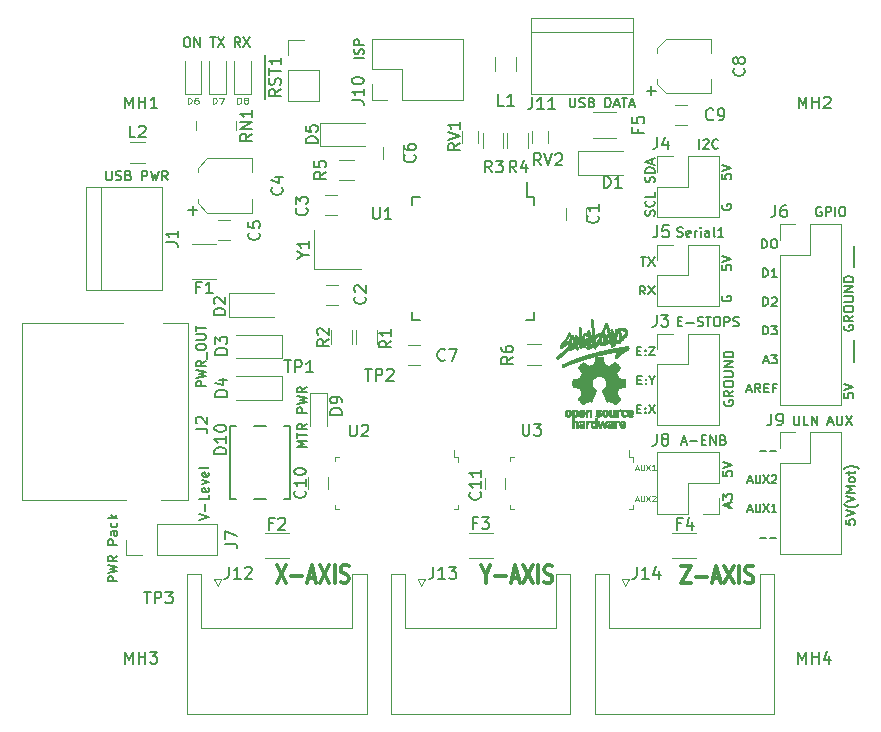
<source format=gbr>
G04 #@! TF.GenerationSoftware,KiCad,Pcbnew,5.0.2-bee76a0~70~ubuntu16.04.1*
G04 #@! TF.CreationDate,2019-01-15T14:46:21+00:00*
G04 #@! TF.ProjectId,sangaboard_v0.3,73616e67-6162-46f6-9172-645f76302e33,0.3*
G04 #@! TF.SameCoordinates,Original*
G04 #@! TF.FileFunction,Legend,Top*
G04 #@! TF.FilePolarity,Positive*
%FSLAX46Y46*%
G04 Gerber Fmt 4.6, Leading zero omitted, Abs format (unit mm)*
G04 Created by KiCad (PCBNEW 5.0.2-bee76a0~70~ubuntu16.04.1) date Tue 15 Jan 2019 14:46:21 GMT*
%MOMM*%
%LPD*%
G01*
G04 APERTURE LIST*
%ADD10C,0.200000*%
%ADD11C,0.125000*%
%ADD12C,0.175000*%
%ADD13C,0.300000*%
%ADD14C,0.120000*%
%ADD15C,0.150000*%
%ADD16C,0.100000*%
%ADD17C,0.010000*%
G04 APERTURE END LIST*
D10*
X122871904Y-47742380D02*
X122071904Y-47742380D01*
X122833809Y-47399523D02*
X122871904Y-47285238D01*
X122871904Y-47094761D01*
X122833809Y-47018571D01*
X122795714Y-46980476D01*
X122719523Y-46942380D01*
X122643333Y-46942380D01*
X122567142Y-46980476D01*
X122529047Y-47018571D01*
X122490952Y-47094761D01*
X122452857Y-47247142D01*
X122414761Y-47323333D01*
X122376666Y-47361428D01*
X122300476Y-47399523D01*
X122224285Y-47399523D01*
X122148095Y-47361428D01*
X122110000Y-47323333D01*
X122071904Y-47247142D01*
X122071904Y-47056666D01*
X122110000Y-46942380D01*
X122871904Y-46599523D02*
X122071904Y-46599523D01*
X122071904Y-46294761D01*
X122110000Y-46218571D01*
X122148095Y-46180476D01*
X122224285Y-46142380D01*
X122338571Y-46142380D01*
X122414761Y-46180476D01*
X122452857Y-46218571D01*
X122490952Y-46294761D01*
X122490952Y-46599523D01*
X101981904Y-92040476D02*
X101181904Y-92040476D01*
X101181904Y-91735714D01*
X101220000Y-91659523D01*
X101258095Y-91621428D01*
X101334285Y-91583333D01*
X101448571Y-91583333D01*
X101524761Y-91621428D01*
X101562857Y-91659523D01*
X101600952Y-91735714D01*
X101600952Y-92040476D01*
X101181904Y-91316666D02*
X101981904Y-91126190D01*
X101410476Y-90973809D01*
X101981904Y-90821428D01*
X101181904Y-90630952D01*
X101981904Y-89869047D02*
X101600952Y-90135714D01*
X101981904Y-90326190D02*
X101181904Y-90326190D01*
X101181904Y-90021428D01*
X101220000Y-89945238D01*
X101258095Y-89907142D01*
X101334285Y-89869047D01*
X101448571Y-89869047D01*
X101524761Y-89907142D01*
X101562857Y-89945238D01*
X101600952Y-90021428D01*
X101600952Y-90326190D01*
X101981904Y-88916666D02*
X101181904Y-88916666D01*
X101181904Y-88611904D01*
X101220000Y-88535714D01*
X101258095Y-88497619D01*
X101334285Y-88459523D01*
X101448571Y-88459523D01*
X101524761Y-88497619D01*
X101562857Y-88535714D01*
X101600952Y-88611904D01*
X101600952Y-88916666D01*
X101981904Y-87773809D02*
X101562857Y-87773809D01*
X101486666Y-87811904D01*
X101448571Y-87888095D01*
X101448571Y-88040476D01*
X101486666Y-88116666D01*
X101943809Y-87773809D02*
X101981904Y-87850000D01*
X101981904Y-88040476D01*
X101943809Y-88116666D01*
X101867619Y-88154761D01*
X101791428Y-88154761D01*
X101715238Y-88116666D01*
X101677142Y-88040476D01*
X101677142Y-87850000D01*
X101639047Y-87773809D01*
X101943809Y-87050000D02*
X101981904Y-87126190D01*
X101981904Y-87278571D01*
X101943809Y-87354761D01*
X101905714Y-87392857D01*
X101829523Y-87430952D01*
X101600952Y-87430952D01*
X101524761Y-87392857D01*
X101486666Y-87354761D01*
X101448571Y-87278571D01*
X101448571Y-87126190D01*
X101486666Y-87050000D01*
X101981904Y-86707142D02*
X101181904Y-86707142D01*
X101677142Y-86630952D02*
X101981904Y-86402380D01*
X101448571Y-86402380D02*
X101753333Y-86707142D01*
X159291428Y-77991904D02*
X159291428Y-78639523D01*
X159329523Y-78715714D01*
X159367619Y-78753809D01*
X159443809Y-78791904D01*
X159596190Y-78791904D01*
X159672380Y-78753809D01*
X159710476Y-78715714D01*
X159748571Y-78639523D01*
X159748571Y-77991904D01*
X160510476Y-78791904D02*
X160129523Y-78791904D01*
X160129523Y-77991904D01*
X160777142Y-78791904D02*
X160777142Y-77991904D01*
X161234285Y-78791904D01*
X161234285Y-77991904D01*
X162186666Y-78563333D02*
X162567619Y-78563333D01*
X162110476Y-78791904D02*
X162377142Y-77991904D01*
X162643809Y-78791904D01*
X162910476Y-77991904D02*
X162910476Y-78639523D01*
X162948571Y-78715714D01*
X162986666Y-78753809D01*
X163062857Y-78791904D01*
X163215238Y-78791904D01*
X163291428Y-78753809D01*
X163329523Y-78715714D01*
X163367619Y-78639523D01*
X163367619Y-77991904D01*
X163672380Y-77991904D02*
X164205714Y-78791904D01*
X164205714Y-77991904D02*
X163672380Y-78791904D01*
X161580476Y-60370000D02*
X161504285Y-60331904D01*
X161390000Y-60331904D01*
X161275714Y-60370000D01*
X161199523Y-60446190D01*
X161161428Y-60522380D01*
X161123333Y-60674761D01*
X161123333Y-60789047D01*
X161161428Y-60941428D01*
X161199523Y-61017619D01*
X161275714Y-61093809D01*
X161390000Y-61131904D01*
X161466190Y-61131904D01*
X161580476Y-61093809D01*
X161618571Y-61055714D01*
X161618571Y-60789047D01*
X161466190Y-60789047D01*
X161961428Y-61131904D02*
X161961428Y-60331904D01*
X162266190Y-60331904D01*
X162342380Y-60370000D01*
X162380476Y-60408095D01*
X162418571Y-60484285D01*
X162418571Y-60598571D01*
X162380476Y-60674761D01*
X162342380Y-60712857D01*
X162266190Y-60750952D01*
X161961428Y-60750952D01*
X162761428Y-61131904D02*
X162761428Y-60331904D01*
X163294761Y-60331904D02*
X163447142Y-60331904D01*
X163523333Y-60370000D01*
X163599523Y-60446190D01*
X163637619Y-60598571D01*
X163637619Y-60865238D01*
X163599523Y-61017619D01*
X163523333Y-61093809D01*
X163447142Y-61131904D01*
X163294761Y-61131904D01*
X163218571Y-61093809D01*
X163142380Y-61017619D01*
X163104285Y-60865238D01*
X163104285Y-60598571D01*
X163142380Y-60446190D01*
X163218571Y-60370000D01*
X163294761Y-60331904D01*
X149774285Y-80233333D02*
X150155238Y-80233333D01*
X149698095Y-80461904D02*
X149964761Y-79661904D01*
X150231428Y-80461904D01*
X150498095Y-80157142D02*
X151107619Y-80157142D01*
X151488571Y-80042857D02*
X151755238Y-80042857D01*
X151869523Y-80461904D02*
X151488571Y-80461904D01*
X151488571Y-79661904D01*
X151869523Y-79661904D01*
X152212380Y-80461904D02*
X152212380Y-79661904D01*
X152669523Y-80461904D01*
X152669523Y-79661904D01*
X153317142Y-80042857D02*
X153431428Y-80080952D01*
X153469523Y-80119047D01*
X153507619Y-80195238D01*
X153507619Y-80309523D01*
X153469523Y-80385714D01*
X153431428Y-80423809D01*
X153355238Y-80461904D01*
X153050476Y-80461904D01*
X153050476Y-79661904D01*
X153317142Y-79661904D01*
X153393333Y-79700000D01*
X153431428Y-79738095D01*
X153469523Y-79814285D01*
X153469523Y-79890476D01*
X153431428Y-79966666D01*
X153393333Y-80004761D01*
X153317142Y-80042857D01*
X153050476Y-80042857D01*
X149454761Y-70022857D02*
X149721428Y-70022857D01*
X149835714Y-70441904D02*
X149454761Y-70441904D01*
X149454761Y-69641904D01*
X149835714Y-69641904D01*
X150178571Y-70137142D02*
X150788095Y-70137142D01*
X151130952Y-70403809D02*
X151245238Y-70441904D01*
X151435714Y-70441904D01*
X151511904Y-70403809D01*
X151550000Y-70365714D01*
X151588095Y-70289523D01*
X151588095Y-70213333D01*
X151550000Y-70137142D01*
X151511904Y-70099047D01*
X151435714Y-70060952D01*
X151283333Y-70022857D01*
X151207142Y-69984761D01*
X151169047Y-69946666D01*
X151130952Y-69870476D01*
X151130952Y-69794285D01*
X151169047Y-69718095D01*
X151207142Y-69680000D01*
X151283333Y-69641904D01*
X151473809Y-69641904D01*
X151588095Y-69680000D01*
X151816666Y-69641904D02*
X152273809Y-69641904D01*
X152045238Y-70441904D02*
X152045238Y-69641904D01*
X152692857Y-69641904D02*
X152845238Y-69641904D01*
X152921428Y-69680000D01*
X152997619Y-69756190D01*
X153035714Y-69908571D01*
X153035714Y-70175238D01*
X152997619Y-70327619D01*
X152921428Y-70403809D01*
X152845238Y-70441904D01*
X152692857Y-70441904D01*
X152616666Y-70403809D01*
X152540476Y-70327619D01*
X152502380Y-70175238D01*
X152502380Y-69908571D01*
X152540476Y-69756190D01*
X152616666Y-69680000D01*
X152692857Y-69641904D01*
X153378571Y-70441904D02*
X153378571Y-69641904D01*
X153683333Y-69641904D01*
X153759523Y-69680000D01*
X153797619Y-69718095D01*
X153835714Y-69794285D01*
X153835714Y-69908571D01*
X153797619Y-69984761D01*
X153759523Y-70022857D01*
X153683333Y-70060952D01*
X153378571Y-70060952D01*
X154140476Y-70403809D02*
X154254761Y-70441904D01*
X154445238Y-70441904D01*
X154521428Y-70403809D01*
X154559523Y-70365714D01*
X154597619Y-70289523D01*
X154597619Y-70213333D01*
X154559523Y-70137142D01*
X154521428Y-70099047D01*
X154445238Y-70060952D01*
X154292857Y-70022857D01*
X154216666Y-69984761D01*
X154178571Y-69946666D01*
X154140476Y-69870476D01*
X154140476Y-69794285D01*
X154178571Y-69718095D01*
X154216666Y-69680000D01*
X154292857Y-69641904D01*
X154483333Y-69641904D01*
X154597619Y-69680000D01*
X149393809Y-62823809D02*
X149508095Y-62861904D01*
X149698571Y-62861904D01*
X149774761Y-62823809D01*
X149812857Y-62785714D01*
X149850952Y-62709523D01*
X149850952Y-62633333D01*
X149812857Y-62557142D01*
X149774761Y-62519047D01*
X149698571Y-62480952D01*
X149546190Y-62442857D01*
X149470000Y-62404761D01*
X149431904Y-62366666D01*
X149393809Y-62290476D01*
X149393809Y-62214285D01*
X149431904Y-62138095D01*
X149470000Y-62100000D01*
X149546190Y-62061904D01*
X149736666Y-62061904D01*
X149850952Y-62100000D01*
X150498571Y-62823809D02*
X150422380Y-62861904D01*
X150270000Y-62861904D01*
X150193809Y-62823809D01*
X150155714Y-62747619D01*
X150155714Y-62442857D01*
X150193809Y-62366666D01*
X150270000Y-62328571D01*
X150422380Y-62328571D01*
X150498571Y-62366666D01*
X150536666Y-62442857D01*
X150536666Y-62519047D01*
X150155714Y-62595238D01*
X150879523Y-62861904D02*
X150879523Y-62328571D01*
X150879523Y-62480952D02*
X150917619Y-62404761D01*
X150955714Y-62366666D01*
X151031904Y-62328571D01*
X151108095Y-62328571D01*
X151374761Y-62861904D02*
X151374761Y-62328571D01*
X151374761Y-62061904D02*
X151336666Y-62100000D01*
X151374761Y-62138095D01*
X151412857Y-62100000D01*
X151374761Y-62061904D01*
X151374761Y-62138095D01*
X152098571Y-62861904D02*
X152098571Y-62442857D01*
X152060476Y-62366666D01*
X151984285Y-62328571D01*
X151831904Y-62328571D01*
X151755714Y-62366666D01*
X152098571Y-62823809D02*
X152022380Y-62861904D01*
X151831904Y-62861904D01*
X151755714Y-62823809D01*
X151717619Y-62747619D01*
X151717619Y-62671428D01*
X151755714Y-62595238D01*
X151831904Y-62557142D01*
X152022380Y-62557142D01*
X152098571Y-62519047D01*
X152593809Y-62861904D02*
X152517619Y-62823809D01*
X152479523Y-62747619D01*
X152479523Y-62061904D01*
X153317619Y-62861904D02*
X152860476Y-62861904D01*
X153089047Y-62861904D02*
X153089047Y-62061904D01*
X153012857Y-62176190D01*
X152936666Y-62252380D01*
X152860476Y-62290476D01*
X151267619Y-55401904D02*
X151267619Y-54601904D01*
X151610476Y-54678095D02*
X151648571Y-54640000D01*
X151724761Y-54601904D01*
X151915238Y-54601904D01*
X151991428Y-54640000D01*
X152029523Y-54678095D01*
X152067619Y-54754285D01*
X152067619Y-54830476D01*
X152029523Y-54944761D01*
X151572380Y-55401904D01*
X152067619Y-55401904D01*
X152867619Y-55325714D02*
X152829523Y-55363809D01*
X152715238Y-55401904D01*
X152639047Y-55401904D01*
X152524761Y-55363809D01*
X152448571Y-55287619D01*
X152410476Y-55211428D01*
X152372380Y-55059047D01*
X152372380Y-54944761D01*
X152410476Y-54792380D01*
X152448571Y-54716190D01*
X152524761Y-54640000D01*
X152639047Y-54601904D01*
X152715238Y-54601904D01*
X152829523Y-54640000D01*
X152867619Y-54678095D01*
X140310000Y-51101904D02*
X140310000Y-51749523D01*
X140348095Y-51825714D01*
X140386190Y-51863809D01*
X140462380Y-51901904D01*
X140614761Y-51901904D01*
X140690952Y-51863809D01*
X140729047Y-51825714D01*
X140767142Y-51749523D01*
X140767142Y-51101904D01*
X141110000Y-51863809D02*
X141224285Y-51901904D01*
X141414761Y-51901904D01*
X141490952Y-51863809D01*
X141529047Y-51825714D01*
X141567142Y-51749523D01*
X141567142Y-51673333D01*
X141529047Y-51597142D01*
X141490952Y-51559047D01*
X141414761Y-51520952D01*
X141262380Y-51482857D01*
X141186190Y-51444761D01*
X141148095Y-51406666D01*
X141110000Y-51330476D01*
X141110000Y-51254285D01*
X141148095Y-51178095D01*
X141186190Y-51140000D01*
X141262380Y-51101904D01*
X141452857Y-51101904D01*
X141567142Y-51140000D01*
X142176666Y-51482857D02*
X142290952Y-51520952D01*
X142329047Y-51559047D01*
X142367142Y-51635238D01*
X142367142Y-51749523D01*
X142329047Y-51825714D01*
X142290952Y-51863809D01*
X142214761Y-51901904D01*
X141910000Y-51901904D01*
X141910000Y-51101904D01*
X142176666Y-51101904D01*
X142252857Y-51140000D01*
X142290952Y-51178095D01*
X142329047Y-51254285D01*
X142329047Y-51330476D01*
X142290952Y-51406666D01*
X142252857Y-51444761D01*
X142176666Y-51482857D01*
X141910000Y-51482857D01*
X143319523Y-51901904D02*
X143319523Y-51101904D01*
X143510000Y-51101904D01*
X143624285Y-51140000D01*
X143700476Y-51216190D01*
X143738571Y-51292380D01*
X143776666Y-51444761D01*
X143776666Y-51559047D01*
X143738571Y-51711428D01*
X143700476Y-51787619D01*
X143624285Y-51863809D01*
X143510000Y-51901904D01*
X143319523Y-51901904D01*
X144081428Y-51673333D02*
X144462380Y-51673333D01*
X144005238Y-51901904D02*
X144271904Y-51101904D01*
X144538571Y-51901904D01*
X144690952Y-51101904D02*
X145148095Y-51101904D01*
X144919523Y-51901904D02*
X144919523Y-51101904D01*
X145376666Y-51673333D02*
X145757619Y-51673333D01*
X145300476Y-51901904D02*
X145567142Y-51101904D01*
X145833809Y-51901904D01*
X118031904Y-80687142D02*
X117231904Y-80687142D01*
X117803333Y-80420476D01*
X117231904Y-80153809D01*
X118031904Y-80153809D01*
X117231904Y-79887142D02*
X117231904Y-79430000D01*
X118031904Y-79658571D02*
X117231904Y-79658571D01*
X118031904Y-78706190D02*
X117650952Y-78972857D01*
X118031904Y-79163333D02*
X117231904Y-79163333D01*
X117231904Y-78858571D01*
X117270000Y-78782380D01*
X117308095Y-78744285D01*
X117384285Y-78706190D01*
X117498571Y-78706190D01*
X117574761Y-78744285D01*
X117612857Y-78782380D01*
X117650952Y-78858571D01*
X117650952Y-79163333D01*
X118031904Y-77753809D02*
X117231904Y-77753809D01*
X117231904Y-77449047D01*
X117270000Y-77372857D01*
X117308095Y-77334761D01*
X117384285Y-77296666D01*
X117498571Y-77296666D01*
X117574761Y-77334761D01*
X117612857Y-77372857D01*
X117650952Y-77449047D01*
X117650952Y-77753809D01*
X117231904Y-77030000D02*
X118031904Y-76839523D01*
X117460476Y-76687142D01*
X118031904Y-76534761D01*
X117231904Y-76344285D01*
X118031904Y-75582380D02*
X117650952Y-75849047D01*
X118031904Y-76039523D02*
X117231904Y-76039523D01*
X117231904Y-75734761D01*
X117270000Y-75658571D01*
X117308095Y-75620476D01*
X117384285Y-75582380D01*
X117498571Y-75582380D01*
X117574761Y-75620476D01*
X117612857Y-75658571D01*
X117650952Y-75734761D01*
X117650952Y-76039523D01*
X107834285Y-45981904D02*
X107986666Y-45981904D01*
X108062857Y-46020000D01*
X108139047Y-46096190D01*
X108177142Y-46248571D01*
X108177142Y-46515238D01*
X108139047Y-46667619D01*
X108062857Y-46743809D01*
X107986666Y-46781904D01*
X107834285Y-46781904D01*
X107758095Y-46743809D01*
X107681904Y-46667619D01*
X107643809Y-46515238D01*
X107643809Y-46248571D01*
X107681904Y-46096190D01*
X107758095Y-46020000D01*
X107834285Y-45981904D01*
X108520000Y-46781904D02*
X108520000Y-45981904D01*
X108977142Y-46781904D01*
X108977142Y-45981904D01*
X109853333Y-45981904D02*
X110310476Y-45981904D01*
X110081904Y-46781904D02*
X110081904Y-45981904D01*
X110500952Y-45981904D02*
X111034285Y-46781904D01*
X111034285Y-45981904D02*
X110500952Y-46781904D01*
X112405714Y-46781904D02*
X112139047Y-46400952D01*
X111948571Y-46781904D02*
X111948571Y-45981904D01*
X112253333Y-45981904D01*
X112329523Y-46020000D01*
X112367619Y-46058095D01*
X112405714Y-46134285D01*
X112405714Y-46248571D01*
X112367619Y-46324761D01*
X112329523Y-46362857D01*
X112253333Y-46400952D01*
X111948571Y-46400952D01*
X112672380Y-45981904D02*
X113205714Y-46781904D01*
X113205714Y-45981904D02*
X112672380Y-46781904D01*
X101076666Y-57281904D02*
X101076666Y-57929523D01*
X101114761Y-58005714D01*
X101152857Y-58043809D01*
X101229047Y-58081904D01*
X101381428Y-58081904D01*
X101457619Y-58043809D01*
X101495714Y-58005714D01*
X101533809Y-57929523D01*
X101533809Y-57281904D01*
X101876666Y-58043809D02*
X101990952Y-58081904D01*
X102181428Y-58081904D01*
X102257619Y-58043809D01*
X102295714Y-58005714D01*
X102333809Y-57929523D01*
X102333809Y-57853333D01*
X102295714Y-57777142D01*
X102257619Y-57739047D01*
X102181428Y-57700952D01*
X102029047Y-57662857D01*
X101952857Y-57624761D01*
X101914761Y-57586666D01*
X101876666Y-57510476D01*
X101876666Y-57434285D01*
X101914761Y-57358095D01*
X101952857Y-57320000D01*
X102029047Y-57281904D01*
X102219523Y-57281904D01*
X102333809Y-57320000D01*
X102943333Y-57662857D02*
X103057619Y-57700952D01*
X103095714Y-57739047D01*
X103133809Y-57815238D01*
X103133809Y-57929523D01*
X103095714Y-58005714D01*
X103057619Y-58043809D01*
X102981428Y-58081904D01*
X102676666Y-58081904D01*
X102676666Y-57281904D01*
X102943333Y-57281904D01*
X103019523Y-57320000D01*
X103057619Y-57358095D01*
X103095714Y-57434285D01*
X103095714Y-57510476D01*
X103057619Y-57586666D01*
X103019523Y-57624761D01*
X102943333Y-57662857D01*
X102676666Y-57662857D01*
X104086190Y-58081904D02*
X104086190Y-57281904D01*
X104390952Y-57281904D01*
X104467142Y-57320000D01*
X104505238Y-57358095D01*
X104543333Y-57434285D01*
X104543333Y-57548571D01*
X104505238Y-57624761D01*
X104467142Y-57662857D01*
X104390952Y-57700952D01*
X104086190Y-57700952D01*
X104810000Y-57281904D02*
X105000476Y-58081904D01*
X105152857Y-57510476D01*
X105305238Y-58081904D01*
X105495714Y-57281904D01*
X106257619Y-58081904D02*
X105990952Y-57700952D01*
X105800476Y-58081904D02*
X105800476Y-57281904D01*
X106105238Y-57281904D01*
X106181428Y-57320000D01*
X106219523Y-57358095D01*
X106257619Y-57434285D01*
X106257619Y-57548571D01*
X106219523Y-57624761D01*
X106181428Y-57662857D01*
X106105238Y-57700952D01*
X105800476Y-57700952D01*
X109471904Y-75529047D02*
X108671904Y-75529047D01*
X108671904Y-75224285D01*
X108710000Y-75148095D01*
X108748095Y-75110000D01*
X108824285Y-75071904D01*
X108938571Y-75071904D01*
X109014761Y-75110000D01*
X109052857Y-75148095D01*
X109090952Y-75224285D01*
X109090952Y-75529047D01*
X108671904Y-74805238D02*
X109471904Y-74614761D01*
X108900476Y-74462380D01*
X109471904Y-74310000D01*
X108671904Y-74119523D01*
X109471904Y-73357619D02*
X109090952Y-73624285D01*
X109471904Y-73814761D02*
X108671904Y-73814761D01*
X108671904Y-73510000D01*
X108710000Y-73433809D01*
X108748095Y-73395714D01*
X108824285Y-73357619D01*
X108938571Y-73357619D01*
X109014761Y-73395714D01*
X109052857Y-73433809D01*
X109090952Y-73510000D01*
X109090952Y-73814761D01*
X109548095Y-73205238D02*
X109548095Y-72595714D01*
X108671904Y-72252857D02*
X108671904Y-72100476D01*
X108710000Y-72024285D01*
X108786190Y-71948095D01*
X108938571Y-71910000D01*
X109205238Y-71910000D01*
X109357619Y-71948095D01*
X109433809Y-72024285D01*
X109471904Y-72100476D01*
X109471904Y-72252857D01*
X109433809Y-72329047D01*
X109357619Y-72405238D01*
X109205238Y-72443333D01*
X108938571Y-72443333D01*
X108786190Y-72405238D01*
X108710000Y-72329047D01*
X108671904Y-72252857D01*
X108671904Y-71567142D02*
X109319523Y-71567142D01*
X109395714Y-71529047D01*
X109433809Y-71490952D01*
X109471904Y-71414761D01*
X109471904Y-71262380D01*
X109433809Y-71186190D01*
X109395714Y-71148095D01*
X109319523Y-71110000D01*
X108671904Y-71110000D01*
X108671904Y-70843333D02*
X108671904Y-70386190D01*
X109471904Y-70614761D02*
X108671904Y-70614761D01*
X108931904Y-86867619D02*
X109731904Y-86600952D01*
X108931904Y-86334285D01*
X109427142Y-86067619D02*
X109427142Y-85458095D01*
X109731904Y-84696190D02*
X109731904Y-85077142D01*
X108931904Y-85077142D01*
X109693809Y-84124761D02*
X109731904Y-84200952D01*
X109731904Y-84353333D01*
X109693809Y-84429523D01*
X109617619Y-84467619D01*
X109312857Y-84467619D01*
X109236666Y-84429523D01*
X109198571Y-84353333D01*
X109198571Y-84200952D01*
X109236666Y-84124761D01*
X109312857Y-84086666D01*
X109389047Y-84086666D01*
X109465238Y-84467619D01*
X109198571Y-83820000D02*
X109731904Y-83629523D01*
X109198571Y-83439047D01*
X109693809Y-82829523D02*
X109731904Y-82905714D01*
X109731904Y-83058095D01*
X109693809Y-83134285D01*
X109617619Y-83172380D01*
X109312857Y-83172380D01*
X109236666Y-83134285D01*
X109198571Y-83058095D01*
X109198571Y-82905714D01*
X109236666Y-82829523D01*
X109312857Y-82791428D01*
X109389047Y-82791428D01*
X109465238Y-83172380D01*
X109731904Y-82334285D02*
X109693809Y-82410476D01*
X109617619Y-82448571D01*
X108931904Y-82448571D01*
X163651904Y-86803809D02*
X163651904Y-87184761D01*
X164032857Y-87222857D01*
X163994761Y-87184761D01*
X163956666Y-87108571D01*
X163956666Y-86918095D01*
X163994761Y-86841904D01*
X164032857Y-86803809D01*
X164109047Y-86765714D01*
X164299523Y-86765714D01*
X164375714Y-86803809D01*
X164413809Y-86841904D01*
X164451904Y-86918095D01*
X164451904Y-87108571D01*
X164413809Y-87184761D01*
X164375714Y-87222857D01*
X163651904Y-86537142D02*
X164451904Y-86270476D01*
X163651904Y-86003809D01*
X164756666Y-85508571D02*
X164718571Y-85546666D01*
X164604285Y-85622857D01*
X164528095Y-85660952D01*
X164413809Y-85699047D01*
X164223333Y-85737142D01*
X164070952Y-85737142D01*
X163880476Y-85699047D01*
X163766190Y-85660952D01*
X163690000Y-85622857D01*
X163575714Y-85546666D01*
X163537619Y-85508571D01*
X163651904Y-85318095D02*
X164451904Y-85051428D01*
X163651904Y-84784761D01*
X164451904Y-84518095D02*
X163651904Y-84518095D01*
X164223333Y-84251428D01*
X163651904Y-83984761D01*
X164451904Y-83984761D01*
X164451904Y-83489523D02*
X164413809Y-83565714D01*
X164375714Y-83603809D01*
X164299523Y-83641904D01*
X164070952Y-83641904D01*
X163994761Y-83603809D01*
X163956666Y-83565714D01*
X163918571Y-83489523D01*
X163918571Y-83375238D01*
X163956666Y-83299047D01*
X163994761Y-83260952D01*
X164070952Y-83222857D01*
X164299523Y-83222857D01*
X164375714Y-83260952D01*
X164413809Y-83299047D01*
X164451904Y-83375238D01*
X164451904Y-83489523D01*
X163918571Y-82994285D02*
X163918571Y-82689523D01*
X163651904Y-82880000D02*
X164337619Y-82880000D01*
X164413809Y-82841904D01*
X164451904Y-82765714D01*
X164451904Y-82689523D01*
X164756666Y-82499047D02*
X164718571Y-82460952D01*
X164604285Y-82384761D01*
X164528095Y-82346666D01*
X164413809Y-82308571D01*
X164223333Y-82270476D01*
X164070952Y-82270476D01*
X163880476Y-82308571D01*
X163766190Y-82346666D01*
X163690000Y-82384761D01*
X163575714Y-82460952D01*
X163537619Y-82499047D01*
X153390000Y-76724761D02*
X153351904Y-76800952D01*
X153351904Y-76915238D01*
X153390000Y-77029523D01*
X153466190Y-77105714D01*
X153542380Y-77143809D01*
X153694761Y-77181904D01*
X153809047Y-77181904D01*
X153961428Y-77143809D01*
X154037619Y-77105714D01*
X154113809Y-77029523D01*
X154151904Y-76915238D01*
X154151904Y-76839047D01*
X154113809Y-76724761D01*
X154075714Y-76686666D01*
X153809047Y-76686666D01*
X153809047Y-76839047D01*
X154151904Y-75886666D02*
X153770952Y-76153333D01*
X154151904Y-76343809D02*
X153351904Y-76343809D01*
X153351904Y-76039047D01*
X153390000Y-75962857D01*
X153428095Y-75924761D01*
X153504285Y-75886666D01*
X153618571Y-75886666D01*
X153694761Y-75924761D01*
X153732857Y-75962857D01*
X153770952Y-76039047D01*
X153770952Y-76343809D01*
X153351904Y-75391428D02*
X153351904Y-75239047D01*
X153390000Y-75162857D01*
X153466190Y-75086666D01*
X153618571Y-75048571D01*
X153885238Y-75048571D01*
X154037619Y-75086666D01*
X154113809Y-75162857D01*
X154151904Y-75239047D01*
X154151904Y-75391428D01*
X154113809Y-75467619D01*
X154037619Y-75543809D01*
X153885238Y-75581904D01*
X153618571Y-75581904D01*
X153466190Y-75543809D01*
X153390000Y-75467619D01*
X153351904Y-75391428D01*
X153351904Y-74705714D02*
X153999523Y-74705714D01*
X154075714Y-74667619D01*
X154113809Y-74629523D01*
X154151904Y-74553333D01*
X154151904Y-74400952D01*
X154113809Y-74324761D01*
X154075714Y-74286666D01*
X153999523Y-74248571D01*
X153351904Y-74248571D01*
X154151904Y-73867619D02*
X153351904Y-73867619D01*
X154151904Y-73410476D01*
X153351904Y-73410476D01*
X154151904Y-73029523D02*
X153351904Y-73029523D01*
X153351904Y-72839047D01*
X153390000Y-72724761D01*
X153466190Y-72648571D01*
X153542380Y-72610476D01*
X153694761Y-72572380D01*
X153809047Y-72572380D01*
X153961428Y-72610476D01*
X154037619Y-72648571D01*
X154113809Y-72724761D01*
X154151904Y-72839047D01*
X154151904Y-73029523D01*
X153813333Y-85781904D02*
X153813333Y-85400952D01*
X154041904Y-85858095D02*
X153241904Y-85591428D01*
X154041904Y-85324761D01*
X153241904Y-85134285D02*
X153241904Y-84639047D01*
X153546666Y-84905714D01*
X153546666Y-84791428D01*
X153584761Y-84715238D01*
X153622857Y-84677142D01*
X153699047Y-84639047D01*
X153889523Y-84639047D01*
X153965714Y-84677142D01*
X154003809Y-84715238D01*
X154041904Y-84791428D01*
X154041904Y-85020000D01*
X154003809Y-85096190D01*
X153965714Y-85134285D01*
X153241904Y-82696190D02*
X153241904Y-83077142D01*
X153622857Y-83115238D01*
X153584761Y-83077142D01*
X153546666Y-83000952D01*
X153546666Y-82810476D01*
X153584761Y-82734285D01*
X153622857Y-82696190D01*
X153699047Y-82658095D01*
X153889523Y-82658095D01*
X153965714Y-82696190D01*
X154003809Y-82734285D01*
X154041904Y-82810476D01*
X154041904Y-83000952D01*
X154003809Y-83077142D01*
X153965714Y-83115238D01*
X153241904Y-82429523D02*
X154041904Y-82162857D01*
X153241904Y-81896190D01*
X153230000Y-67876666D02*
X153191904Y-67952857D01*
X153191904Y-68067142D01*
X153230000Y-68181428D01*
X153306190Y-68257619D01*
X153382380Y-68295714D01*
X153534761Y-68333809D01*
X153649047Y-68333809D01*
X153801428Y-68295714D01*
X153877619Y-68257619D01*
X153953809Y-68181428D01*
X153991904Y-68067142D01*
X153991904Y-67990952D01*
X153953809Y-67876666D01*
X153915714Y-67838571D01*
X153649047Y-67838571D01*
X153649047Y-67990952D01*
X153191904Y-65286190D02*
X153191904Y-65667142D01*
X153572857Y-65705238D01*
X153534761Y-65667142D01*
X153496666Y-65590952D01*
X153496666Y-65400476D01*
X153534761Y-65324285D01*
X153572857Y-65286190D01*
X153649047Y-65248095D01*
X153839523Y-65248095D01*
X153915714Y-65286190D01*
X153953809Y-65324285D01*
X153991904Y-65400476D01*
X153991904Y-65590952D01*
X153953809Y-65667142D01*
X153915714Y-65705238D01*
X153191904Y-65019523D02*
X153991904Y-64752857D01*
X153191904Y-64486190D01*
D11*
X145869226Y-82500833D02*
X146107321Y-82500833D01*
X145821607Y-82643690D02*
X145988273Y-82143690D01*
X146154940Y-82643690D01*
X146321607Y-82143690D02*
X146321607Y-82548452D01*
X146345416Y-82596071D01*
X146369226Y-82619880D01*
X146416845Y-82643690D01*
X146512083Y-82643690D01*
X146559702Y-82619880D01*
X146583511Y-82596071D01*
X146607321Y-82548452D01*
X146607321Y-82143690D01*
X146797797Y-82143690D02*
X147131130Y-82643690D01*
X147131130Y-82143690D02*
X146797797Y-82643690D01*
X147583511Y-82643690D02*
X147297797Y-82643690D01*
X147440654Y-82643690D02*
X147440654Y-82143690D01*
X147393035Y-82215119D01*
X147345416Y-82262738D01*
X147297797Y-82286547D01*
X145869226Y-85125833D02*
X146107321Y-85125833D01*
X145821607Y-85268690D02*
X145988273Y-84768690D01*
X146154940Y-85268690D01*
X146321607Y-84768690D02*
X146321607Y-85173452D01*
X146345416Y-85221071D01*
X146369226Y-85244880D01*
X146416845Y-85268690D01*
X146512083Y-85268690D01*
X146559702Y-85244880D01*
X146583511Y-85221071D01*
X146607321Y-85173452D01*
X146607321Y-84768690D01*
X146797797Y-84768690D02*
X147131130Y-85268690D01*
X147131130Y-84768690D02*
X146797797Y-85268690D01*
X147297797Y-84816309D02*
X147321607Y-84792500D01*
X147369226Y-84768690D01*
X147488273Y-84768690D01*
X147535892Y-84792500D01*
X147559702Y-84816309D01*
X147583511Y-84863928D01*
X147583511Y-84911547D01*
X147559702Y-84982976D01*
X147273988Y-85268690D01*
X147583511Y-85268690D01*
D12*
X156369583Y-81015000D02*
X156902916Y-81015000D01*
X157236250Y-81015000D02*
X157769583Y-81015000D01*
X155402916Y-83531666D02*
X155736250Y-83531666D01*
X155336250Y-83731666D02*
X155569583Y-83031666D01*
X155802916Y-83731666D01*
X156036250Y-83031666D02*
X156036250Y-83598333D01*
X156069583Y-83665000D01*
X156102916Y-83698333D01*
X156169583Y-83731666D01*
X156302916Y-83731666D01*
X156369583Y-83698333D01*
X156402916Y-83665000D01*
X156436250Y-83598333D01*
X156436250Y-83031666D01*
X156702916Y-83031666D02*
X157169583Y-83731666D01*
X157169583Y-83031666D02*
X156702916Y-83731666D01*
X157402916Y-83098333D02*
X157436250Y-83065000D01*
X157502916Y-83031666D01*
X157669583Y-83031666D01*
X157736250Y-83065000D01*
X157769583Y-83098333D01*
X157802916Y-83165000D01*
X157802916Y-83231666D01*
X157769583Y-83331666D01*
X157369583Y-83731666D01*
X157802916Y-83731666D01*
X155402916Y-85981666D02*
X155736250Y-85981666D01*
X155336250Y-86181666D02*
X155569583Y-85481666D01*
X155802916Y-86181666D01*
X156036250Y-85481666D02*
X156036250Y-86048333D01*
X156069583Y-86115000D01*
X156102916Y-86148333D01*
X156169583Y-86181666D01*
X156302916Y-86181666D01*
X156369583Y-86148333D01*
X156402916Y-86115000D01*
X156436250Y-86048333D01*
X156436250Y-85481666D01*
X156702916Y-85481666D02*
X157169583Y-86181666D01*
X157169583Y-85481666D02*
X156702916Y-86181666D01*
X157802916Y-86181666D02*
X157402916Y-86181666D01*
X157602916Y-86181666D02*
X157602916Y-85481666D01*
X157536250Y-85581666D01*
X157469583Y-85648333D01*
X157402916Y-85681666D01*
X156369583Y-88365000D02*
X156902916Y-88365000D01*
X157236250Y-88365000D02*
X157769583Y-88365000D01*
D10*
X163521904Y-76125238D02*
X163521904Y-76506190D01*
X163902857Y-76544285D01*
X163864761Y-76506190D01*
X163826666Y-76430000D01*
X163826666Y-76239523D01*
X163864761Y-76163333D01*
X163902857Y-76125238D01*
X163979047Y-76087142D01*
X164169523Y-76087142D01*
X164245714Y-76125238D01*
X164283809Y-76163333D01*
X164321904Y-76239523D01*
X164321904Y-76430000D01*
X164283809Y-76506190D01*
X164245714Y-76544285D01*
X163521904Y-75858571D02*
X164321904Y-75591904D01*
X163521904Y-75325238D01*
X164398095Y-73420476D02*
X164398095Y-72810952D01*
X164398095Y-72810952D02*
X164398095Y-72201428D01*
X164398095Y-72201428D02*
X164398095Y-71591904D01*
X163560000Y-70372857D02*
X163521904Y-70449047D01*
X163521904Y-70563333D01*
X163560000Y-70677619D01*
X163636190Y-70753809D01*
X163712380Y-70791904D01*
X163864761Y-70830000D01*
X163979047Y-70830000D01*
X164131428Y-70791904D01*
X164207619Y-70753809D01*
X164283809Y-70677619D01*
X164321904Y-70563333D01*
X164321904Y-70487142D01*
X164283809Y-70372857D01*
X164245714Y-70334761D01*
X163979047Y-70334761D01*
X163979047Y-70487142D01*
X164321904Y-69534761D02*
X163940952Y-69801428D01*
X164321904Y-69991904D02*
X163521904Y-69991904D01*
X163521904Y-69687142D01*
X163560000Y-69610952D01*
X163598095Y-69572857D01*
X163674285Y-69534761D01*
X163788571Y-69534761D01*
X163864761Y-69572857D01*
X163902857Y-69610952D01*
X163940952Y-69687142D01*
X163940952Y-69991904D01*
X163521904Y-69039523D02*
X163521904Y-68887142D01*
X163560000Y-68810952D01*
X163636190Y-68734761D01*
X163788571Y-68696666D01*
X164055238Y-68696666D01*
X164207619Y-68734761D01*
X164283809Y-68810952D01*
X164321904Y-68887142D01*
X164321904Y-69039523D01*
X164283809Y-69115714D01*
X164207619Y-69191904D01*
X164055238Y-69230000D01*
X163788571Y-69230000D01*
X163636190Y-69191904D01*
X163560000Y-69115714D01*
X163521904Y-69039523D01*
X163521904Y-68353809D02*
X164169523Y-68353809D01*
X164245714Y-68315714D01*
X164283809Y-68277619D01*
X164321904Y-68201428D01*
X164321904Y-68049047D01*
X164283809Y-67972857D01*
X164245714Y-67934761D01*
X164169523Y-67896666D01*
X163521904Y-67896666D01*
X164321904Y-67515714D02*
X163521904Y-67515714D01*
X164321904Y-67058571D01*
X163521904Y-67058571D01*
X164321904Y-66677619D02*
X163521904Y-66677619D01*
X163521904Y-66487142D01*
X163560000Y-66372857D01*
X163636190Y-66296666D01*
X163712380Y-66258571D01*
X163864761Y-66220476D01*
X163979047Y-66220476D01*
X164131428Y-66258571D01*
X164207619Y-66296666D01*
X164283809Y-66372857D01*
X164321904Y-66487142D01*
X164321904Y-66677619D01*
X164398095Y-65458571D02*
X164398095Y-64849047D01*
X164398095Y-64849047D02*
X164398095Y-64239523D01*
X164398095Y-64239523D02*
X164398095Y-63630000D01*
X153200000Y-60146666D02*
X153161904Y-60222857D01*
X153161904Y-60337142D01*
X153200000Y-60451428D01*
X153276190Y-60527619D01*
X153352380Y-60565714D01*
X153504761Y-60603809D01*
X153619047Y-60603809D01*
X153771428Y-60565714D01*
X153847619Y-60527619D01*
X153923809Y-60451428D01*
X153961904Y-60337142D01*
X153961904Y-60260952D01*
X153923809Y-60146666D01*
X153885714Y-60108571D01*
X153619047Y-60108571D01*
X153619047Y-60260952D01*
X153161904Y-57556190D02*
X153161904Y-57937142D01*
X153542857Y-57975238D01*
X153504761Y-57937142D01*
X153466666Y-57860952D01*
X153466666Y-57670476D01*
X153504761Y-57594285D01*
X153542857Y-57556190D01*
X153619047Y-57518095D01*
X153809523Y-57518095D01*
X153885714Y-57556190D01*
X153923809Y-57594285D01*
X153961904Y-57670476D01*
X153961904Y-57860952D01*
X153923809Y-57937142D01*
X153885714Y-57975238D01*
X153161904Y-57289523D02*
X153961904Y-57022857D01*
X153161904Y-56756190D01*
X147443809Y-61064285D02*
X147481904Y-60950000D01*
X147481904Y-60759523D01*
X147443809Y-60683333D01*
X147405714Y-60645238D01*
X147329523Y-60607142D01*
X147253333Y-60607142D01*
X147177142Y-60645238D01*
X147139047Y-60683333D01*
X147100952Y-60759523D01*
X147062857Y-60911904D01*
X147024761Y-60988095D01*
X146986666Y-61026190D01*
X146910476Y-61064285D01*
X146834285Y-61064285D01*
X146758095Y-61026190D01*
X146720000Y-60988095D01*
X146681904Y-60911904D01*
X146681904Y-60721428D01*
X146720000Y-60607142D01*
X147405714Y-59807142D02*
X147443809Y-59845238D01*
X147481904Y-59959523D01*
X147481904Y-60035714D01*
X147443809Y-60150000D01*
X147367619Y-60226190D01*
X147291428Y-60264285D01*
X147139047Y-60302380D01*
X147024761Y-60302380D01*
X146872380Y-60264285D01*
X146796190Y-60226190D01*
X146720000Y-60150000D01*
X146681904Y-60035714D01*
X146681904Y-59959523D01*
X146720000Y-59845238D01*
X146758095Y-59807142D01*
X147481904Y-59083333D02*
X147481904Y-59464285D01*
X146681904Y-59464285D01*
X147443809Y-58245238D02*
X147481904Y-58130952D01*
X147481904Y-57940476D01*
X147443809Y-57864285D01*
X147405714Y-57826190D01*
X147329523Y-57788095D01*
X147253333Y-57788095D01*
X147177142Y-57826190D01*
X147139047Y-57864285D01*
X147100952Y-57940476D01*
X147062857Y-58092857D01*
X147024761Y-58169047D01*
X146986666Y-58207142D01*
X146910476Y-58245238D01*
X146834285Y-58245238D01*
X146758095Y-58207142D01*
X146720000Y-58169047D01*
X146681904Y-58092857D01*
X146681904Y-57902380D01*
X146720000Y-57788095D01*
X147481904Y-57445238D02*
X146681904Y-57445238D01*
X146681904Y-57254761D01*
X146720000Y-57140476D01*
X146796190Y-57064285D01*
X146872380Y-57026190D01*
X147024761Y-56988095D01*
X147139047Y-56988095D01*
X147291428Y-57026190D01*
X147367619Y-57064285D01*
X147443809Y-57140476D01*
X147481904Y-57254761D01*
X147481904Y-57445238D01*
X147253333Y-56683333D02*
X147253333Y-56302380D01*
X147481904Y-56759523D02*
X146681904Y-56492857D01*
X147481904Y-56226190D01*
D12*
X146311011Y-64591666D02*
X146768154Y-64591666D01*
X146539583Y-65291666D02*
X146539583Y-64591666D01*
X146958630Y-64591666D02*
X147491964Y-65291666D01*
X147491964Y-64591666D02*
X146958630Y-65291666D01*
X146691964Y-67741666D02*
X146425297Y-67408333D01*
X146234821Y-67741666D02*
X146234821Y-67041666D01*
X146539583Y-67041666D01*
X146615773Y-67075000D01*
X146653869Y-67108333D01*
X146691964Y-67175000D01*
X146691964Y-67275000D01*
X146653869Y-67341666D01*
X146615773Y-67375000D01*
X146539583Y-67408333D01*
X146234821Y-67408333D01*
X146958630Y-67041666D02*
X147491964Y-67741666D01*
X147491964Y-67041666D02*
X146958630Y-67741666D01*
X145960059Y-72530000D02*
X146226726Y-72530000D01*
X146341011Y-72896666D02*
X145960059Y-72896666D01*
X145960059Y-72196666D01*
X146341011Y-72196666D01*
X146683869Y-72830000D02*
X146721964Y-72863333D01*
X146683869Y-72896666D01*
X146645773Y-72863333D01*
X146683869Y-72830000D01*
X146683869Y-72896666D01*
X146683869Y-72463333D02*
X146721964Y-72496666D01*
X146683869Y-72530000D01*
X146645773Y-72496666D01*
X146683869Y-72463333D01*
X146683869Y-72530000D01*
X146988630Y-72196666D02*
X147521964Y-72196666D01*
X146988630Y-72896666D01*
X147521964Y-72896666D01*
X146036250Y-74980000D02*
X146302916Y-74980000D01*
X146417202Y-75346666D02*
X146036250Y-75346666D01*
X146036250Y-74646666D01*
X146417202Y-74646666D01*
X146760059Y-75280000D02*
X146798154Y-75313333D01*
X146760059Y-75346666D01*
X146721964Y-75313333D01*
X146760059Y-75280000D01*
X146760059Y-75346666D01*
X146760059Y-74913333D02*
X146798154Y-74946666D01*
X146760059Y-74980000D01*
X146721964Y-74946666D01*
X146760059Y-74913333D01*
X146760059Y-74980000D01*
X147293392Y-75013333D02*
X147293392Y-75346666D01*
X147026726Y-74646666D02*
X147293392Y-75013333D01*
X147560059Y-74646666D01*
X145960059Y-77430000D02*
X146226726Y-77430000D01*
X146341011Y-77796666D02*
X145960059Y-77796666D01*
X145960059Y-77096666D01*
X146341011Y-77096666D01*
X146683869Y-77730000D02*
X146721964Y-77763333D01*
X146683869Y-77796666D01*
X146645773Y-77763333D01*
X146683869Y-77730000D01*
X146683869Y-77796666D01*
X146683869Y-77363333D02*
X146721964Y-77396666D01*
X146683869Y-77430000D01*
X146645773Y-77396666D01*
X146683869Y-77363333D01*
X146683869Y-77430000D01*
X146988630Y-77096666D02*
X147521964Y-77796666D01*
X147521964Y-77096666D02*
X146988630Y-77796666D01*
X156558630Y-63781666D02*
X156558630Y-63081666D01*
X156749107Y-63081666D01*
X156863392Y-63115000D01*
X156939583Y-63181666D01*
X156977678Y-63248333D01*
X157015773Y-63381666D01*
X157015773Y-63481666D01*
X156977678Y-63615000D01*
X156939583Y-63681666D01*
X156863392Y-63748333D01*
X156749107Y-63781666D01*
X156558630Y-63781666D01*
X157511011Y-63081666D02*
X157663392Y-63081666D01*
X157739583Y-63115000D01*
X157815773Y-63181666D01*
X157853869Y-63315000D01*
X157853869Y-63548333D01*
X157815773Y-63681666D01*
X157739583Y-63748333D01*
X157663392Y-63781666D01*
X157511011Y-63781666D01*
X157434821Y-63748333D01*
X157358630Y-63681666D01*
X157320535Y-63548333D01*
X157320535Y-63315000D01*
X157358630Y-63181666D01*
X157434821Y-63115000D01*
X157511011Y-63081666D01*
X156634821Y-66231666D02*
X156634821Y-65531666D01*
X156825297Y-65531666D01*
X156939583Y-65565000D01*
X157015773Y-65631666D01*
X157053869Y-65698333D01*
X157091964Y-65831666D01*
X157091964Y-65931666D01*
X157053869Y-66065000D01*
X157015773Y-66131666D01*
X156939583Y-66198333D01*
X156825297Y-66231666D01*
X156634821Y-66231666D01*
X157853869Y-66231666D02*
X157396726Y-66231666D01*
X157625297Y-66231666D02*
X157625297Y-65531666D01*
X157549107Y-65631666D01*
X157472916Y-65698333D01*
X157396726Y-65731666D01*
X156634821Y-68681666D02*
X156634821Y-67981666D01*
X156825297Y-67981666D01*
X156939583Y-68015000D01*
X157015773Y-68081666D01*
X157053869Y-68148333D01*
X157091964Y-68281666D01*
X157091964Y-68381666D01*
X157053869Y-68515000D01*
X157015773Y-68581666D01*
X156939583Y-68648333D01*
X156825297Y-68681666D01*
X156634821Y-68681666D01*
X157396726Y-68048333D02*
X157434821Y-68015000D01*
X157511011Y-67981666D01*
X157701488Y-67981666D01*
X157777678Y-68015000D01*
X157815773Y-68048333D01*
X157853869Y-68115000D01*
X157853869Y-68181666D01*
X157815773Y-68281666D01*
X157358630Y-68681666D01*
X157853869Y-68681666D01*
X156634821Y-71131666D02*
X156634821Y-70431666D01*
X156825297Y-70431666D01*
X156939583Y-70465000D01*
X157015773Y-70531666D01*
X157053869Y-70598333D01*
X157091964Y-70731666D01*
X157091964Y-70831666D01*
X157053869Y-70965000D01*
X157015773Y-71031666D01*
X156939583Y-71098333D01*
X156825297Y-71131666D01*
X156634821Y-71131666D01*
X157358630Y-70431666D02*
X157853869Y-70431666D01*
X157587202Y-70698333D01*
X157701488Y-70698333D01*
X157777678Y-70731666D01*
X157815773Y-70765000D01*
X157853869Y-70831666D01*
X157853869Y-70998333D01*
X157815773Y-71065000D01*
X157777678Y-71098333D01*
X157701488Y-71131666D01*
X157472916Y-71131666D01*
X157396726Y-71098333D01*
X157358630Y-71065000D01*
X156711011Y-73381666D02*
X157091964Y-73381666D01*
X156634821Y-73581666D02*
X156901488Y-72881666D01*
X157168154Y-73581666D01*
X157358630Y-72881666D02*
X157853869Y-72881666D01*
X157587202Y-73148333D01*
X157701488Y-73148333D01*
X157777678Y-73181666D01*
X157815773Y-73215000D01*
X157853869Y-73281666D01*
X157853869Y-73448333D01*
X157815773Y-73515000D01*
X157777678Y-73548333D01*
X157701488Y-73581666D01*
X157472916Y-73581666D01*
X157396726Y-73548333D01*
X157358630Y-73515000D01*
X155263392Y-75831666D02*
X155644345Y-75831666D01*
X155187202Y-76031666D02*
X155453869Y-75331666D01*
X155720535Y-76031666D01*
X156444345Y-76031666D02*
X156177678Y-75698333D01*
X155987202Y-76031666D02*
X155987202Y-75331666D01*
X156291964Y-75331666D01*
X156368154Y-75365000D01*
X156406250Y-75398333D01*
X156444345Y-75465000D01*
X156444345Y-75565000D01*
X156406250Y-75631666D01*
X156368154Y-75665000D01*
X156291964Y-75698333D01*
X155987202Y-75698333D01*
X156787202Y-75665000D02*
X157053869Y-75665000D01*
X157168154Y-76031666D02*
X156787202Y-76031666D01*
X156787202Y-75331666D01*
X157168154Y-75331666D01*
X157777678Y-75665000D02*
X157511011Y-75665000D01*
X157511011Y-76031666D02*
X157511011Y-75331666D01*
X157891964Y-75331666D01*
D13*
X149744285Y-90698571D02*
X150544285Y-90698571D01*
X149744285Y-92198571D01*
X150544285Y-92198571D01*
X151001428Y-91627142D02*
X151915714Y-91627142D01*
X152430000Y-91770000D02*
X153001428Y-91770000D01*
X152315714Y-92198571D02*
X152715714Y-90698571D01*
X153115714Y-92198571D01*
X153401428Y-90698571D02*
X154201428Y-92198571D01*
X154201428Y-90698571D02*
X153401428Y-92198571D01*
X154658571Y-92198571D02*
X154658571Y-90698571D01*
X155172857Y-92127142D02*
X155344285Y-92198571D01*
X155630000Y-92198571D01*
X155744285Y-92127142D01*
X155801428Y-92055714D01*
X155858571Y-91912857D01*
X155858571Y-91770000D01*
X155801428Y-91627142D01*
X155744285Y-91555714D01*
X155630000Y-91484285D01*
X155401428Y-91412857D01*
X155287142Y-91341428D01*
X155230000Y-91270000D01*
X155172857Y-91127142D01*
X155172857Y-90984285D01*
X155230000Y-90841428D01*
X155287142Y-90770000D01*
X155401428Y-90698571D01*
X155687142Y-90698571D01*
X155858571Y-90770000D01*
X133184285Y-91454285D02*
X133184285Y-92168571D01*
X132784285Y-90668571D02*
X133184285Y-91454285D01*
X133584285Y-90668571D01*
X133984285Y-91597142D02*
X134898571Y-91597142D01*
X135412857Y-91740000D02*
X135984285Y-91740000D01*
X135298571Y-92168571D02*
X135698571Y-90668571D01*
X136098571Y-92168571D01*
X136384285Y-90668571D02*
X137184285Y-92168571D01*
X137184285Y-90668571D02*
X136384285Y-92168571D01*
X137641428Y-92168571D02*
X137641428Y-90668571D01*
X138155714Y-92097142D02*
X138327142Y-92168571D01*
X138612857Y-92168571D01*
X138727142Y-92097142D01*
X138784285Y-92025714D01*
X138841428Y-91882857D01*
X138841428Y-91740000D01*
X138784285Y-91597142D01*
X138727142Y-91525714D01*
X138612857Y-91454285D01*
X138384285Y-91382857D01*
X138270000Y-91311428D01*
X138212857Y-91240000D01*
X138155714Y-91097142D01*
X138155714Y-90954285D01*
X138212857Y-90811428D01*
X138270000Y-90740000D01*
X138384285Y-90668571D01*
X138670000Y-90668571D01*
X138841428Y-90740000D01*
X115474285Y-90638571D02*
X116274285Y-92138571D01*
X116274285Y-90638571D02*
X115474285Y-92138571D01*
X116731428Y-91567142D02*
X117645714Y-91567142D01*
X118160000Y-91710000D02*
X118731428Y-91710000D01*
X118045714Y-92138571D02*
X118445714Y-90638571D01*
X118845714Y-92138571D01*
X119131428Y-90638571D02*
X119931428Y-92138571D01*
X119931428Y-90638571D02*
X119131428Y-92138571D01*
X120388571Y-92138571D02*
X120388571Y-90638571D01*
X120902857Y-92067142D02*
X121074285Y-92138571D01*
X121360000Y-92138571D01*
X121474285Y-92067142D01*
X121531428Y-91995714D01*
X121588571Y-91852857D01*
X121588571Y-91710000D01*
X121531428Y-91567142D01*
X121474285Y-91495714D01*
X121360000Y-91424285D01*
X121131428Y-91352857D01*
X121017142Y-91281428D01*
X120960000Y-91210000D01*
X120902857Y-91067142D01*
X120902857Y-90924285D01*
X120960000Y-90781428D01*
X121017142Y-90710000D01*
X121131428Y-90638571D01*
X121417142Y-90638571D01*
X121588571Y-90710000D01*
D14*
G04 #@! TO.C,D8*
X111900000Y-50800000D02*
X111900000Y-48000000D01*
X113300000Y-50800000D02*
X113300000Y-48000000D01*
X111900000Y-50800000D02*
X113300000Y-50800000D01*
G04 #@! TO.C,C4*
X109620000Y-56230000D02*
X108850000Y-57000000D01*
X109620000Y-56230000D02*
X113430000Y-56230000D01*
X109620000Y-60810000D02*
X108850000Y-60040000D01*
X109620000Y-60810000D02*
X113430000Y-60810000D01*
X108850000Y-60040000D02*
X108850000Y-59640000D01*
X108850000Y-57000000D02*
X108850000Y-57400000D01*
X113430000Y-56230000D02*
X113430000Y-57400000D01*
X113430000Y-60810000D02*
X113430000Y-59640000D01*
G04 #@! TO.C,C8*
X148480000Y-46110000D02*
X147710000Y-46880000D01*
X148480000Y-46110000D02*
X152290000Y-46110000D01*
X148480000Y-50690000D02*
X147710000Y-49920000D01*
X148480000Y-50690000D02*
X152290000Y-50690000D01*
X147710000Y-46880000D02*
X147710000Y-47280000D01*
X152290000Y-46110000D02*
X152290000Y-47280000D01*
X152290000Y-50690000D02*
X152290000Y-49520000D01*
X147710000Y-49920000D02*
X147710000Y-49520000D01*
G04 #@! TO.C,D1*
X141000000Y-55600000D02*
X141000000Y-57600000D01*
X141000000Y-57600000D02*
X144850000Y-57600000D01*
X141000000Y-55600000D02*
X144850000Y-55600000D01*
G04 #@! TO.C,D2*
X111450000Y-67650000D02*
X115300000Y-67650000D01*
X111450000Y-69650000D02*
X115300000Y-69650000D01*
X111450000Y-67650000D02*
X111450000Y-69650000D01*
G04 #@! TO.C,D3*
X115900000Y-73150000D02*
X112050000Y-73150000D01*
X115900000Y-71150000D02*
X112050000Y-71150000D01*
X115900000Y-73150000D02*
X115900000Y-71150000D01*
G04 #@! TO.C,D4*
X115900000Y-76650000D02*
X112050000Y-76650000D01*
X115900000Y-74650000D02*
X112050000Y-74650000D01*
X115900000Y-76650000D02*
X115900000Y-74650000D01*
G04 #@! TO.C,D5*
X119150000Y-53200000D02*
X119150000Y-55200000D01*
X119150000Y-55200000D02*
X123000000Y-55200000D01*
X119150000Y-53200000D02*
X123000000Y-53200000D01*
D15*
G04 #@! TO.C,D10*
X116620000Y-78877000D02*
X116112000Y-78877000D01*
X116620000Y-85100000D02*
X116620000Y-78877000D01*
X116112000Y-85100000D02*
X116620000Y-85100000D01*
X113572000Y-85100000D02*
X114588000Y-85100000D01*
X113572000Y-78877000D02*
X114588000Y-78877000D01*
X111540000Y-85100000D02*
X112048000Y-85100000D01*
X111540000Y-78877000D02*
X111540000Y-85100000D01*
X112048000Y-78877000D02*
X111540000Y-78877000D01*
D14*
G04 #@! TO.C,J12*
X110800000Y-91800000D02*
X110500000Y-92400000D01*
X110200000Y-91800000D02*
X110800000Y-91800000D01*
X110500000Y-92400000D02*
X110200000Y-91800000D01*
X121900000Y-95950000D02*
X115500000Y-95950000D01*
X121900000Y-91450000D02*
X121900000Y-95950000D01*
X123100000Y-91450000D02*
X121900000Y-91450000D01*
X123100000Y-103250000D02*
X123100000Y-91450000D01*
X115500000Y-103250000D02*
X123100000Y-103250000D01*
X109100000Y-95950000D02*
X115500000Y-95950000D01*
X109100000Y-91450000D02*
X109100000Y-95950000D01*
X107900000Y-91450000D02*
X109100000Y-91450000D01*
X107900000Y-103250000D02*
X107900000Y-91450000D01*
X115500000Y-103250000D02*
X107900000Y-103250000D01*
G04 #@! TO.C,J13*
X128050000Y-91800000D02*
X127750000Y-92400000D01*
X127450000Y-91800000D02*
X128050000Y-91800000D01*
X127750000Y-92400000D02*
X127450000Y-91800000D01*
X139150000Y-95950000D02*
X132750000Y-95950000D01*
X139150000Y-91450000D02*
X139150000Y-95950000D01*
X140350000Y-91450000D02*
X139150000Y-91450000D01*
X140350000Y-103250000D02*
X140350000Y-91450000D01*
X132750000Y-103250000D02*
X140350000Y-103250000D01*
X126350000Y-95950000D02*
X132750000Y-95950000D01*
X126350000Y-91450000D02*
X126350000Y-95950000D01*
X125150000Y-91450000D02*
X126350000Y-91450000D01*
X125150000Y-103250000D02*
X125150000Y-91450000D01*
X132750000Y-103250000D02*
X125150000Y-103250000D01*
G04 #@! TO.C,J14*
X150000000Y-103250000D02*
X142400000Y-103250000D01*
X142400000Y-103250000D02*
X142400000Y-91450000D01*
X142400000Y-91450000D02*
X143600000Y-91450000D01*
X143600000Y-91450000D02*
X143600000Y-95950000D01*
X143600000Y-95950000D02*
X150000000Y-95950000D01*
X150000000Y-103250000D02*
X157600000Y-103250000D01*
X157600000Y-103250000D02*
X157600000Y-91450000D01*
X157600000Y-91450000D02*
X156400000Y-91450000D01*
X156400000Y-91450000D02*
X156400000Y-95950000D01*
X156400000Y-95950000D02*
X150000000Y-95950000D01*
X145000000Y-92400000D02*
X144700000Y-91800000D01*
X144700000Y-91800000D02*
X145300000Y-91800000D01*
X145300000Y-91800000D02*
X145000000Y-92400000D01*
G04 #@! TO.C,L1*
X135730000Y-47600000D02*
X135730000Y-48800000D01*
X133970000Y-48800000D02*
X133970000Y-47600000D01*
G04 #@! TO.C,L2*
X103100000Y-54870000D02*
X104300000Y-54870000D01*
X104300000Y-56630000D02*
X103100000Y-56630000D01*
D16*
G04 #@! TO.C,U2*
X120435000Y-85900000D02*
X120435000Y-85600000D01*
X120435000Y-85900000D02*
X120735000Y-85900000D01*
X130835000Y-85900000D02*
X130835000Y-85600000D01*
X120735000Y-81500000D02*
X120435000Y-81500000D01*
X120435000Y-81500000D02*
X120435000Y-81800000D01*
X130835000Y-81900000D02*
X130835000Y-81500000D01*
X130835000Y-81500000D02*
X130535000Y-81500000D01*
X130535000Y-81500000D02*
X130535000Y-80900000D01*
X130535000Y-85900000D02*
X130835000Y-85900000D01*
G04 #@! TO.C,U3*
X145345000Y-85900000D02*
X145645000Y-85900000D01*
X145345000Y-81500000D02*
X145345000Y-80900000D01*
X145645000Y-81500000D02*
X145345000Y-81500000D01*
X145645000Y-81900000D02*
X145645000Y-81500000D01*
X135245000Y-81500000D02*
X135245000Y-81800000D01*
X135545000Y-81500000D02*
X135245000Y-81500000D01*
X145645000Y-85900000D02*
X145645000Y-85600000D01*
X135245000Y-85900000D02*
X135545000Y-85900000D01*
X135245000Y-85900000D02*
X135245000Y-85600000D01*
D14*
G04 #@! TO.C,RN1*
X112070000Y-53850000D02*
X112070000Y-53050000D01*
X108630000Y-53850000D02*
X108630000Y-53050000D01*
D15*
G04 #@! TO.C,U1*
X136700000Y-59525000D02*
X136700000Y-58250000D01*
X137275000Y-69875000D02*
X137275000Y-69200000D01*
X126925000Y-69875000D02*
X126925000Y-69200000D01*
X126925000Y-59525000D02*
X126925000Y-60200000D01*
X137275000Y-59525000D02*
X137275000Y-60200000D01*
X126925000Y-59525000D02*
X127600000Y-59525000D01*
X126925000Y-69875000D02*
X127600000Y-69875000D01*
X137275000Y-69875000D02*
X136600000Y-69875000D01*
X137275000Y-59525000D02*
X136700000Y-59525000D01*
D14*
G04 #@! TO.C,C2*
X120700000Y-66900000D02*
X119700000Y-66900000D01*
X119700000Y-68600000D02*
X120700000Y-68600000D01*
G04 #@! TO.C,C3*
X119600000Y-61050000D02*
X120600000Y-61050000D01*
X120600000Y-59350000D02*
X119600000Y-59350000D01*
G04 #@! TO.C,C6*
X124450000Y-55250000D02*
X124450000Y-56250000D01*
X126150000Y-56250000D02*
X126150000Y-55250000D01*
G04 #@! TO.C,C7*
X127650000Y-72000000D02*
X126650000Y-72000000D01*
X126650000Y-73700000D02*
X127650000Y-73700000D01*
G04 #@! TO.C,C10*
X119850000Y-84200000D02*
X119850000Y-83200000D01*
X118150000Y-83200000D02*
X118150000Y-84200000D01*
G04 #@! TO.C,C11*
X133100000Y-83250000D02*
X133100000Y-84250000D01*
X134800000Y-84250000D02*
X134800000Y-83250000D01*
G04 #@! TO.C,F2*
X116500000Y-90070000D02*
X114500000Y-90070000D01*
X114500000Y-87930000D02*
X116500000Y-87930000D01*
G04 #@! TO.C,F3*
X133800000Y-90070000D02*
X131800000Y-90070000D01*
X131800000Y-87930000D02*
X133800000Y-87930000D01*
G04 #@! TO.C,F4*
X149000000Y-87930000D02*
X151000000Y-87930000D01*
X151000000Y-90070000D02*
X149000000Y-90070000D01*
G04 #@! TO.C,F5*
X142250000Y-52330000D02*
X144250000Y-52330000D01*
X144250000Y-54470000D02*
X142250000Y-54470000D01*
G04 #@! TO.C,R1*
X123980000Y-70750000D02*
X123980000Y-71950000D01*
X122220000Y-71950000D02*
X122220000Y-70750000D01*
G04 #@! TO.C,R2*
X121880000Y-70750000D02*
X121880000Y-71950000D01*
X120120000Y-71950000D02*
X120120000Y-70750000D01*
G04 #@! TO.C,R3*
X134680000Y-54100000D02*
X134680000Y-55300000D01*
X132920000Y-55300000D02*
X132920000Y-54100000D01*
G04 #@! TO.C,R4*
X135020000Y-55300000D02*
X135020000Y-54100000D01*
X136780000Y-54100000D02*
X136780000Y-55300000D01*
G04 #@! TO.C,R5*
X120800000Y-56320000D02*
X122000000Y-56320000D01*
X122000000Y-58080000D02*
X120800000Y-58080000D01*
G04 #@! TO.C,R6*
X136650000Y-71970000D02*
X137850000Y-71970000D01*
X137850000Y-73730000D02*
X136650000Y-73730000D01*
G04 #@! TO.C,RV1*
X131170000Y-54900000D02*
X131170000Y-53900000D01*
X132530000Y-53900000D02*
X132530000Y-54900000D01*
G04 #@! TO.C,RV2*
X138480000Y-53900000D02*
X138480000Y-54900000D01*
X137120000Y-54900000D02*
X137120000Y-53900000D01*
D17*
G04 #@! TO.C,*
G36*
X140861241Y-77499184D02*
X140887753Y-77512282D01*
X140920447Y-77535106D01*
X140944275Y-77559996D01*
X140960594Y-77591249D01*
X140970760Y-77633166D01*
X140976128Y-77690044D01*
X140978056Y-77766184D01*
X140978169Y-77798917D01*
X140977839Y-77870656D01*
X140976473Y-77921927D01*
X140973500Y-77957404D01*
X140968351Y-77981763D01*
X140960457Y-77999680D01*
X140952243Y-78011902D01*
X140899813Y-78063905D01*
X140838070Y-78095184D01*
X140771464Y-78104592D01*
X140704442Y-78090980D01*
X140683208Y-78081354D01*
X140632376Y-78054859D01*
X140632376Y-78470052D01*
X140669475Y-78450868D01*
X140718357Y-78436025D01*
X140778439Y-78432222D01*
X140838436Y-78439243D01*
X140883744Y-78455013D01*
X140921325Y-78485047D01*
X140953436Y-78528024D01*
X140955850Y-78532436D01*
X140966033Y-78553221D01*
X140973470Y-78574170D01*
X140978589Y-78599548D01*
X140981819Y-78633618D01*
X140983587Y-78680641D01*
X140984323Y-78744882D01*
X140984456Y-78817176D01*
X140984456Y-79047822D01*
X140846139Y-79047822D01*
X140846139Y-78622533D01*
X140807451Y-78589979D01*
X140767262Y-78563940D01*
X140729203Y-78559205D01*
X140690934Y-78571389D01*
X140670538Y-78583320D01*
X140655358Y-78600313D01*
X140644562Y-78625995D01*
X140637317Y-78663991D01*
X140632792Y-78717926D01*
X140630156Y-78791425D01*
X140629228Y-78840347D01*
X140626089Y-79041535D01*
X140560074Y-79045336D01*
X140494060Y-79049136D01*
X140494060Y-77800650D01*
X140632376Y-77800650D01*
X140635903Y-77870254D01*
X140647785Y-77918569D01*
X140669980Y-77948631D01*
X140704441Y-77963471D01*
X140739258Y-77966436D01*
X140778671Y-77963028D01*
X140804829Y-77949617D01*
X140821186Y-77931896D01*
X140834063Y-77912835D01*
X140841728Y-77891601D01*
X140845139Y-77861849D01*
X140845251Y-77817236D01*
X140844103Y-77779880D01*
X140841468Y-77723604D01*
X140837544Y-77686658D01*
X140830937Y-77663223D01*
X140820251Y-77647480D01*
X140810167Y-77638380D01*
X140768030Y-77618537D01*
X140718160Y-77615332D01*
X140689524Y-77622168D01*
X140661172Y-77646464D01*
X140642391Y-77693728D01*
X140633288Y-77763624D01*
X140632376Y-77800650D01*
X140494060Y-77800650D01*
X140494060Y-77488614D01*
X140563218Y-77488614D01*
X140604740Y-77490256D01*
X140626162Y-77496087D01*
X140632374Y-77507461D01*
X140632376Y-77507798D01*
X140635258Y-77518938D01*
X140647970Y-77517673D01*
X140673243Y-77505433D01*
X140732131Y-77486707D01*
X140798385Y-77484739D01*
X140861241Y-77499184D01*
X140861241Y-77499184D01*
G37*
X140861241Y-77499184D02*
X140887753Y-77512282D01*
X140920447Y-77535106D01*
X140944275Y-77559996D01*
X140960594Y-77591249D01*
X140970760Y-77633166D01*
X140976128Y-77690044D01*
X140978056Y-77766184D01*
X140978169Y-77798917D01*
X140977839Y-77870656D01*
X140976473Y-77921927D01*
X140973500Y-77957404D01*
X140968351Y-77981763D01*
X140960457Y-77999680D01*
X140952243Y-78011902D01*
X140899813Y-78063905D01*
X140838070Y-78095184D01*
X140771464Y-78104592D01*
X140704442Y-78090980D01*
X140683208Y-78081354D01*
X140632376Y-78054859D01*
X140632376Y-78470052D01*
X140669475Y-78450868D01*
X140718357Y-78436025D01*
X140778439Y-78432222D01*
X140838436Y-78439243D01*
X140883744Y-78455013D01*
X140921325Y-78485047D01*
X140953436Y-78528024D01*
X140955850Y-78532436D01*
X140966033Y-78553221D01*
X140973470Y-78574170D01*
X140978589Y-78599548D01*
X140981819Y-78633618D01*
X140983587Y-78680641D01*
X140984323Y-78744882D01*
X140984456Y-78817176D01*
X140984456Y-79047822D01*
X140846139Y-79047822D01*
X140846139Y-78622533D01*
X140807451Y-78589979D01*
X140767262Y-78563940D01*
X140729203Y-78559205D01*
X140690934Y-78571389D01*
X140670538Y-78583320D01*
X140655358Y-78600313D01*
X140644562Y-78625995D01*
X140637317Y-78663991D01*
X140632792Y-78717926D01*
X140630156Y-78791425D01*
X140629228Y-78840347D01*
X140626089Y-79041535D01*
X140560074Y-79045336D01*
X140494060Y-79049136D01*
X140494060Y-77800650D01*
X140632376Y-77800650D01*
X140635903Y-77870254D01*
X140647785Y-77918569D01*
X140669980Y-77948631D01*
X140704441Y-77963471D01*
X140739258Y-77966436D01*
X140778671Y-77963028D01*
X140804829Y-77949617D01*
X140821186Y-77931896D01*
X140834063Y-77912835D01*
X140841728Y-77891601D01*
X140845139Y-77861849D01*
X140845251Y-77817236D01*
X140844103Y-77779880D01*
X140841468Y-77723604D01*
X140837544Y-77686658D01*
X140830937Y-77663223D01*
X140820251Y-77647480D01*
X140810167Y-77638380D01*
X140768030Y-77618537D01*
X140718160Y-77615332D01*
X140689524Y-77622168D01*
X140661172Y-77646464D01*
X140642391Y-77693728D01*
X140633288Y-77763624D01*
X140632376Y-77800650D01*
X140494060Y-77800650D01*
X140494060Y-77488614D01*
X140563218Y-77488614D01*
X140604740Y-77490256D01*
X140626162Y-77496087D01*
X140632374Y-77507461D01*
X140632376Y-77507798D01*
X140635258Y-77518938D01*
X140647970Y-77517673D01*
X140673243Y-77505433D01*
X140732131Y-77486707D01*
X140798385Y-77484739D01*
X140861241Y-77499184D01*
G36*
X141385790Y-78436555D02*
X141444945Y-78452339D01*
X141489977Y-78480948D01*
X141521754Y-78518419D01*
X141531634Y-78534411D01*
X141538927Y-78551163D01*
X141544026Y-78572592D01*
X141547321Y-78602616D01*
X141549203Y-78645154D01*
X141550063Y-78704122D01*
X141550293Y-78783440D01*
X141550297Y-78804484D01*
X141550297Y-79047822D01*
X141489941Y-79047822D01*
X141451443Y-79045126D01*
X141422977Y-79038295D01*
X141415845Y-79034083D01*
X141396348Y-79026813D01*
X141376434Y-79034083D01*
X141343647Y-79043160D01*
X141296022Y-79046813D01*
X141243236Y-79045228D01*
X141194964Y-79038589D01*
X141166782Y-79030072D01*
X141112247Y-78995063D01*
X141078165Y-78946479D01*
X141062843Y-78881882D01*
X141062701Y-78880223D01*
X141064045Y-78851566D01*
X141185644Y-78851566D01*
X141196274Y-78884161D01*
X141213590Y-78902505D01*
X141248348Y-78916379D01*
X141294227Y-78921917D01*
X141341012Y-78919191D01*
X141378486Y-78908274D01*
X141388985Y-78901269D01*
X141407332Y-78868904D01*
X141411980Y-78832111D01*
X141411980Y-78783763D01*
X141342418Y-78783763D01*
X141276333Y-78788850D01*
X141226236Y-78803263D01*
X141195071Y-78825729D01*
X141185644Y-78851566D01*
X141064045Y-78851566D01*
X141066013Y-78809647D01*
X141089290Y-78753845D01*
X141133052Y-78711647D01*
X141139101Y-78707808D01*
X141165093Y-78695309D01*
X141197265Y-78687740D01*
X141242240Y-78684061D01*
X141295669Y-78683216D01*
X141411980Y-78683169D01*
X141411980Y-78634411D01*
X141407047Y-78596581D01*
X141394457Y-78571236D01*
X141392983Y-78569887D01*
X141364966Y-78558800D01*
X141322674Y-78554503D01*
X141275936Y-78556615D01*
X141234582Y-78564756D01*
X141210043Y-78576965D01*
X141196747Y-78586746D01*
X141182706Y-78588613D01*
X141163329Y-78580600D01*
X141134024Y-78560739D01*
X141090197Y-78527063D01*
X141086175Y-78523909D01*
X141088236Y-78512236D01*
X141105432Y-78492822D01*
X141131567Y-78471248D01*
X141160448Y-78453096D01*
X141169522Y-78448809D01*
X141202620Y-78440256D01*
X141251120Y-78434155D01*
X141305305Y-78431708D01*
X141307839Y-78431703D01*
X141385790Y-78436555D01*
X141385790Y-78436555D01*
G37*
X141385790Y-78436555D02*
X141444945Y-78452339D01*
X141489977Y-78480948D01*
X141521754Y-78518419D01*
X141531634Y-78534411D01*
X141538927Y-78551163D01*
X141544026Y-78572592D01*
X141547321Y-78602616D01*
X141549203Y-78645154D01*
X141550063Y-78704122D01*
X141550293Y-78783440D01*
X141550297Y-78804484D01*
X141550297Y-79047822D01*
X141489941Y-79047822D01*
X141451443Y-79045126D01*
X141422977Y-79038295D01*
X141415845Y-79034083D01*
X141396348Y-79026813D01*
X141376434Y-79034083D01*
X141343647Y-79043160D01*
X141296022Y-79046813D01*
X141243236Y-79045228D01*
X141194964Y-79038589D01*
X141166782Y-79030072D01*
X141112247Y-78995063D01*
X141078165Y-78946479D01*
X141062843Y-78881882D01*
X141062701Y-78880223D01*
X141064045Y-78851566D01*
X141185644Y-78851566D01*
X141196274Y-78884161D01*
X141213590Y-78902505D01*
X141248348Y-78916379D01*
X141294227Y-78921917D01*
X141341012Y-78919191D01*
X141378486Y-78908274D01*
X141388985Y-78901269D01*
X141407332Y-78868904D01*
X141411980Y-78832111D01*
X141411980Y-78783763D01*
X141342418Y-78783763D01*
X141276333Y-78788850D01*
X141226236Y-78803263D01*
X141195071Y-78825729D01*
X141185644Y-78851566D01*
X141064045Y-78851566D01*
X141066013Y-78809647D01*
X141089290Y-78753845D01*
X141133052Y-78711647D01*
X141139101Y-78707808D01*
X141165093Y-78695309D01*
X141197265Y-78687740D01*
X141242240Y-78684061D01*
X141295669Y-78683216D01*
X141411980Y-78683169D01*
X141411980Y-78634411D01*
X141407047Y-78596581D01*
X141394457Y-78571236D01*
X141392983Y-78569887D01*
X141364966Y-78558800D01*
X141322674Y-78554503D01*
X141275936Y-78556615D01*
X141234582Y-78564756D01*
X141210043Y-78576965D01*
X141196747Y-78586746D01*
X141182706Y-78588613D01*
X141163329Y-78580600D01*
X141134024Y-78560739D01*
X141090197Y-78527063D01*
X141086175Y-78523909D01*
X141088236Y-78512236D01*
X141105432Y-78492822D01*
X141131567Y-78471248D01*
X141160448Y-78453096D01*
X141169522Y-78448809D01*
X141202620Y-78440256D01*
X141251120Y-78434155D01*
X141305305Y-78431708D01*
X141307839Y-78431703D01*
X141385790Y-78436555D01*
G36*
X141776644Y-78433020D02*
X141795461Y-78438660D01*
X141801527Y-78451053D01*
X141801782Y-78456647D01*
X141802871Y-78472230D01*
X141810368Y-78474676D01*
X141830619Y-78463993D01*
X141842649Y-78456694D01*
X141880600Y-78441063D01*
X141925928Y-78433334D01*
X141973456Y-78432740D01*
X142018005Y-78438513D01*
X142054398Y-78449884D01*
X142077457Y-78466088D01*
X142082004Y-78486355D01*
X142079709Y-78491843D01*
X142062980Y-78514626D01*
X142037037Y-78542647D01*
X142032345Y-78547177D01*
X142007617Y-78568005D01*
X141986282Y-78574735D01*
X141956445Y-78570038D01*
X141944492Y-78566917D01*
X141907295Y-78559421D01*
X141881141Y-78562792D01*
X141859054Y-78574681D01*
X141838822Y-78590635D01*
X141823921Y-78610700D01*
X141813566Y-78638702D01*
X141806971Y-78678467D01*
X141803351Y-78733823D01*
X141801922Y-78808594D01*
X141801782Y-78853740D01*
X141801782Y-79047822D01*
X141676040Y-79047822D01*
X141676040Y-78431683D01*
X141738911Y-78431683D01*
X141776644Y-78433020D01*
X141776644Y-78433020D01*
G37*
X141776644Y-78433020D02*
X141795461Y-78438660D01*
X141801527Y-78451053D01*
X141801782Y-78456647D01*
X141802871Y-78472230D01*
X141810368Y-78474676D01*
X141830619Y-78463993D01*
X141842649Y-78456694D01*
X141880600Y-78441063D01*
X141925928Y-78433334D01*
X141973456Y-78432740D01*
X142018005Y-78438513D01*
X142054398Y-78449884D01*
X142077457Y-78466088D01*
X142082004Y-78486355D01*
X142079709Y-78491843D01*
X142062980Y-78514626D01*
X142037037Y-78542647D01*
X142032345Y-78547177D01*
X142007617Y-78568005D01*
X141986282Y-78574735D01*
X141956445Y-78570038D01*
X141944492Y-78566917D01*
X141907295Y-78559421D01*
X141881141Y-78562792D01*
X141859054Y-78574681D01*
X141838822Y-78590635D01*
X141823921Y-78610700D01*
X141813566Y-78638702D01*
X141806971Y-78678467D01*
X141803351Y-78733823D01*
X141801922Y-78808594D01*
X141801782Y-78853740D01*
X141801782Y-79047822D01*
X141676040Y-79047822D01*
X141676040Y-78431683D01*
X141738911Y-78431683D01*
X141776644Y-78433020D01*
G36*
X142568812Y-79047822D02*
X142499654Y-79047822D01*
X142459512Y-79046645D01*
X142438606Y-79041772D01*
X142431078Y-79031186D01*
X142430495Y-79024029D01*
X142429226Y-79009676D01*
X142421221Y-79006923D01*
X142400185Y-79015771D01*
X142383827Y-79024029D01*
X142321023Y-79043597D01*
X142252752Y-79044729D01*
X142197248Y-79030135D01*
X142145562Y-78994877D01*
X142106162Y-78942835D01*
X142084587Y-78881450D01*
X142084038Y-78878018D01*
X142080833Y-78840571D01*
X142079239Y-78786813D01*
X142079367Y-78746155D01*
X142216721Y-78746155D01*
X142219903Y-78800194D01*
X142227141Y-78844735D01*
X142236940Y-78869888D01*
X142274011Y-78904260D01*
X142318026Y-78916582D01*
X142363416Y-78906618D01*
X142402203Y-78876895D01*
X142416892Y-78856905D01*
X142425481Y-78833050D01*
X142429504Y-78798230D01*
X142430495Y-78745930D01*
X142428722Y-78694139D01*
X142424037Y-78648634D01*
X142417397Y-78618181D01*
X142416290Y-78615452D01*
X142389509Y-78583000D01*
X142350421Y-78565183D01*
X142306685Y-78562306D01*
X142265962Y-78574674D01*
X142235913Y-78602593D01*
X142232796Y-78608148D01*
X142223039Y-78642022D01*
X142217723Y-78690728D01*
X142216721Y-78746155D01*
X142079367Y-78746155D01*
X142079432Y-78725540D01*
X142080336Y-78692563D01*
X142086486Y-78610981D01*
X142099267Y-78549730D01*
X142120529Y-78504449D01*
X142152122Y-78470779D01*
X142182793Y-78451014D01*
X142225646Y-78437120D01*
X142278944Y-78432354D01*
X142333520Y-78436236D01*
X142380208Y-78448282D01*
X142404876Y-78462693D01*
X142430495Y-78485878D01*
X142430495Y-78192773D01*
X142568812Y-78192773D01*
X142568812Y-79047822D01*
X142568812Y-79047822D01*
G37*
X142568812Y-79047822D02*
X142499654Y-79047822D01*
X142459512Y-79046645D01*
X142438606Y-79041772D01*
X142431078Y-79031186D01*
X142430495Y-79024029D01*
X142429226Y-79009676D01*
X142421221Y-79006923D01*
X142400185Y-79015771D01*
X142383827Y-79024029D01*
X142321023Y-79043597D01*
X142252752Y-79044729D01*
X142197248Y-79030135D01*
X142145562Y-78994877D01*
X142106162Y-78942835D01*
X142084587Y-78881450D01*
X142084038Y-78878018D01*
X142080833Y-78840571D01*
X142079239Y-78786813D01*
X142079367Y-78746155D01*
X142216721Y-78746155D01*
X142219903Y-78800194D01*
X142227141Y-78844735D01*
X142236940Y-78869888D01*
X142274011Y-78904260D01*
X142318026Y-78916582D01*
X142363416Y-78906618D01*
X142402203Y-78876895D01*
X142416892Y-78856905D01*
X142425481Y-78833050D01*
X142429504Y-78798230D01*
X142430495Y-78745930D01*
X142428722Y-78694139D01*
X142424037Y-78648634D01*
X142417397Y-78618181D01*
X142416290Y-78615452D01*
X142389509Y-78583000D01*
X142350421Y-78565183D01*
X142306685Y-78562306D01*
X142265962Y-78574674D01*
X142235913Y-78602593D01*
X142232796Y-78608148D01*
X142223039Y-78642022D01*
X142217723Y-78690728D01*
X142216721Y-78746155D01*
X142079367Y-78746155D01*
X142079432Y-78725540D01*
X142080336Y-78692563D01*
X142086486Y-78610981D01*
X142099267Y-78549730D01*
X142120529Y-78504449D01*
X142152122Y-78470779D01*
X142182793Y-78451014D01*
X142225646Y-78437120D01*
X142278944Y-78432354D01*
X142333520Y-78436236D01*
X142380208Y-78448282D01*
X142404876Y-78462693D01*
X142430495Y-78485878D01*
X142430495Y-78192773D01*
X142568812Y-78192773D01*
X142568812Y-79047822D01*
G36*
X143051524Y-78434237D02*
X143101255Y-78437971D01*
X143231291Y-78827773D01*
X143251678Y-78758614D01*
X143263946Y-78715874D01*
X143280085Y-78658115D01*
X143297512Y-78594625D01*
X143306726Y-78560570D01*
X143341388Y-78431683D01*
X143484391Y-78431683D01*
X143441646Y-78566857D01*
X143420596Y-78633342D01*
X143395167Y-78713539D01*
X143368610Y-78797193D01*
X143344902Y-78871782D01*
X143290902Y-79041535D01*
X143232598Y-79045328D01*
X143174295Y-79049122D01*
X143142679Y-78944734D01*
X143123182Y-78879889D01*
X143101904Y-78808400D01*
X143083308Y-78745263D01*
X143082574Y-78742750D01*
X143068684Y-78699969D01*
X143056429Y-78670779D01*
X143047846Y-78659741D01*
X143046082Y-78661018D01*
X143039891Y-78678130D01*
X143028128Y-78714787D01*
X143012225Y-78766378D01*
X142993614Y-78828294D01*
X142983543Y-78862352D01*
X142929007Y-79047822D01*
X142813264Y-79047822D01*
X142720737Y-78755471D01*
X142694744Y-78673462D01*
X142671066Y-78598987D01*
X142650820Y-78535544D01*
X142635126Y-78486632D01*
X142625102Y-78455749D01*
X142622055Y-78446726D01*
X142624467Y-78437487D01*
X142643408Y-78433441D01*
X142682823Y-78433846D01*
X142688993Y-78434152D01*
X142762086Y-78437971D01*
X142809957Y-78614010D01*
X142827553Y-78678211D01*
X142843277Y-78734649D01*
X142855746Y-78778422D01*
X142863574Y-78804630D01*
X142865020Y-78808903D01*
X142871014Y-78803990D01*
X142883101Y-78778532D01*
X142899893Y-78735997D01*
X142920003Y-78679850D01*
X142937003Y-78629130D01*
X143001794Y-78430504D01*
X143051524Y-78434237D01*
X143051524Y-78434237D01*
G37*
X143051524Y-78434237D02*
X143101255Y-78437971D01*
X143231291Y-78827773D01*
X143251678Y-78758614D01*
X143263946Y-78715874D01*
X143280085Y-78658115D01*
X143297512Y-78594625D01*
X143306726Y-78560570D01*
X143341388Y-78431683D01*
X143484391Y-78431683D01*
X143441646Y-78566857D01*
X143420596Y-78633342D01*
X143395167Y-78713539D01*
X143368610Y-78797193D01*
X143344902Y-78871782D01*
X143290902Y-79041535D01*
X143232598Y-79045328D01*
X143174295Y-79049122D01*
X143142679Y-78944734D01*
X143123182Y-78879889D01*
X143101904Y-78808400D01*
X143083308Y-78745263D01*
X143082574Y-78742750D01*
X143068684Y-78699969D01*
X143056429Y-78670779D01*
X143047846Y-78659741D01*
X143046082Y-78661018D01*
X143039891Y-78678130D01*
X143028128Y-78714787D01*
X143012225Y-78766378D01*
X142993614Y-78828294D01*
X142983543Y-78862352D01*
X142929007Y-79047822D01*
X142813264Y-79047822D01*
X142720737Y-78755471D01*
X142694744Y-78673462D01*
X142671066Y-78598987D01*
X142650820Y-78535544D01*
X142635126Y-78486632D01*
X142625102Y-78455749D01*
X142622055Y-78446726D01*
X142624467Y-78437487D01*
X142643408Y-78433441D01*
X142682823Y-78433846D01*
X142688993Y-78434152D01*
X142762086Y-78437971D01*
X142809957Y-78614010D01*
X142827553Y-78678211D01*
X142843277Y-78734649D01*
X142855746Y-78778422D01*
X142863574Y-78804630D01*
X142865020Y-78808903D01*
X142871014Y-78803990D01*
X142883101Y-78778532D01*
X142899893Y-78735997D01*
X142920003Y-78679850D01*
X142937003Y-78629130D01*
X143001794Y-78430504D01*
X143051524Y-78434237D01*
G36*
X143808411Y-78435417D02*
X143861411Y-78448290D01*
X143876731Y-78455110D01*
X143906428Y-78472974D01*
X143929220Y-78493093D01*
X143946083Y-78518962D01*
X143957998Y-78554073D01*
X143965942Y-78601920D01*
X143970894Y-78665996D01*
X143973831Y-78749794D01*
X143974947Y-78805768D01*
X143979052Y-79047822D01*
X143908932Y-79047822D01*
X143866393Y-79046038D01*
X143844476Y-79039942D01*
X143838812Y-79029706D01*
X143835821Y-79018637D01*
X143822451Y-79020754D01*
X143804233Y-79029629D01*
X143758624Y-79043233D01*
X143700007Y-79046899D01*
X143638354Y-79040903D01*
X143583638Y-79025521D01*
X143578730Y-79023386D01*
X143528723Y-78988255D01*
X143495756Y-78939419D01*
X143480587Y-78882333D01*
X143481746Y-78861824D01*
X143605508Y-78861824D01*
X143616413Y-78889425D01*
X143648745Y-78909204D01*
X143700910Y-78919819D01*
X143728787Y-78921228D01*
X143775247Y-78917620D01*
X143806129Y-78903597D01*
X143813664Y-78896931D01*
X143834076Y-78860666D01*
X143838812Y-78827773D01*
X143838812Y-78783763D01*
X143777513Y-78783763D01*
X143706256Y-78787395D01*
X143656276Y-78798818D01*
X143624696Y-78818824D01*
X143617626Y-78827743D01*
X143605508Y-78861824D01*
X143481746Y-78861824D01*
X143483971Y-78822456D01*
X143506663Y-78765244D01*
X143537624Y-78726580D01*
X143556376Y-78709864D01*
X143574733Y-78698878D01*
X143598619Y-78692180D01*
X143633957Y-78688326D01*
X143686669Y-78685873D01*
X143707577Y-78685168D01*
X143838812Y-78680879D01*
X143838620Y-78641158D01*
X143833537Y-78599405D01*
X143815162Y-78574158D01*
X143778039Y-78558030D01*
X143777043Y-78557742D01*
X143724410Y-78551400D01*
X143672906Y-78559684D01*
X143634630Y-78579827D01*
X143619272Y-78589773D01*
X143602730Y-78588397D01*
X143577275Y-78573987D01*
X143562328Y-78563817D01*
X143533091Y-78542088D01*
X143514980Y-78525800D01*
X143512074Y-78521137D01*
X143524040Y-78497005D01*
X143559396Y-78468185D01*
X143574753Y-78458461D01*
X143618901Y-78441714D01*
X143678398Y-78432227D01*
X143744487Y-78430095D01*
X143808411Y-78435417D01*
X143808411Y-78435417D01*
G37*
X143808411Y-78435417D02*
X143861411Y-78448290D01*
X143876731Y-78455110D01*
X143906428Y-78472974D01*
X143929220Y-78493093D01*
X143946083Y-78518962D01*
X143957998Y-78554073D01*
X143965942Y-78601920D01*
X143970894Y-78665996D01*
X143973831Y-78749794D01*
X143974947Y-78805768D01*
X143979052Y-79047822D01*
X143908932Y-79047822D01*
X143866393Y-79046038D01*
X143844476Y-79039942D01*
X143838812Y-79029706D01*
X143835821Y-79018637D01*
X143822451Y-79020754D01*
X143804233Y-79029629D01*
X143758624Y-79043233D01*
X143700007Y-79046899D01*
X143638354Y-79040903D01*
X143583638Y-79025521D01*
X143578730Y-79023386D01*
X143528723Y-78988255D01*
X143495756Y-78939419D01*
X143480587Y-78882333D01*
X143481746Y-78861824D01*
X143605508Y-78861824D01*
X143616413Y-78889425D01*
X143648745Y-78909204D01*
X143700910Y-78919819D01*
X143728787Y-78921228D01*
X143775247Y-78917620D01*
X143806129Y-78903597D01*
X143813664Y-78896931D01*
X143834076Y-78860666D01*
X143838812Y-78827773D01*
X143838812Y-78783763D01*
X143777513Y-78783763D01*
X143706256Y-78787395D01*
X143656276Y-78798818D01*
X143624696Y-78818824D01*
X143617626Y-78827743D01*
X143605508Y-78861824D01*
X143481746Y-78861824D01*
X143483971Y-78822456D01*
X143506663Y-78765244D01*
X143537624Y-78726580D01*
X143556376Y-78709864D01*
X143574733Y-78698878D01*
X143598619Y-78692180D01*
X143633957Y-78688326D01*
X143686669Y-78685873D01*
X143707577Y-78685168D01*
X143838812Y-78680879D01*
X143838620Y-78641158D01*
X143833537Y-78599405D01*
X143815162Y-78574158D01*
X143778039Y-78558030D01*
X143777043Y-78557742D01*
X143724410Y-78551400D01*
X143672906Y-78559684D01*
X143634630Y-78579827D01*
X143619272Y-78589773D01*
X143602730Y-78588397D01*
X143577275Y-78573987D01*
X143562328Y-78563817D01*
X143533091Y-78542088D01*
X143514980Y-78525800D01*
X143512074Y-78521137D01*
X143524040Y-78497005D01*
X143559396Y-78468185D01*
X143574753Y-78458461D01*
X143618901Y-78441714D01*
X143678398Y-78432227D01*
X143744487Y-78430095D01*
X143808411Y-78435417D01*
G36*
X144405255Y-78431486D02*
X144453595Y-78441015D01*
X144481114Y-78455125D01*
X144510064Y-78478568D01*
X144468876Y-78530571D01*
X144443482Y-78562064D01*
X144426238Y-78577428D01*
X144409102Y-78579776D01*
X144384027Y-78572217D01*
X144372257Y-78567941D01*
X144324270Y-78561631D01*
X144280324Y-78575156D01*
X144248060Y-78605710D01*
X144242819Y-78615452D01*
X144237112Y-78641258D01*
X144232706Y-78688817D01*
X144229811Y-78754758D01*
X144228631Y-78835710D01*
X144228614Y-78847226D01*
X144228614Y-79047822D01*
X144090297Y-79047822D01*
X144090297Y-78431683D01*
X144159456Y-78431683D01*
X144199333Y-78432725D01*
X144220107Y-78437358D01*
X144227789Y-78447849D01*
X144228614Y-78457745D01*
X144228614Y-78483806D01*
X144261745Y-78457745D01*
X144299735Y-78439965D01*
X144350770Y-78431174D01*
X144405255Y-78431486D01*
X144405255Y-78431486D01*
G37*
X144405255Y-78431486D02*
X144453595Y-78441015D01*
X144481114Y-78455125D01*
X144510064Y-78478568D01*
X144468876Y-78530571D01*
X144443482Y-78562064D01*
X144426238Y-78577428D01*
X144409102Y-78579776D01*
X144384027Y-78572217D01*
X144372257Y-78567941D01*
X144324270Y-78561631D01*
X144280324Y-78575156D01*
X144248060Y-78605710D01*
X144242819Y-78615452D01*
X144237112Y-78641258D01*
X144232706Y-78688817D01*
X144229811Y-78754758D01*
X144228631Y-78835710D01*
X144228614Y-78847226D01*
X144228614Y-79047822D01*
X144090297Y-79047822D01*
X144090297Y-78431683D01*
X144159456Y-78431683D01*
X144199333Y-78432725D01*
X144220107Y-78437358D01*
X144227789Y-78447849D01*
X144228614Y-78457745D01*
X144228614Y-78483806D01*
X144261745Y-78457745D01*
X144299735Y-78439965D01*
X144350770Y-78431174D01*
X144405255Y-78431486D01*
G36*
X144802581Y-78434970D02*
X144862685Y-78450597D01*
X144913021Y-78482848D01*
X144937393Y-78506940D01*
X144977345Y-78563895D01*
X145000242Y-78629965D01*
X145008108Y-78711182D01*
X145008148Y-78717748D01*
X145008218Y-78783763D01*
X144628264Y-78783763D01*
X144636363Y-78818342D01*
X144650987Y-78849659D01*
X144676581Y-78882291D01*
X144681935Y-78887500D01*
X144727943Y-78915694D01*
X144780410Y-78920475D01*
X144840803Y-78901926D01*
X144851040Y-78896931D01*
X144882439Y-78881745D01*
X144903470Y-78873094D01*
X144907139Y-78872293D01*
X144919948Y-78880063D01*
X144944378Y-78899072D01*
X144956779Y-78909460D01*
X144982476Y-78933321D01*
X144990915Y-78949077D01*
X144985058Y-78963571D01*
X144981928Y-78967534D01*
X144960725Y-78984879D01*
X144925738Y-79005959D01*
X144901337Y-79018265D01*
X144832072Y-79039946D01*
X144755388Y-79046971D01*
X144682765Y-79038647D01*
X144662426Y-79032686D01*
X144599476Y-78998952D01*
X144552815Y-78947045D01*
X144522173Y-78876459D01*
X144507282Y-78786692D01*
X144505647Y-78739753D01*
X144510421Y-78671413D01*
X144630990Y-78671413D01*
X144642652Y-78676465D01*
X144673998Y-78680429D01*
X144719571Y-78682768D01*
X144750446Y-78683169D01*
X144805981Y-78682783D01*
X144841033Y-78680975D01*
X144860262Y-78676773D01*
X144868330Y-78669203D01*
X144869901Y-78658218D01*
X144859121Y-78624381D01*
X144831980Y-78590940D01*
X144796277Y-78565272D01*
X144760560Y-78554772D01*
X144712048Y-78564086D01*
X144670053Y-78591013D01*
X144640936Y-78629827D01*
X144630990Y-78671413D01*
X144510421Y-78671413D01*
X144512599Y-78640236D01*
X144534055Y-78560949D01*
X144570470Y-78501263D01*
X144622297Y-78460549D01*
X144689990Y-78438179D01*
X144726662Y-78433871D01*
X144802581Y-78434970D01*
X144802581Y-78434970D01*
G37*
X144802581Y-78434970D02*
X144862685Y-78450597D01*
X144913021Y-78482848D01*
X144937393Y-78506940D01*
X144977345Y-78563895D01*
X145000242Y-78629965D01*
X145008108Y-78711182D01*
X145008148Y-78717748D01*
X145008218Y-78783763D01*
X144628264Y-78783763D01*
X144636363Y-78818342D01*
X144650987Y-78849659D01*
X144676581Y-78882291D01*
X144681935Y-78887500D01*
X144727943Y-78915694D01*
X144780410Y-78920475D01*
X144840803Y-78901926D01*
X144851040Y-78896931D01*
X144882439Y-78881745D01*
X144903470Y-78873094D01*
X144907139Y-78872293D01*
X144919948Y-78880063D01*
X144944378Y-78899072D01*
X144956779Y-78909460D01*
X144982476Y-78933321D01*
X144990915Y-78949077D01*
X144985058Y-78963571D01*
X144981928Y-78967534D01*
X144960725Y-78984879D01*
X144925738Y-79005959D01*
X144901337Y-79018265D01*
X144832072Y-79039946D01*
X144755388Y-79046971D01*
X144682765Y-79038647D01*
X144662426Y-79032686D01*
X144599476Y-78998952D01*
X144552815Y-78947045D01*
X144522173Y-78876459D01*
X144507282Y-78786692D01*
X144505647Y-78739753D01*
X144510421Y-78671413D01*
X144630990Y-78671413D01*
X144642652Y-78676465D01*
X144673998Y-78680429D01*
X144719571Y-78682768D01*
X144750446Y-78683169D01*
X144805981Y-78682783D01*
X144841033Y-78680975D01*
X144860262Y-78676773D01*
X144868330Y-78669203D01*
X144869901Y-78658218D01*
X144859121Y-78624381D01*
X144831980Y-78590940D01*
X144796277Y-78565272D01*
X144760560Y-78554772D01*
X144712048Y-78564086D01*
X144670053Y-78591013D01*
X144640936Y-78629827D01*
X144630990Y-78671413D01*
X144510421Y-78671413D01*
X144512599Y-78640236D01*
X144534055Y-78560949D01*
X144570470Y-78501263D01*
X144622297Y-78460549D01*
X144689990Y-78438179D01*
X144726662Y-78433871D01*
X144802581Y-78434970D01*
G36*
X140231739Y-77495148D02*
X140297521Y-77524231D01*
X140347460Y-77572793D01*
X140381626Y-77640908D01*
X140400093Y-77728651D01*
X140401417Y-77742351D01*
X140402454Y-77838939D01*
X140389007Y-77923602D01*
X140361892Y-77992221D01*
X140347373Y-78014294D01*
X140296799Y-78061011D01*
X140232391Y-78091268D01*
X140160334Y-78103824D01*
X140086815Y-78097439D01*
X140030928Y-78077772D01*
X139982868Y-78044629D01*
X139943588Y-78001175D01*
X139942908Y-78000158D01*
X139926956Y-77973338D01*
X139916590Y-77946368D01*
X139910312Y-77912332D01*
X139906627Y-77864310D01*
X139905003Y-77824931D01*
X139904328Y-77789219D01*
X140030045Y-77789219D01*
X140031274Y-77824770D01*
X140035734Y-77872094D01*
X140043603Y-77902465D01*
X140057793Y-77924072D01*
X140071083Y-77936694D01*
X140118198Y-77963122D01*
X140167495Y-77966653D01*
X140213407Y-77947639D01*
X140236362Y-77926331D01*
X140252904Y-77904859D01*
X140262579Y-77884313D01*
X140266826Y-77857574D01*
X140267080Y-77817523D01*
X140265772Y-77780638D01*
X140262957Y-77727947D01*
X140258495Y-77693772D01*
X140250452Y-77671480D01*
X140236897Y-77654442D01*
X140226155Y-77644703D01*
X140181223Y-77619123D01*
X140132751Y-77617847D01*
X140092106Y-77632999D01*
X140057433Y-77664642D01*
X140036776Y-77716620D01*
X140030045Y-77789219D01*
X139904328Y-77789219D01*
X139903521Y-77746621D01*
X139906052Y-77688056D01*
X139913638Y-77644007D01*
X139927319Y-77609248D01*
X139948135Y-77578551D01*
X139955853Y-77569436D01*
X140004111Y-77524021D01*
X140055872Y-77497493D01*
X140119172Y-77486379D01*
X140150039Y-77485471D01*
X140231739Y-77495148D01*
X140231739Y-77495148D01*
G37*
X140231739Y-77495148D02*
X140297521Y-77524231D01*
X140347460Y-77572793D01*
X140381626Y-77640908D01*
X140400093Y-77728651D01*
X140401417Y-77742351D01*
X140402454Y-77838939D01*
X140389007Y-77923602D01*
X140361892Y-77992221D01*
X140347373Y-78014294D01*
X140296799Y-78061011D01*
X140232391Y-78091268D01*
X140160334Y-78103824D01*
X140086815Y-78097439D01*
X140030928Y-78077772D01*
X139982868Y-78044629D01*
X139943588Y-78001175D01*
X139942908Y-78000158D01*
X139926956Y-77973338D01*
X139916590Y-77946368D01*
X139910312Y-77912332D01*
X139906627Y-77864310D01*
X139905003Y-77824931D01*
X139904328Y-77789219D01*
X140030045Y-77789219D01*
X140031274Y-77824770D01*
X140035734Y-77872094D01*
X140043603Y-77902465D01*
X140057793Y-77924072D01*
X140071083Y-77936694D01*
X140118198Y-77963122D01*
X140167495Y-77966653D01*
X140213407Y-77947639D01*
X140236362Y-77926331D01*
X140252904Y-77904859D01*
X140262579Y-77884313D01*
X140266826Y-77857574D01*
X140267080Y-77817523D01*
X140265772Y-77780638D01*
X140262957Y-77727947D01*
X140258495Y-77693772D01*
X140250452Y-77671480D01*
X140236897Y-77654442D01*
X140226155Y-77644703D01*
X140181223Y-77619123D01*
X140132751Y-77617847D01*
X140092106Y-77632999D01*
X140057433Y-77664642D01*
X140036776Y-77716620D01*
X140030045Y-77789219D01*
X139904328Y-77789219D01*
X139903521Y-77746621D01*
X139906052Y-77688056D01*
X139913638Y-77644007D01*
X139927319Y-77609248D01*
X139948135Y-77578551D01*
X139955853Y-77569436D01*
X140004111Y-77524021D01*
X140055872Y-77497493D01*
X140119172Y-77486379D01*
X140150039Y-77485471D01*
X140231739Y-77495148D01*
G36*
X141413301Y-77502614D02*
X141425832Y-77508514D01*
X141469201Y-77540283D01*
X141510210Y-77586646D01*
X141540832Y-77637696D01*
X141549541Y-77661166D01*
X141557488Y-77703091D01*
X141562226Y-77753757D01*
X141562801Y-77774679D01*
X141562871Y-77840693D01*
X141182917Y-77840693D01*
X141191017Y-77875273D01*
X141210896Y-77916170D01*
X141245653Y-77951514D01*
X141287002Y-77974282D01*
X141313351Y-77979010D01*
X141349084Y-77973273D01*
X141391718Y-77958882D01*
X141406201Y-77952262D01*
X141459760Y-77925513D01*
X141505467Y-77960376D01*
X141531842Y-77983955D01*
X141545876Y-78003417D01*
X141546586Y-78009129D01*
X141534049Y-78022973D01*
X141506572Y-78044012D01*
X141481634Y-78060425D01*
X141414336Y-78089930D01*
X141338890Y-78103284D01*
X141264112Y-78099812D01*
X141204505Y-78081663D01*
X141143059Y-78042784D01*
X141099392Y-77991595D01*
X141072074Y-77925367D01*
X141059678Y-77841371D01*
X141058579Y-77802936D01*
X141062978Y-77714861D01*
X141063518Y-77712299D01*
X141189418Y-77712299D01*
X141192885Y-77720558D01*
X141207137Y-77725113D01*
X141236530Y-77727065D01*
X141285425Y-77727517D01*
X141304252Y-77727525D01*
X141361533Y-77726843D01*
X141397859Y-77724364D01*
X141417396Y-77719443D01*
X141424310Y-77711434D01*
X141424555Y-77708862D01*
X141416664Y-77688423D01*
X141396915Y-77659789D01*
X141388425Y-77649763D01*
X141356906Y-77621408D01*
X141324051Y-77610259D01*
X141306349Y-77609327D01*
X141258461Y-77620981D01*
X141218301Y-77652285D01*
X141192827Y-77697752D01*
X141192375Y-77699233D01*
X141189418Y-77712299D01*
X141063518Y-77712299D01*
X141077608Y-77645510D01*
X141103962Y-77590025D01*
X141136193Y-77550639D01*
X141195783Y-77507931D01*
X141265832Y-77485109D01*
X141340339Y-77483046D01*
X141413301Y-77502614D01*
X141413301Y-77502614D01*
G37*
X141413301Y-77502614D02*
X141425832Y-77508514D01*
X141469201Y-77540283D01*
X141510210Y-77586646D01*
X141540832Y-77637696D01*
X141549541Y-77661166D01*
X141557488Y-77703091D01*
X141562226Y-77753757D01*
X141562801Y-77774679D01*
X141562871Y-77840693D01*
X141182917Y-77840693D01*
X141191017Y-77875273D01*
X141210896Y-77916170D01*
X141245653Y-77951514D01*
X141287002Y-77974282D01*
X141313351Y-77979010D01*
X141349084Y-77973273D01*
X141391718Y-77958882D01*
X141406201Y-77952262D01*
X141459760Y-77925513D01*
X141505467Y-77960376D01*
X141531842Y-77983955D01*
X141545876Y-78003417D01*
X141546586Y-78009129D01*
X141534049Y-78022973D01*
X141506572Y-78044012D01*
X141481634Y-78060425D01*
X141414336Y-78089930D01*
X141338890Y-78103284D01*
X141264112Y-78099812D01*
X141204505Y-78081663D01*
X141143059Y-78042784D01*
X141099392Y-77991595D01*
X141072074Y-77925367D01*
X141059678Y-77841371D01*
X141058579Y-77802936D01*
X141062978Y-77714861D01*
X141063518Y-77712299D01*
X141189418Y-77712299D01*
X141192885Y-77720558D01*
X141207137Y-77725113D01*
X141236530Y-77727065D01*
X141285425Y-77727517D01*
X141304252Y-77727525D01*
X141361533Y-77726843D01*
X141397859Y-77724364D01*
X141417396Y-77719443D01*
X141424310Y-77711434D01*
X141424555Y-77708862D01*
X141416664Y-77688423D01*
X141396915Y-77659789D01*
X141388425Y-77649763D01*
X141356906Y-77621408D01*
X141324051Y-77610259D01*
X141306349Y-77609327D01*
X141258461Y-77620981D01*
X141218301Y-77652285D01*
X141192827Y-77697752D01*
X141192375Y-77699233D01*
X141189418Y-77712299D01*
X141063518Y-77712299D01*
X141077608Y-77645510D01*
X141103962Y-77590025D01*
X141136193Y-77550639D01*
X141195783Y-77507931D01*
X141265832Y-77485109D01*
X141340339Y-77483046D01*
X141413301Y-77502614D01*
G36*
X142784017Y-77486452D02*
X142831634Y-77495482D01*
X142881034Y-77514370D01*
X142886312Y-77516777D01*
X142923774Y-77536476D01*
X142949717Y-77554781D01*
X142958103Y-77566508D01*
X142950117Y-77585632D01*
X142930720Y-77613850D01*
X142922110Y-77624384D01*
X142886628Y-77665847D01*
X142840885Y-77638858D01*
X142797350Y-77620878D01*
X142747050Y-77611267D01*
X142698812Y-77610660D01*
X142661467Y-77619691D01*
X142652505Y-77625327D01*
X142635437Y-77651171D01*
X142633363Y-77680941D01*
X142646134Y-77704197D01*
X142653688Y-77708708D01*
X142676325Y-77714309D01*
X142716115Y-77720892D01*
X142765166Y-77727183D01*
X142774215Y-77728170D01*
X142852996Y-77741798D01*
X142910136Y-77764946D01*
X142948030Y-77799752D01*
X142969079Y-77848354D01*
X142975635Y-77907718D01*
X142966577Y-77975198D01*
X142937164Y-78028188D01*
X142887278Y-78066783D01*
X142816800Y-78091081D01*
X142738565Y-78100667D01*
X142674766Y-78100552D01*
X142623016Y-78091845D01*
X142587673Y-78079825D01*
X142543017Y-78058880D01*
X142501747Y-78034574D01*
X142487079Y-78023876D01*
X142449357Y-77993084D01*
X142494852Y-77947049D01*
X142540347Y-77901013D01*
X142592072Y-77935243D01*
X142643952Y-77960952D01*
X142699351Y-77974399D01*
X142752605Y-77975818D01*
X142798049Y-77965443D01*
X142830016Y-77943507D01*
X142840338Y-77924998D01*
X142838789Y-77895314D01*
X142813140Y-77872615D01*
X142763460Y-77856940D01*
X142709031Y-77849695D01*
X142625264Y-77835873D01*
X142563033Y-77809796D01*
X142521507Y-77770699D01*
X142499853Y-77717820D01*
X142496853Y-77655126D01*
X142511671Y-77589642D01*
X142545454Y-77540144D01*
X142598505Y-77506408D01*
X142671126Y-77488207D01*
X142724928Y-77484639D01*
X142784017Y-77486452D01*
X142784017Y-77486452D01*
G37*
X142784017Y-77486452D02*
X142831634Y-77495482D01*
X142881034Y-77514370D01*
X142886312Y-77516777D01*
X142923774Y-77536476D01*
X142949717Y-77554781D01*
X142958103Y-77566508D01*
X142950117Y-77585632D01*
X142930720Y-77613850D01*
X142922110Y-77624384D01*
X142886628Y-77665847D01*
X142840885Y-77638858D01*
X142797350Y-77620878D01*
X142747050Y-77611267D01*
X142698812Y-77610660D01*
X142661467Y-77619691D01*
X142652505Y-77625327D01*
X142635437Y-77651171D01*
X142633363Y-77680941D01*
X142646134Y-77704197D01*
X142653688Y-77708708D01*
X142676325Y-77714309D01*
X142716115Y-77720892D01*
X142765166Y-77727183D01*
X142774215Y-77728170D01*
X142852996Y-77741798D01*
X142910136Y-77764946D01*
X142948030Y-77799752D01*
X142969079Y-77848354D01*
X142975635Y-77907718D01*
X142966577Y-77975198D01*
X142937164Y-78028188D01*
X142887278Y-78066783D01*
X142816800Y-78091081D01*
X142738565Y-78100667D01*
X142674766Y-78100552D01*
X142623016Y-78091845D01*
X142587673Y-78079825D01*
X142543017Y-78058880D01*
X142501747Y-78034574D01*
X142487079Y-78023876D01*
X142449357Y-77993084D01*
X142494852Y-77947049D01*
X142540347Y-77901013D01*
X142592072Y-77935243D01*
X142643952Y-77960952D01*
X142699351Y-77974399D01*
X142752605Y-77975818D01*
X142798049Y-77965443D01*
X142830016Y-77943507D01*
X142840338Y-77924998D01*
X142838789Y-77895314D01*
X142813140Y-77872615D01*
X142763460Y-77856940D01*
X142709031Y-77849695D01*
X142625264Y-77835873D01*
X142563033Y-77809796D01*
X142521507Y-77770699D01*
X142499853Y-77717820D01*
X142496853Y-77655126D01*
X142511671Y-77589642D01*
X142545454Y-77540144D01*
X142598505Y-77506408D01*
X142671126Y-77488207D01*
X142724928Y-77484639D01*
X142784017Y-77486452D01*
G36*
X143380762Y-77496055D02*
X143444363Y-77530692D01*
X143494123Y-77585372D01*
X143517568Y-77629842D01*
X143527634Y-77669121D01*
X143534156Y-77725116D01*
X143536951Y-77789621D01*
X143535836Y-77854429D01*
X143530626Y-77911334D01*
X143524541Y-77941727D01*
X143504014Y-77983306D01*
X143468463Y-78027468D01*
X143425619Y-78066087D01*
X143383211Y-78091034D01*
X143382177Y-78091430D01*
X143329553Y-78102331D01*
X143267188Y-78102601D01*
X143207924Y-78092676D01*
X143185040Y-78084722D01*
X143126102Y-78051300D01*
X143083890Y-78007511D01*
X143056156Y-77949538D01*
X143040651Y-77873565D01*
X143037143Y-77833771D01*
X143037590Y-77783766D01*
X143172376Y-77783766D01*
X143176917Y-77856732D01*
X143189986Y-77912334D01*
X143210756Y-77947861D01*
X143225552Y-77958020D01*
X143263464Y-77965104D01*
X143308527Y-77963007D01*
X143347487Y-77952812D01*
X143357704Y-77947204D01*
X143384659Y-77914538D01*
X143402451Y-77864545D01*
X143410024Y-77803705D01*
X143406325Y-77738497D01*
X143398057Y-77699253D01*
X143374320Y-77653805D01*
X143336849Y-77625396D01*
X143291720Y-77615573D01*
X143245011Y-77625887D01*
X143209132Y-77651112D01*
X143190277Y-77671925D01*
X143179272Y-77692439D01*
X143174026Y-77720203D01*
X143172449Y-77762762D01*
X143172376Y-77783766D01*
X143037590Y-77783766D01*
X143038094Y-77727580D01*
X143055388Y-77640501D01*
X143089029Y-77572530D01*
X143139018Y-77523664D01*
X143205356Y-77493899D01*
X143219601Y-77490448D01*
X143305210Y-77482345D01*
X143380762Y-77496055D01*
X143380762Y-77496055D01*
G37*
X143380762Y-77496055D02*
X143444363Y-77530692D01*
X143494123Y-77585372D01*
X143517568Y-77629842D01*
X143527634Y-77669121D01*
X143534156Y-77725116D01*
X143536951Y-77789621D01*
X143535836Y-77854429D01*
X143530626Y-77911334D01*
X143524541Y-77941727D01*
X143504014Y-77983306D01*
X143468463Y-78027468D01*
X143425619Y-78066087D01*
X143383211Y-78091034D01*
X143382177Y-78091430D01*
X143329553Y-78102331D01*
X143267188Y-78102601D01*
X143207924Y-78092676D01*
X143185040Y-78084722D01*
X143126102Y-78051300D01*
X143083890Y-78007511D01*
X143056156Y-77949538D01*
X143040651Y-77873565D01*
X143037143Y-77833771D01*
X143037590Y-77783766D01*
X143172376Y-77783766D01*
X143176917Y-77856732D01*
X143189986Y-77912334D01*
X143210756Y-77947861D01*
X143225552Y-77958020D01*
X143263464Y-77965104D01*
X143308527Y-77963007D01*
X143347487Y-77952812D01*
X143357704Y-77947204D01*
X143384659Y-77914538D01*
X143402451Y-77864545D01*
X143410024Y-77803705D01*
X143406325Y-77738497D01*
X143398057Y-77699253D01*
X143374320Y-77653805D01*
X143336849Y-77625396D01*
X143291720Y-77615573D01*
X143245011Y-77625887D01*
X143209132Y-77651112D01*
X143190277Y-77671925D01*
X143179272Y-77692439D01*
X143174026Y-77720203D01*
X143172449Y-77762762D01*
X143172376Y-77783766D01*
X143037590Y-77783766D01*
X143038094Y-77727580D01*
X143055388Y-77640501D01*
X143089029Y-77572530D01*
X143139018Y-77523664D01*
X143205356Y-77493899D01*
X143219601Y-77490448D01*
X143305210Y-77482345D01*
X143380762Y-77496055D01*
G36*
X143763367Y-77684342D02*
X143764555Y-77776563D01*
X143768897Y-77846610D01*
X143777558Y-77897381D01*
X143791704Y-77931772D01*
X143812500Y-77952679D01*
X143841110Y-77963000D01*
X143876535Y-77965636D01*
X143913636Y-77962682D01*
X143941818Y-77951889D01*
X143962243Y-77930360D01*
X143976079Y-77895199D01*
X143984491Y-77843510D01*
X143988643Y-77772394D01*
X143989703Y-77684342D01*
X143989703Y-77488614D01*
X144128020Y-77488614D01*
X144128020Y-78092179D01*
X144058862Y-78092179D01*
X144017170Y-78090489D01*
X143995701Y-78084556D01*
X143989703Y-78073293D01*
X143986091Y-78063261D01*
X143971714Y-78065383D01*
X143942736Y-78079580D01*
X143876319Y-78101480D01*
X143805875Y-78099928D01*
X143738377Y-78076147D01*
X143706233Y-78057362D01*
X143681715Y-78037022D01*
X143663804Y-78011573D01*
X143651479Y-77977458D01*
X143643723Y-77931121D01*
X143639516Y-77869007D01*
X143637840Y-77787561D01*
X143637624Y-77724578D01*
X143637624Y-77488614D01*
X143763367Y-77488614D01*
X143763367Y-77684342D01*
X143763367Y-77684342D01*
G37*
X143763367Y-77684342D02*
X143764555Y-77776563D01*
X143768897Y-77846610D01*
X143777558Y-77897381D01*
X143791704Y-77931772D01*
X143812500Y-77952679D01*
X143841110Y-77963000D01*
X143876535Y-77965636D01*
X143913636Y-77962682D01*
X143941818Y-77951889D01*
X143962243Y-77930360D01*
X143976079Y-77895199D01*
X143984491Y-77843510D01*
X143988643Y-77772394D01*
X143989703Y-77684342D01*
X143989703Y-77488614D01*
X144128020Y-77488614D01*
X144128020Y-78092179D01*
X144058862Y-78092179D01*
X144017170Y-78090489D01*
X143995701Y-78084556D01*
X143989703Y-78073293D01*
X143986091Y-78063261D01*
X143971714Y-78065383D01*
X143942736Y-78079580D01*
X143876319Y-78101480D01*
X143805875Y-78099928D01*
X143738377Y-78076147D01*
X143706233Y-78057362D01*
X143681715Y-78037022D01*
X143663804Y-78011573D01*
X143651479Y-77977458D01*
X143643723Y-77931121D01*
X143639516Y-77869007D01*
X143637840Y-77787561D01*
X143637624Y-77724578D01*
X143637624Y-77488614D01*
X143763367Y-77488614D01*
X143763367Y-77684342D01*
G36*
X144987226Y-77493880D02*
X145060080Y-77524830D01*
X145083027Y-77539895D01*
X145112354Y-77563048D01*
X145130764Y-77581253D01*
X145133961Y-77587183D01*
X145124935Y-77600340D01*
X145101837Y-77622667D01*
X145083344Y-77638250D01*
X145032728Y-77678926D01*
X144992760Y-77645295D01*
X144961874Y-77623584D01*
X144931759Y-77616090D01*
X144897292Y-77617920D01*
X144842561Y-77631528D01*
X144804886Y-77659772D01*
X144781991Y-77705433D01*
X144771597Y-77771289D01*
X144771595Y-77771331D01*
X144772494Y-77844939D01*
X144786463Y-77898946D01*
X144814328Y-77935716D01*
X144833325Y-77948168D01*
X144883776Y-77963673D01*
X144937663Y-77963683D01*
X144984546Y-77948638D01*
X144995644Y-77941287D01*
X145023476Y-77922511D01*
X145045236Y-77919434D01*
X145068704Y-77933409D01*
X145094649Y-77958510D01*
X145135716Y-78000880D01*
X145090121Y-78038464D01*
X145019674Y-78080882D01*
X144940233Y-78101785D01*
X144857215Y-78100272D01*
X144802694Y-78086411D01*
X144738970Y-78052135D01*
X144688005Y-77998212D01*
X144664851Y-77960149D01*
X144646099Y-77905536D01*
X144636715Y-77836369D01*
X144636643Y-77761407D01*
X144645824Y-77689409D01*
X144664199Y-77629137D01*
X144667093Y-77622958D01*
X144709952Y-77562351D01*
X144767979Y-77518224D01*
X144836591Y-77491493D01*
X144911201Y-77483073D01*
X144987226Y-77493880D01*
X144987226Y-77493880D01*
G37*
X144987226Y-77493880D02*
X145060080Y-77524830D01*
X145083027Y-77539895D01*
X145112354Y-77563048D01*
X145130764Y-77581253D01*
X145133961Y-77587183D01*
X145124935Y-77600340D01*
X145101837Y-77622667D01*
X145083344Y-77638250D01*
X145032728Y-77678926D01*
X144992760Y-77645295D01*
X144961874Y-77623584D01*
X144931759Y-77616090D01*
X144897292Y-77617920D01*
X144842561Y-77631528D01*
X144804886Y-77659772D01*
X144781991Y-77705433D01*
X144771597Y-77771289D01*
X144771595Y-77771331D01*
X144772494Y-77844939D01*
X144786463Y-77898946D01*
X144814328Y-77935716D01*
X144833325Y-77948168D01*
X144883776Y-77963673D01*
X144937663Y-77963683D01*
X144984546Y-77948638D01*
X144995644Y-77941287D01*
X145023476Y-77922511D01*
X145045236Y-77919434D01*
X145068704Y-77933409D01*
X145094649Y-77958510D01*
X145135716Y-78000880D01*
X145090121Y-78038464D01*
X145019674Y-78080882D01*
X144940233Y-78101785D01*
X144857215Y-78100272D01*
X144802694Y-78086411D01*
X144738970Y-78052135D01*
X144688005Y-77998212D01*
X144664851Y-77960149D01*
X144646099Y-77905536D01*
X144636715Y-77836369D01*
X144636643Y-77761407D01*
X144645824Y-77689409D01*
X144664199Y-77629137D01*
X144667093Y-77622958D01*
X144709952Y-77562351D01*
X144767979Y-77518224D01*
X144836591Y-77491493D01*
X144911201Y-77483073D01*
X144987226Y-77493880D01*
G36*
X145447898Y-77486457D02*
X145480096Y-77494279D01*
X145541825Y-77522921D01*
X145594610Y-77566667D01*
X145631141Y-77619117D01*
X145636160Y-77630893D01*
X145643045Y-77661740D01*
X145647864Y-77707371D01*
X145649505Y-77753492D01*
X145649505Y-77840693D01*
X145467178Y-77840693D01*
X145391979Y-77840978D01*
X145339003Y-77842704D01*
X145305325Y-77847181D01*
X145288020Y-77855720D01*
X145284163Y-77869630D01*
X145290829Y-77890222D01*
X145302770Y-77914315D01*
X145336080Y-77954525D01*
X145382368Y-77974558D01*
X145438944Y-77973905D01*
X145503031Y-77952101D01*
X145558417Y-77925193D01*
X145604375Y-77961532D01*
X145650333Y-77997872D01*
X145607096Y-78037819D01*
X145549374Y-78075563D01*
X145478386Y-78098320D01*
X145402029Y-78104688D01*
X145328199Y-78093268D01*
X145316287Y-78089393D01*
X145251399Y-78055506D01*
X145203130Y-78004986D01*
X145170465Y-77936325D01*
X145152385Y-77848014D01*
X145152175Y-77846121D01*
X145150556Y-77749878D01*
X145157100Y-77715542D01*
X145284852Y-77715542D01*
X145296584Y-77720822D01*
X145328438Y-77724867D01*
X145375397Y-77727176D01*
X145405154Y-77727525D01*
X145460648Y-77727306D01*
X145495346Y-77725916D01*
X145513601Y-77722251D01*
X145519766Y-77715210D01*
X145518195Y-77703690D01*
X145516878Y-77699233D01*
X145494382Y-77657355D01*
X145459003Y-77623604D01*
X145427780Y-77608773D01*
X145386301Y-77609668D01*
X145344269Y-77628164D01*
X145309012Y-77658786D01*
X145287854Y-77696062D01*
X145284852Y-77715542D01*
X145157100Y-77715542D01*
X145166690Y-77665229D01*
X145198698Y-77594191D01*
X145244701Y-77538779D01*
X145302821Y-77501009D01*
X145371180Y-77482896D01*
X145447898Y-77486457D01*
X145447898Y-77486457D01*
G37*
X145447898Y-77486457D02*
X145480096Y-77494279D01*
X145541825Y-77522921D01*
X145594610Y-77566667D01*
X145631141Y-77619117D01*
X145636160Y-77630893D01*
X145643045Y-77661740D01*
X145647864Y-77707371D01*
X145649505Y-77753492D01*
X145649505Y-77840693D01*
X145467178Y-77840693D01*
X145391979Y-77840978D01*
X145339003Y-77842704D01*
X145305325Y-77847181D01*
X145288020Y-77855720D01*
X145284163Y-77869630D01*
X145290829Y-77890222D01*
X145302770Y-77914315D01*
X145336080Y-77954525D01*
X145382368Y-77974558D01*
X145438944Y-77973905D01*
X145503031Y-77952101D01*
X145558417Y-77925193D01*
X145604375Y-77961532D01*
X145650333Y-77997872D01*
X145607096Y-78037819D01*
X145549374Y-78075563D01*
X145478386Y-78098320D01*
X145402029Y-78104688D01*
X145328199Y-78093268D01*
X145316287Y-78089393D01*
X145251399Y-78055506D01*
X145203130Y-78004986D01*
X145170465Y-77936325D01*
X145152385Y-77848014D01*
X145152175Y-77846121D01*
X145150556Y-77749878D01*
X145157100Y-77715542D01*
X145284852Y-77715542D01*
X145296584Y-77720822D01*
X145328438Y-77724867D01*
X145375397Y-77727176D01*
X145405154Y-77727525D01*
X145460648Y-77727306D01*
X145495346Y-77725916D01*
X145513601Y-77722251D01*
X145519766Y-77715210D01*
X145518195Y-77703690D01*
X145516878Y-77699233D01*
X145494382Y-77657355D01*
X145459003Y-77623604D01*
X145427780Y-77608773D01*
X145386301Y-77609668D01*
X145344269Y-77628164D01*
X145309012Y-77658786D01*
X145287854Y-77696062D01*
X145284852Y-77715542D01*
X145157100Y-77715542D01*
X145166690Y-77665229D01*
X145198698Y-77594191D01*
X145244701Y-77538779D01*
X145302821Y-77501009D01*
X145371180Y-77482896D01*
X145447898Y-77486457D01*
G36*
X142015988Y-77499002D02*
X142047283Y-77513950D01*
X142077591Y-77535541D01*
X142100682Y-77560391D01*
X142117500Y-77592087D01*
X142128994Y-77634214D01*
X142136109Y-77690358D01*
X142139793Y-77764106D01*
X142140992Y-77859044D01*
X142141011Y-77868985D01*
X142141287Y-78092179D01*
X142002970Y-78092179D01*
X142002970Y-77886418D01*
X142002872Y-77810189D01*
X142002191Y-77754939D01*
X142000349Y-77716501D01*
X141996767Y-77690706D01*
X141990868Y-77673384D01*
X141982073Y-77660368D01*
X141969820Y-77647507D01*
X141926953Y-77619873D01*
X141880157Y-77614745D01*
X141835576Y-77632217D01*
X141820072Y-77645221D01*
X141808690Y-77657447D01*
X141800519Y-77670540D01*
X141795026Y-77688615D01*
X141791680Y-77715787D01*
X141789949Y-77756170D01*
X141789303Y-77813879D01*
X141789208Y-77884132D01*
X141789208Y-78092179D01*
X141650891Y-78092179D01*
X141650891Y-77488614D01*
X141720050Y-77488614D01*
X141761572Y-77490256D01*
X141782994Y-77496087D01*
X141789205Y-77507461D01*
X141789208Y-77507798D01*
X141792090Y-77518938D01*
X141804801Y-77517674D01*
X141830074Y-77505434D01*
X141887395Y-77487424D01*
X141952963Y-77485421D01*
X142015988Y-77499002D01*
X142015988Y-77499002D01*
G37*
X142015988Y-77499002D02*
X142047283Y-77513950D01*
X142077591Y-77535541D01*
X142100682Y-77560391D01*
X142117500Y-77592087D01*
X142128994Y-77634214D01*
X142136109Y-77690358D01*
X142139793Y-77764106D01*
X142140992Y-77859044D01*
X142141011Y-77868985D01*
X142141287Y-78092179D01*
X142002970Y-78092179D01*
X142002970Y-77886418D01*
X142002872Y-77810189D01*
X142002191Y-77754939D01*
X142000349Y-77716501D01*
X141996767Y-77690706D01*
X141990868Y-77673384D01*
X141982073Y-77660368D01*
X141969820Y-77647507D01*
X141926953Y-77619873D01*
X141880157Y-77614745D01*
X141835576Y-77632217D01*
X141820072Y-77645221D01*
X141808690Y-77657447D01*
X141800519Y-77670540D01*
X141795026Y-77688615D01*
X141791680Y-77715787D01*
X141789949Y-77756170D01*
X141789303Y-77813879D01*
X141789208Y-77884132D01*
X141789208Y-78092179D01*
X141650891Y-78092179D01*
X141650891Y-77488614D01*
X141720050Y-77488614D01*
X141761572Y-77490256D01*
X141782994Y-77496087D01*
X141789205Y-77507461D01*
X141789208Y-77507798D01*
X141792090Y-77518938D01*
X141804801Y-77517674D01*
X141830074Y-77505434D01*
X141887395Y-77487424D01*
X141952963Y-77485421D01*
X142015988Y-77499002D01*
G36*
X144569460Y-77488030D02*
X144612711Y-77501245D01*
X144640558Y-77517941D01*
X144649629Y-77531145D01*
X144647132Y-77546797D01*
X144630931Y-77571385D01*
X144617232Y-77588800D01*
X144588992Y-77620283D01*
X144567775Y-77633529D01*
X144549688Y-77632664D01*
X144496035Y-77619010D01*
X144456630Y-77619630D01*
X144424632Y-77635104D01*
X144413890Y-77644161D01*
X144379505Y-77676027D01*
X144379505Y-78092179D01*
X144241188Y-78092179D01*
X144241188Y-77488614D01*
X144310347Y-77488614D01*
X144351869Y-77490256D01*
X144373291Y-77496087D01*
X144379502Y-77507461D01*
X144379505Y-77507798D01*
X144382439Y-77519713D01*
X144395704Y-77518159D01*
X144414084Y-77509563D01*
X144452046Y-77493568D01*
X144482872Y-77483945D01*
X144522536Y-77481478D01*
X144569460Y-77488030D01*
X144569460Y-77488030D01*
G37*
X144569460Y-77488030D02*
X144612711Y-77501245D01*
X144640558Y-77517941D01*
X144649629Y-77531145D01*
X144647132Y-77546797D01*
X144630931Y-77571385D01*
X144617232Y-77588800D01*
X144588992Y-77620283D01*
X144567775Y-77633529D01*
X144549688Y-77632664D01*
X144496035Y-77619010D01*
X144456630Y-77619630D01*
X144424632Y-77635104D01*
X144413890Y-77644161D01*
X144379505Y-77676027D01*
X144379505Y-78092179D01*
X144241188Y-78092179D01*
X144241188Y-77488614D01*
X144310347Y-77488614D01*
X144351869Y-77490256D01*
X144373291Y-77496087D01*
X144379502Y-77507461D01*
X144379505Y-77507798D01*
X144382439Y-77519713D01*
X144395704Y-77518159D01*
X144414084Y-77509563D01*
X144452046Y-77493568D01*
X144482872Y-77483945D01*
X144522536Y-77481478D01*
X144569460Y-77488030D01*
G36*
X143146964Y-73320018D02*
X143203812Y-73621570D01*
X143623338Y-73794512D01*
X143874984Y-73623395D01*
X143945458Y-73575750D01*
X144009163Y-73533210D01*
X144063126Y-73497715D01*
X144104373Y-73471210D01*
X144129934Y-73455636D01*
X144136895Y-73452278D01*
X144149435Y-73460914D01*
X144176231Y-73484792D01*
X144214280Y-73520859D01*
X144260579Y-73566067D01*
X144312123Y-73617364D01*
X144365909Y-73671701D01*
X144418935Y-73726028D01*
X144468195Y-73777295D01*
X144510687Y-73822451D01*
X144543407Y-73858446D01*
X144563351Y-73882230D01*
X144568119Y-73890190D01*
X144561257Y-73904865D01*
X144542020Y-73937014D01*
X144512430Y-73983492D01*
X144474510Y-74041156D01*
X144430282Y-74106860D01*
X144404654Y-74144336D01*
X144357941Y-74212768D01*
X144316432Y-74274520D01*
X144282140Y-74326519D01*
X144257080Y-74365692D01*
X144243264Y-74388965D01*
X144241188Y-74393855D01*
X144245895Y-74407755D01*
X144258723Y-74440150D01*
X144277738Y-74486485D01*
X144301003Y-74542206D01*
X144326584Y-74602758D01*
X144352545Y-74663586D01*
X144376950Y-74720136D01*
X144397863Y-74767852D01*
X144413349Y-74802181D01*
X144421472Y-74818568D01*
X144421952Y-74819212D01*
X144434707Y-74822341D01*
X144468677Y-74829321D01*
X144520340Y-74839467D01*
X144586176Y-74852092D01*
X144662664Y-74866509D01*
X144707290Y-74874823D01*
X144789021Y-74890384D01*
X144862843Y-74905192D01*
X144925021Y-74918436D01*
X144971822Y-74929305D01*
X144999509Y-74936989D01*
X145005074Y-74939427D01*
X145010526Y-74955930D01*
X145014924Y-74993200D01*
X145018272Y-75046880D01*
X145020574Y-75112612D01*
X145021832Y-75186037D01*
X145022048Y-75262796D01*
X145021227Y-75338532D01*
X145019371Y-75408886D01*
X145016482Y-75469500D01*
X145012565Y-75516016D01*
X145007622Y-75544075D01*
X145004657Y-75549916D01*
X144986934Y-75556917D01*
X144949381Y-75566927D01*
X144896964Y-75578769D01*
X144834652Y-75591267D01*
X144812900Y-75595310D01*
X144708024Y-75614520D01*
X144625180Y-75629991D01*
X144561630Y-75642337D01*
X144514637Y-75652173D01*
X144481463Y-75660114D01*
X144459371Y-75666776D01*
X144445624Y-75672773D01*
X144437484Y-75678719D01*
X144436345Y-75679894D01*
X144424977Y-75698826D01*
X144407635Y-75735669D01*
X144386050Y-75785913D01*
X144361954Y-75845046D01*
X144337079Y-75908556D01*
X144313157Y-75971932D01*
X144291919Y-76030662D01*
X144275097Y-76080235D01*
X144264422Y-76116139D01*
X144261627Y-76133862D01*
X144261860Y-76134483D01*
X144271331Y-76148970D01*
X144292818Y-76180844D01*
X144324063Y-76226789D01*
X144362807Y-76283485D01*
X144406793Y-76347617D01*
X144419319Y-76365842D01*
X144463984Y-76431914D01*
X144503288Y-76492200D01*
X144535088Y-76543235D01*
X144557245Y-76581560D01*
X144567617Y-76603711D01*
X144568119Y-76606432D01*
X144559405Y-76620736D01*
X144535325Y-76649072D01*
X144498976Y-76688396D01*
X144453453Y-76735661D01*
X144401852Y-76787823D01*
X144347267Y-76841835D01*
X144292794Y-76894653D01*
X144241529Y-76943231D01*
X144196567Y-76984523D01*
X144161004Y-77015485D01*
X144137935Y-77033070D01*
X144131554Y-77035941D01*
X144116699Y-77029178D01*
X144086286Y-77010939D01*
X144045268Y-76984297D01*
X144013709Y-76962852D01*
X143956525Y-76923503D01*
X143888806Y-76877171D01*
X143820880Y-76830913D01*
X143784361Y-76806155D01*
X143660752Y-76722547D01*
X143556991Y-76778650D01*
X143509720Y-76803228D01*
X143469523Y-76822331D01*
X143442326Y-76833227D01*
X143435402Y-76834743D01*
X143427077Y-76823549D01*
X143410654Y-76791917D01*
X143387357Y-76742765D01*
X143358414Y-76679010D01*
X143325050Y-76603571D01*
X143288491Y-76519364D01*
X143249964Y-76429308D01*
X143210694Y-76336321D01*
X143171908Y-76243320D01*
X143134830Y-76153223D01*
X143100689Y-76068948D01*
X143070708Y-75993413D01*
X143046116Y-75929534D01*
X143028136Y-75880231D01*
X143017997Y-75848421D01*
X143016366Y-75837496D01*
X143029291Y-75823561D01*
X143057589Y-75800940D01*
X143095346Y-75774333D01*
X143098515Y-75772228D01*
X143196100Y-75694114D01*
X143274786Y-75602982D01*
X143333891Y-75501745D01*
X143372732Y-75393318D01*
X143390628Y-75280614D01*
X143386897Y-75166548D01*
X143360857Y-75054034D01*
X143311825Y-74945985D01*
X143297400Y-74922345D01*
X143222369Y-74826887D01*
X143133730Y-74750232D01*
X143034549Y-74692780D01*
X142927895Y-74654929D01*
X142816836Y-74637078D01*
X142704439Y-74639625D01*
X142593773Y-74662970D01*
X142487906Y-74707510D01*
X142389905Y-74773645D01*
X142359590Y-74800487D01*
X142282438Y-74884512D01*
X142226218Y-74972966D01*
X142187653Y-75072115D01*
X142166174Y-75170303D01*
X142160872Y-75280697D01*
X142178552Y-75391640D01*
X142217419Y-75499381D01*
X142275677Y-75600169D01*
X142351531Y-75690256D01*
X142443183Y-75765892D01*
X142455228Y-75773864D01*
X142493389Y-75799974D01*
X142522399Y-75822595D01*
X142536268Y-75837039D01*
X142536469Y-75837496D01*
X142533492Y-75853121D01*
X142521689Y-75888582D01*
X142502286Y-75940962D01*
X142476512Y-76007345D01*
X142445591Y-76084814D01*
X142410751Y-76170450D01*
X142373217Y-76261337D01*
X142334217Y-76354559D01*
X142294977Y-76447197D01*
X142256724Y-76536335D01*
X142220683Y-76619055D01*
X142188083Y-76692441D01*
X142160148Y-76753575D01*
X142138105Y-76799541D01*
X142123182Y-76827421D01*
X142117172Y-76834743D01*
X142098809Y-76829041D01*
X142064448Y-76813749D01*
X142020016Y-76791599D01*
X141995583Y-76778650D01*
X141891822Y-76722547D01*
X141768213Y-76806155D01*
X141705114Y-76848987D01*
X141636030Y-76896122D01*
X141571293Y-76940503D01*
X141538866Y-76962852D01*
X141493259Y-76993477D01*
X141454640Y-77017747D01*
X141428048Y-77032587D01*
X141419410Y-77035724D01*
X141406839Y-77027261D01*
X141379016Y-77003636D01*
X141338639Y-76967302D01*
X141288405Y-76920711D01*
X141231012Y-76866317D01*
X141194714Y-76831392D01*
X141131210Y-76768996D01*
X141076327Y-76713188D01*
X141032286Y-76666354D01*
X141001305Y-76630882D01*
X140985602Y-76609161D01*
X140984095Y-76604752D01*
X140991086Y-76587985D01*
X141010406Y-76554082D01*
X141039909Y-76506476D01*
X141077455Y-76448599D01*
X141120900Y-76383884D01*
X141133255Y-76365842D01*
X141178273Y-76300267D01*
X141218660Y-76241228D01*
X141252160Y-76192042D01*
X141276514Y-76156028D01*
X141289464Y-76136502D01*
X141290715Y-76134483D01*
X141288844Y-76118922D01*
X141278913Y-76084709D01*
X141262653Y-76036355D01*
X141241795Y-75978371D01*
X141218073Y-75915270D01*
X141193216Y-75851563D01*
X141168958Y-75791761D01*
X141147029Y-75740376D01*
X141129162Y-75701919D01*
X141117087Y-75680902D01*
X141116229Y-75679894D01*
X141108846Y-75673888D01*
X141096375Y-75667948D01*
X141076080Y-75661460D01*
X141045222Y-75653809D01*
X141001066Y-75644380D01*
X140940874Y-75632559D01*
X140861907Y-75617729D01*
X140761430Y-75599277D01*
X140739675Y-75595310D01*
X140675198Y-75582853D01*
X140618989Y-75570666D01*
X140576013Y-75559926D01*
X140551240Y-75551809D01*
X140547918Y-75549916D01*
X140542444Y-75533138D01*
X140537994Y-75495645D01*
X140534572Y-75441794D01*
X140532181Y-75375944D01*
X140530823Y-75302453D01*
X140530501Y-75225680D01*
X140531219Y-75149983D01*
X140532979Y-75079720D01*
X140535784Y-75019250D01*
X140539638Y-74972930D01*
X140544543Y-74945119D01*
X140547500Y-74939427D01*
X140563963Y-74933686D01*
X140601449Y-74924345D01*
X140656225Y-74912215D01*
X140724555Y-74898107D01*
X140802706Y-74882830D01*
X140845284Y-74874823D01*
X140926071Y-74859721D01*
X140998113Y-74846040D01*
X141057889Y-74834467D01*
X141101879Y-74825687D01*
X141126561Y-74820387D01*
X141130623Y-74819212D01*
X141137489Y-74805965D01*
X141152002Y-74774057D01*
X141172229Y-74728047D01*
X141196234Y-74672492D01*
X141222082Y-74611953D01*
X141247840Y-74550986D01*
X141271573Y-74494151D01*
X141291346Y-74446006D01*
X141305224Y-74411110D01*
X141311274Y-74394021D01*
X141311386Y-74393274D01*
X141304528Y-74379793D01*
X141285302Y-74348770D01*
X141255728Y-74303289D01*
X141217827Y-74246432D01*
X141173620Y-74181283D01*
X141147921Y-74143862D01*
X141101093Y-74075247D01*
X141059501Y-74012952D01*
X141025175Y-73960129D01*
X141000143Y-73919927D01*
X140986435Y-73895500D01*
X140984456Y-73890024D01*
X140992966Y-73877278D01*
X141016493Y-73850063D01*
X141052032Y-73811428D01*
X141096577Y-73764423D01*
X141147123Y-73712095D01*
X141200664Y-73657495D01*
X141254195Y-73603670D01*
X141304711Y-73553670D01*
X141349206Y-73510543D01*
X141384675Y-73477339D01*
X141408113Y-73457106D01*
X141415954Y-73452278D01*
X141428720Y-73459067D01*
X141459256Y-73478142D01*
X141504590Y-73507561D01*
X141561756Y-73545381D01*
X141627784Y-73589661D01*
X141677590Y-73623395D01*
X141929236Y-73794512D01*
X142138999Y-73708041D01*
X142348763Y-73621570D01*
X142405611Y-73320018D01*
X142462460Y-73018466D01*
X143090115Y-73018466D01*
X143146964Y-73320018D01*
X143146964Y-73320018D01*
G37*
X143146964Y-73320018D02*
X143203812Y-73621570D01*
X143623338Y-73794512D01*
X143874984Y-73623395D01*
X143945458Y-73575750D01*
X144009163Y-73533210D01*
X144063126Y-73497715D01*
X144104373Y-73471210D01*
X144129934Y-73455636D01*
X144136895Y-73452278D01*
X144149435Y-73460914D01*
X144176231Y-73484792D01*
X144214280Y-73520859D01*
X144260579Y-73566067D01*
X144312123Y-73617364D01*
X144365909Y-73671701D01*
X144418935Y-73726028D01*
X144468195Y-73777295D01*
X144510687Y-73822451D01*
X144543407Y-73858446D01*
X144563351Y-73882230D01*
X144568119Y-73890190D01*
X144561257Y-73904865D01*
X144542020Y-73937014D01*
X144512430Y-73983492D01*
X144474510Y-74041156D01*
X144430282Y-74106860D01*
X144404654Y-74144336D01*
X144357941Y-74212768D01*
X144316432Y-74274520D01*
X144282140Y-74326519D01*
X144257080Y-74365692D01*
X144243264Y-74388965D01*
X144241188Y-74393855D01*
X144245895Y-74407755D01*
X144258723Y-74440150D01*
X144277738Y-74486485D01*
X144301003Y-74542206D01*
X144326584Y-74602758D01*
X144352545Y-74663586D01*
X144376950Y-74720136D01*
X144397863Y-74767852D01*
X144413349Y-74802181D01*
X144421472Y-74818568D01*
X144421952Y-74819212D01*
X144434707Y-74822341D01*
X144468677Y-74829321D01*
X144520340Y-74839467D01*
X144586176Y-74852092D01*
X144662664Y-74866509D01*
X144707290Y-74874823D01*
X144789021Y-74890384D01*
X144862843Y-74905192D01*
X144925021Y-74918436D01*
X144971822Y-74929305D01*
X144999509Y-74936989D01*
X145005074Y-74939427D01*
X145010526Y-74955930D01*
X145014924Y-74993200D01*
X145018272Y-75046880D01*
X145020574Y-75112612D01*
X145021832Y-75186037D01*
X145022048Y-75262796D01*
X145021227Y-75338532D01*
X145019371Y-75408886D01*
X145016482Y-75469500D01*
X145012565Y-75516016D01*
X145007622Y-75544075D01*
X145004657Y-75549916D01*
X144986934Y-75556917D01*
X144949381Y-75566927D01*
X144896964Y-75578769D01*
X144834652Y-75591267D01*
X144812900Y-75595310D01*
X144708024Y-75614520D01*
X144625180Y-75629991D01*
X144561630Y-75642337D01*
X144514637Y-75652173D01*
X144481463Y-75660114D01*
X144459371Y-75666776D01*
X144445624Y-75672773D01*
X144437484Y-75678719D01*
X144436345Y-75679894D01*
X144424977Y-75698826D01*
X144407635Y-75735669D01*
X144386050Y-75785913D01*
X144361954Y-75845046D01*
X144337079Y-75908556D01*
X144313157Y-75971932D01*
X144291919Y-76030662D01*
X144275097Y-76080235D01*
X144264422Y-76116139D01*
X144261627Y-76133862D01*
X144261860Y-76134483D01*
X144271331Y-76148970D01*
X144292818Y-76180844D01*
X144324063Y-76226789D01*
X144362807Y-76283485D01*
X144406793Y-76347617D01*
X144419319Y-76365842D01*
X144463984Y-76431914D01*
X144503288Y-76492200D01*
X144535088Y-76543235D01*
X144557245Y-76581560D01*
X144567617Y-76603711D01*
X144568119Y-76606432D01*
X144559405Y-76620736D01*
X144535325Y-76649072D01*
X144498976Y-76688396D01*
X144453453Y-76735661D01*
X144401852Y-76787823D01*
X144347267Y-76841835D01*
X144292794Y-76894653D01*
X144241529Y-76943231D01*
X144196567Y-76984523D01*
X144161004Y-77015485D01*
X144137935Y-77033070D01*
X144131554Y-77035941D01*
X144116699Y-77029178D01*
X144086286Y-77010939D01*
X144045268Y-76984297D01*
X144013709Y-76962852D01*
X143956525Y-76923503D01*
X143888806Y-76877171D01*
X143820880Y-76830913D01*
X143784361Y-76806155D01*
X143660752Y-76722547D01*
X143556991Y-76778650D01*
X143509720Y-76803228D01*
X143469523Y-76822331D01*
X143442326Y-76833227D01*
X143435402Y-76834743D01*
X143427077Y-76823549D01*
X143410654Y-76791917D01*
X143387357Y-76742765D01*
X143358414Y-76679010D01*
X143325050Y-76603571D01*
X143288491Y-76519364D01*
X143249964Y-76429308D01*
X143210694Y-76336321D01*
X143171908Y-76243320D01*
X143134830Y-76153223D01*
X143100689Y-76068948D01*
X143070708Y-75993413D01*
X143046116Y-75929534D01*
X143028136Y-75880231D01*
X143017997Y-75848421D01*
X143016366Y-75837496D01*
X143029291Y-75823561D01*
X143057589Y-75800940D01*
X143095346Y-75774333D01*
X143098515Y-75772228D01*
X143196100Y-75694114D01*
X143274786Y-75602982D01*
X143333891Y-75501745D01*
X143372732Y-75393318D01*
X143390628Y-75280614D01*
X143386897Y-75166548D01*
X143360857Y-75054034D01*
X143311825Y-74945985D01*
X143297400Y-74922345D01*
X143222369Y-74826887D01*
X143133730Y-74750232D01*
X143034549Y-74692780D01*
X142927895Y-74654929D01*
X142816836Y-74637078D01*
X142704439Y-74639625D01*
X142593773Y-74662970D01*
X142487906Y-74707510D01*
X142389905Y-74773645D01*
X142359590Y-74800487D01*
X142282438Y-74884512D01*
X142226218Y-74972966D01*
X142187653Y-75072115D01*
X142166174Y-75170303D01*
X142160872Y-75280697D01*
X142178552Y-75391640D01*
X142217419Y-75499381D01*
X142275677Y-75600169D01*
X142351531Y-75690256D01*
X142443183Y-75765892D01*
X142455228Y-75773864D01*
X142493389Y-75799974D01*
X142522399Y-75822595D01*
X142536268Y-75837039D01*
X142536469Y-75837496D01*
X142533492Y-75853121D01*
X142521689Y-75888582D01*
X142502286Y-75940962D01*
X142476512Y-76007345D01*
X142445591Y-76084814D01*
X142410751Y-76170450D01*
X142373217Y-76261337D01*
X142334217Y-76354559D01*
X142294977Y-76447197D01*
X142256724Y-76536335D01*
X142220683Y-76619055D01*
X142188083Y-76692441D01*
X142160148Y-76753575D01*
X142138105Y-76799541D01*
X142123182Y-76827421D01*
X142117172Y-76834743D01*
X142098809Y-76829041D01*
X142064448Y-76813749D01*
X142020016Y-76791599D01*
X141995583Y-76778650D01*
X141891822Y-76722547D01*
X141768213Y-76806155D01*
X141705114Y-76848987D01*
X141636030Y-76896122D01*
X141571293Y-76940503D01*
X141538866Y-76962852D01*
X141493259Y-76993477D01*
X141454640Y-77017747D01*
X141428048Y-77032587D01*
X141419410Y-77035724D01*
X141406839Y-77027261D01*
X141379016Y-77003636D01*
X141338639Y-76967302D01*
X141288405Y-76920711D01*
X141231012Y-76866317D01*
X141194714Y-76831392D01*
X141131210Y-76768996D01*
X141076327Y-76713188D01*
X141032286Y-76666354D01*
X141001305Y-76630882D01*
X140985602Y-76609161D01*
X140984095Y-76604752D01*
X140991086Y-76587985D01*
X141010406Y-76554082D01*
X141039909Y-76506476D01*
X141077455Y-76448599D01*
X141120900Y-76383884D01*
X141133255Y-76365842D01*
X141178273Y-76300267D01*
X141218660Y-76241228D01*
X141252160Y-76192042D01*
X141276514Y-76156028D01*
X141289464Y-76136502D01*
X141290715Y-76134483D01*
X141288844Y-76118922D01*
X141278913Y-76084709D01*
X141262653Y-76036355D01*
X141241795Y-75978371D01*
X141218073Y-75915270D01*
X141193216Y-75851563D01*
X141168958Y-75791761D01*
X141147029Y-75740376D01*
X141129162Y-75701919D01*
X141117087Y-75680902D01*
X141116229Y-75679894D01*
X141108846Y-75673888D01*
X141096375Y-75667948D01*
X141076080Y-75661460D01*
X141045222Y-75653809D01*
X141001066Y-75644380D01*
X140940874Y-75632559D01*
X140861907Y-75617729D01*
X140761430Y-75599277D01*
X140739675Y-75595310D01*
X140675198Y-75582853D01*
X140618989Y-75570666D01*
X140576013Y-75559926D01*
X140551240Y-75551809D01*
X140547918Y-75549916D01*
X140542444Y-75533138D01*
X140537994Y-75495645D01*
X140534572Y-75441794D01*
X140532181Y-75375944D01*
X140530823Y-75302453D01*
X140530501Y-75225680D01*
X140531219Y-75149983D01*
X140532979Y-75079720D01*
X140535784Y-75019250D01*
X140539638Y-74972930D01*
X140544543Y-74945119D01*
X140547500Y-74939427D01*
X140563963Y-74933686D01*
X140601449Y-74924345D01*
X140656225Y-74912215D01*
X140724555Y-74898107D01*
X140802706Y-74882830D01*
X140845284Y-74874823D01*
X140926071Y-74859721D01*
X140998113Y-74846040D01*
X141057889Y-74834467D01*
X141101879Y-74825687D01*
X141126561Y-74820387D01*
X141130623Y-74819212D01*
X141137489Y-74805965D01*
X141152002Y-74774057D01*
X141172229Y-74728047D01*
X141196234Y-74672492D01*
X141222082Y-74611953D01*
X141247840Y-74550986D01*
X141271573Y-74494151D01*
X141291346Y-74446006D01*
X141305224Y-74411110D01*
X141311274Y-74394021D01*
X141311386Y-74393274D01*
X141304528Y-74379793D01*
X141285302Y-74348770D01*
X141255728Y-74303289D01*
X141217827Y-74246432D01*
X141173620Y-74181283D01*
X141147921Y-74143862D01*
X141101093Y-74075247D01*
X141059501Y-74012952D01*
X141025175Y-73960129D01*
X141000143Y-73919927D01*
X140986435Y-73895500D01*
X140984456Y-73890024D01*
X140992966Y-73877278D01*
X141016493Y-73850063D01*
X141052032Y-73811428D01*
X141096577Y-73764423D01*
X141147123Y-73712095D01*
X141200664Y-73657495D01*
X141254195Y-73603670D01*
X141304711Y-73553670D01*
X141349206Y-73510543D01*
X141384675Y-73477339D01*
X141408113Y-73457106D01*
X141415954Y-73452278D01*
X141428720Y-73459067D01*
X141459256Y-73478142D01*
X141504590Y-73507561D01*
X141561756Y-73545381D01*
X141627784Y-73589661D01*
X141677590Y-73623395D01*
X141929236Y-73794512D01*
X142138999Y-73708041D01*
X142348763Y-73621570D01*
X142405611Y-73320018D01*
X142462460Y-73018466D01*
X143090115Y-73018466D01*
X143146964Y-73320018D01*
G36*
X142182868Y-69814683D02*
X142200433Y-69823095D01*
X142216477Y-69838961D01*
X142228795Y-69859590D01*
X142234473Y-69877660D01*
X142240138Y-69911095D01*
X142246334Y-69953238D01*
X142252758Y-70001817D01*
X142259104Y-70054564D01*
X142263447Y-70093782D01*
X142267219Y-70128218D01*
X142271958Y-70170078D01*
X142277264Y-70215919D01*
X142282739Y-70262296D01*
X142287983Y-70305767D01*
X142288395Y-70309130D01*
X142293749Y-70353049D01*
X142298393Y-70391849D01*
X142302508Y-70427274D01*
X142306272Y-70461064D01*
X142309863Y-70494959D01*
X142313460Y-70530702D01*
X142317243Y-70570033D01*
X142321388Y-70614695D01*
X142326076Y-70666427D01*
X142331484Y-70726971D01*
X142332872Y-70742587D01*
X142339049Y-70811590D01*
X142345165Y-70878891D01*
X142351138Y-70943633D01*
X142356882Y-71004958D01*
X142362314Y-71062009D01*
X142367350Y-71113927D01*
X142371907Y-71159857D01*
X142375900Y-71198939D01*
X142379245Y-71230317D01*
X142381859Y-71253134D01*
X142383658Y-71266530D01*
X142384449Y-71269889D01*
X142388014Y-71266610D01*
X142396500Y-71257568D01*
X142408841Y-71243937D01*
X142423971Y-71226887D01*
X142434031Y-71215404D01*
X142480832Y-71165027D01*
X142526783Y-71122677D01*
X142574240Y-71086348D01*
X142619240Y-71057694D01*
X142656909Y-71038879D01*
X142695629Y-71025487D01*
X142733632Y-71017871D01*
X142769153Y-71016384D01*
X142800425Y-71021376D01*
X142800836Y-71021497D01*
X142821995Y-71030071D01*
X142843930Y-71042812D01*
X142864240Y-71058033D01*
X142880526Y-71074043D01*
X142886297Y-71081646D01*
X142895510Y-71094232D01*
X142901022Y-71097934D01*
X142903524Y-71092937D01*
X142903868Y-71086315D01*
X142907297Y-71059533D01*
X142916720Y-71030862D01*
X142930977Y-71002455D01*
X142948903Y-70976467D01*
X142969337Y-70955052D01*
X142978640Y-70947762D01*
X142990348Y-70939019D01*
X142993156Y-70936008D01*
X143138476Y-70936008D01*
X143141655Y-70941007D01*
X143150006Y-70949117D01*
X143161773Y-70958648D01*
X143162704Y-70959343D01*
X143197267Y-70990877D01*
X143229405Y-71031758D01*
X143258475Y-71080587D01*
X143283831Y-71135966D01*
X143304828Y-71196498D01*
X143320823Y-71260784D01*
X143330763Y-71323770D01*
X143335316Y-71363823D01*
X143371381Y-71283645D01*
X143385292Y-71253196D01*
X143399803Y-71222253D01*
X143413579Y-71193611D01*
X143425283Y-71170064D01*
X143430105Y-71160765D01*
X143447388Y-71129309D01*
X143461780Y-71106240D01*
X143474400Y-71090523D01*
X143486371Y-71081123D01*
X143498812Y-71077006D01*
X143512844Y-71077136D01*
X143519475Y-71078207D01*
X143528980Y-71079665D01*
X143534244Y-71079748D01*
X143534616Y-71079452D01*
X143533432Y-71073956D01*
X143530136Y-71059661D01*
X143525114Y-71038213D01*
X143518752Y-71011257D01*
X143511434Y-70980440D01*
X143511140Y-70979205D01*
X143486084Y-70876945D01*
X143460393Y-70777726D01*
X143434570Y-70683379D01*
X143409121Y-70595736D01*
X143384551Y-70516627D01*
X143378537Y-70498193D01*
X143357159Y-70433369D01*
X143351165Y-70449934D01*
X143341622Y-70474882D01*
X143328699Y-70506632D01*
X143313395Y-70542905D01*
X143296707Y-70581420D01*
X143279631Y-70619898D01*
X143263166Y-70656060D01*
X143248308Y-70687624D01*
X143238368Y-70707800D01*
X143226861Y-70731108D01*
X143213918Y-70758392D01*
X143200206Y-70788123D01*
X143186395Y-70818777D01*
X143173151Y-70848826D01*
X143161143Y-70876744D01*
X143151039Y-70901005D01*
X143143508Y-70920082D01*
X143139217Y-70932450D01*
X143138476Y-70936008D01*
X142993156Y-70936008D01*
X142996215Y-70932730D01*
X142997494Y-70927074D01*
X142996211Y-70922196D01*
X142993011Y-70905185D01*
X142992790Y-70882666D01*
X142995378Y-70859207D01*
X142999140Y-70843499D01*
X143004468Y-70832103D01*
X143014684Y-70814871D01*
X143028875Y-70793221D01*
X143046132Y-70768571D01*
X143055770Y-70755369D01*
X143077659Y-70725444D01*
X143095625Y-70699688D01*
X143110518Y-70676290D01*
X143123189Y-70653441D01*
X143134490Y-70629329D01*
X143145271Y-70602143D01*
X143156385Y-70570073D01*
X143168681Y-70531307D01*
X143182476Y-70485826D01*
X143192397Y-70453895D01*
X143204198Y-70417753D01*
X143217306Y-70378992D01*
X143231145Y-70339203D01*
X143245141Y-70299976D01*
X143258720Y-70262903D01*
X143271307Y-70229574D01*
X143282327Y-70201580D01*
X143291207Y-70180512D01*
X143297072Y-70168472D01*
X143306795Y-70155273D01*
X143319924Y-70141942D01*
X143327673Y-70135694D01*
X143352355Y-70123708D01*
X143377209Y-70122466D01*
X143401561Y-70131738D01*
X143424736Y-70151290D01*
X143442602Y-70175173D01*
X143452683Y-70194316D01*
X143465068Y-70222935D01*
X143479458Y-70260113D01*
X143495553Y-70304935D01*
X143513054Y-70356483D01*
X143531664Y-70413842D01*
X143551082Y-70476095D01*
X143571010Y-70542325D01*
X143591149Y-70611617D01*
X143611200Y-70683054D01*
X143625754Y-70736570D01*
X143632352Y-70761325D01*
X143641110Y-70794420D01*
X143651774Y-70834882D01*
X143664090Y-70881735D01*
X143677804Y-70934006D01*
X143692662Y-70990720D01*
X143708409Y-71050904D01*
X143724792Y-71113584D01*
X143741558Y-71177784D01*
X143758450Y-71242532D01*
X143775217Y-71306853D01*
X143791604Y-71369773D01*
X143807356Y-71430318D01*
X143822220Y-71487513D01*
X143835941Y-71540385D01*
X143848266Y-71587960D01*
X143858941Y-71629262D01*
X143867712Y-71663319D01*
X143874324Y-71689156D01*
X143878524Y-71705799D01*
X143878983Y-71707661D01*
X143883917Y-71727123D01*
X143887877Y-71741588D01*
X143890215Y-71748730D01*
X143890527Y-71749074D01*
X143890148Y-71743433D01*
X143888478Y-71728743D01*
X143885739Y-71706782D01*
X143882152Y-71679330D01*
X143878691Y-71653674D01*
X143874897Y-71624867D01*
X143870172Y-71587314D01*
X143864774Y-71543178D01*
X143858964Y-71494624D01*
X143853003Y-71443813D01*
X143847150Y-71392911D01*
X143844170Y-71366543D01*
X143835295Y-71288274D01*
X144022923Y-71288274D01*
X144024005Y-71291191D01*
X144029313Y-71288559D01*
X144039447Y-71280188D01*
X144055010Y-71265890D01*
X144065958Y-71255566D01*
X144084212Y-71237318D01*
X144102879Y-71217032D01*
X144119370Y-71197600D01*
X144128184Y-71186119D01*
X144139502Y-71170251D01*
X144145791Y-71160682D01*
X144147559Y-71156048D01*
X144145316Y-71154982D01*
X144139570Y-71156121D01*
X144139346Y-71156176D01*
X144120700Y-71164444D01*
X144099560Y-71179749D01*
X144077870Y-71200109D01*
X144057577Y-71223542D01*
X144040626Y-71248065D01*
X144031029Y-71266550D01*
X144025465Y-71279998D01*
X144022923Y-71288274D01*
X143835295Y-71288274D01*
X143834812Y-71284016D01*
X143826354Y-71211420D01*
X143818649Y-71147745D01*
X143811548Y-71091982D01*
X143804903Y-71043122D01*
X143798566Y-71000155D01*
X143792389Y-70962072D01*
X143786223Y-70927863D01*
X143779920Y-70896520D01*
X143773333Y-70867031D01*
X143767098Y-70841480D01*
X143758291Y-70806125D01*
X143752014Y-70779206D01*
X143747972Y-70758887D01*
X143745871Y-70743331D01*
X143745417Y-70730702D01*
X143746316Y-70719165D01*
X143746865Y-70715245D01*
X143754693Y-70684543D01*
X143767641Y-70662070D01*
X143785750Y-70647776D01*
X143808696Y-70641643D01*
X143833428Y-70644005D01*
X143854397Y-70655921D01*
X143872059Y-70677713D01*
X143879247Y-70691243D01*
X143891482Y-70721362D01*
X143904417Y-70760766D01*
X143917642Y-70807815D01*
X143930745Y-70860867D01*
X143943317Y-70918280D01*
X143954947Y-70978412D01*
X143963359Y-71027758D01*
X143973642Y-71092059D01*
X144001244Y-71062175D01*
X144024899Y-71038896D01*
X144052222Y-71015736D01*
X144080426Y-70994849D01*
X144106725Y-70978394D01*
X144115385Y-70973874D01*
X144133468Y-70967684D01*
X144155735Y-70963946D01*
X144179987Y-70962634D01*
X144204026Y-70963723D01*
X144225653Y-70967188D01*
X144242670Y-70973003D01*
X144246830Y-70975388D01*
X144273127Y-70998443D01*
X144293634Y-71028651D01*
X144308114Y-71065524D01*
X144316332Y-71108576D01*
X144317452Y-71121269D01*
X144316532Y-71163595D01*
X144308285Y-71207917D01*
X144292894Y-71253867D01*
X144270546Y-71301077D01*
X144241426Y-71349178D01*
X144205719Y-71397802D01*
X144163612Y-71446580D01*
X144142529Y-71468580D01*
X144090826Y-71520887D01*
X144104067Y-71525137D01*
X144110930Y-71526808D01*
X144124309Y-71529601D01*
X144143194Y-71533332D01*
X144166577Y-71537819D01*
X144193448Y-71542878D01*
X144222798Y-71548327D01*
X144253618Y-71553981D01*
X144284898Y-71559659D01*
X144315628Y-71565176D01*
X144344801Y-71570349D01*
X144371406Y-71574996D01*
X144394433Y-71578933D01*
X144412875Y-71581976D01*
X144425721Y-71583944D01*
X144431962Y-71584652D01*
X144431993Y-71584652D01*
X144437158Y-71583112D01*
X144441613Y-71577111D01*
X144446418Y-71564579D01*
X144452037Y-71545594D01*
X144459732Y-71522194D01*
X144469140Y-71499207D01*
X144477704Y-71482537D01*
X144492419Y-71458538D01*
X144482900Y-71387693D01*
X144478422Y-71352337D01*
X144473814Y-71312558D01*
X144469701Y-71273922D01*
X144467356Y-71249458D01*
X144459584Y-71171067D01*
X144450946Y-71101570D01*
X144441050Y-71038835D01*
X144429501Y-70980734D01*
X144415908Y-70925137D01*
X144399876Y-70869915D01*
X144393826Y-70850924D01*
X144376982Y-70799131D01*
X144356760Y-70802808D01*
X144338292Y-70807447D01*
X144320370Y-70814170D01*
X144304695Y-70822095D01*
X144292967Y-70830343D01*
X144286888Y-70838034D01*
X144286559Y-70839127D01*
X144277459Y-70862850D01*
X144262448Y-70881612D01*
X144242824Y-70894302D01*
X144219883Y-70899812D01*
X144215385Y-70899956D01*
X144189853Y-70895335D01*
X144168601Y-70881555D01*
X144151744Y-70858743D01*
X144139399Y-70827025D01*
X144136036Y-70813238D01*
X144132746Y-70780016D01*
X144534616Y-70780016D01*
X144536288Y-70785766D01*
X144540878Y-70799443D01*
X144547742Y-70819184D01*
X144556240Y-70843126D01*
X144559128Y-70851172D01*
X144572303Y-70890698D01*
X144585582Y-70935643D01*
X144597416Y-70980642D01*
X144601554Y-70998140D01*
X144610628Y-71039170D01*
X144619945Y-71083235D01*
X144629111Y-71128292D01*
X144637730Y-71172295D01*
X144645406Y-71213202D01*
X144651744Y-71248968D01*
X144656349Y-71277548D01*
X144658168Y-71290828D01*
X144660838Y-71309942D01*
X144663398Y-71320038D01*
X144666502Y-71323085D01*
X144668707Y-71322457D01*
X144673960Y-71318876D01*
X144684811Y-71310933D01*
X144700087Y-71299504D01*
X144718615Y-71285468D01*
X144739222Y-71269701D01*
X144739931Y-71269155D01*
X144790950Y-71228727D01*
X144834907Y-71191308D01*
X144872091Y-71156644D01*
X144902789Y-71124477D01*
X144904099Y-71122998D01*
X144927983Y-71093508D01*
X144950268Y-71061429D01*
X144970065Y-71028412D01*
X144986485Y-70996107D01*
X144998639Y-70966165D01*
X145005638Y-70940236D01*
X145006693Y-70932541D01*
X145007199Y-70916451D01*
X145004026Y-70904605D01*
X144997739Y-70893928D01*
X144975177Y-70867172D01*
X144945513Y-70843941D01*
X144917506Y-70828269D01*
X144898125Y-70819300D01*
X144880136Y-70812120D01*
X144861604Y-70806157D01*
X144840595Y-70800838D01*
X144815178Y-70795590D01*
X144794231Y-70791742D01*
X144780894Y-70789856D01*
X144762558Y-70787959D01*
X144740283Y-70786099D01*
X144715133Y-70784324D01*
X144688169Y-70782683D01*
X144660453Y-70781222D01*
X144633049Y-70779991D01*
X144607018Y-70779037D01*
X144583421Y-70778407D01*
X144563322Y-70778151D01*
X144547782Y-70778316D01*
X144537864Y-70778949D01*
X144534616Y-70780016D01*
X144132746Y-70780016D01*
X144132685Y-70779410D01*
X144136759Y-70746162D01*
X144148015Y-70714908D01*
X144155258Y-70702029D01*
X144169219Y-70686073D01*
X144190720Y-70670252D01*
X144219611Y-70654629D01*
X144255738Y-70639263D01*
X144298951Y-70624215D01*
X144349098Y-70609547D01*
X144406028Y-70595319D01*
X144441291Y-70587464D01*
X144514268Y-70574416D01*
X144586999Y-70566375D01*
X144658542Y-70563275D01*
X144727954Y-70565054D01*
X144794293Y-70571646D01*
X144856616Y-70582987D01*
X144913982Y-70599012D01*
X144965448Y-70619658D01*
X144973961Y-70623834D01*
X145020031Y-70651346D01*
X145061021Y-70685169D01*
X145098818Y-70726940D01*
X145110323Y-70741949D01*
X145126836Y-70765276D01*
X145138828Y-70785010D01*
X145147941Y-70804160D01*
X145155501Y-70824775D01*
X145168982Y-70873990D01*
X145175723Y-70920826D01*
X145175924Y-70967660D01*
X145171137Y-71009042D01*
X145157112Y-71071725D01*
X145135639Y-71134241D01*
X145106691Y-71196626D01*
X145070240Y-71258916D01*
X145026259Y-71321146D01*
X144974720Y-71383354D01*
X144915596Y-71445576D01*
X144848859Y-71507847D01*
X144774481Y-71570204D01*
X144703847Y-71624325D01*
X144685021Y-71638497D01*
X144666784Y-71652751D01*
X144651258Y-71665396D01*
X144640844Y-71674482D01*
X144627901Y-71685084D01*
X144615443Y-71690986D01*
X144599748Y-71693825D01*
X144596152Y-71694149D01*
X144570231Y-71696252D01*
X144573728Y-71718597D01*
X144575076Y-71749123D01*
X144570792Y-71781711D01*
X144561577Y-71812152D01*
X144556280Y-71823519D01*
X144537480Y-71851895D01*
X144515420Y-71871720D01*
X144489357Y-71883401D01*
X144458546Y-71887340D01*
X144440485Y-71886471D01*
X144405605Y-71881369D01*
X144363597Y-71872159D01*
X144314472Y-71858846D01*
X144258239Y-71841432D01*
X144194911Y-71819920D01*
X144192683Y-71819134D01*
X144165934Y-71809784D01*
X144141713Y-71801501D01*
X144120999Y-71794604D01*
X144104767Y-71789412D01*
X144093993Y-71786244D01*
X144089656Y-71785419D01*
X144089625Y-71785446D01*
X144090173Y-71791213D01*
X144092781Y-71805320D01*
X144097028Y-71825656D01*
X144102492Y-71850105D01*
X144102561Y-71850405D01*
X144112080Y-71899247D01*
X144116538Y-71942175D01*
X144116060Y-71981434D01*
X144111661Y-72014698D01*
X144102855Y-72043022D01*
X144088920Y-72065935D01*
X144071365Y-72082101D01*
X144051702Y-72090183D01*
X144031442Y-72088848D01*
X144028847Y-72087914D01*
X144013637Y-72079210D01*
X143996262Y-72065228D01*
X143979115Y-72048309D01*
X143964590Y-72030797D01*
X143955651Y-72016283D01*
X143946154Y-71996219D01*
X143946154Y-72015812D01*
X143945153Y-72037384D01*
X143942548Y-72064066D01*
X143938937Y-72090921D01*
X143934917Y-72113010D01*
X143933844Y-72117500D01*
X143923173Y-72144335D01*
X143907759Y-72164313D01*
X143889120Y-72176990D01*
X143868777Y-72181920D01*
X143848249Y-72178657D01*
X143829056Y-72166756D01*
X143816460Y-72151906D01*
X143804303Y-72132349D01*
X143793739Y-72112196D01*
X143784139Y-72089689D01*
X143774874Y-72063070D01*
X143765315Y-72030580D01*
X143754834Y-71990459D01*
X143746320Y-71955675D01*
X143738119Y-71921785D01*
X143730608Y-71891213D01*
X143724193Y-71865577D01*
X143719283Y-71846497D01*
X143716284Y-71835594D01*
X143715705Y-71833874D01*
X143711635Y-71829747D01*
X143703678Y-71830384D01*
X143697667Y-71832406D01*
X143687545Y-71835580D01*
X143672179Y-71839640D01*
X143653948Y-71843980D01*
X143641062Y-71846796D01*
X143622132Y-71851606D01*
X143597041Y-71859247D01*
X143566974Y-71869271D01*
X143533115Y-71881228D01*
X143496649Y-71894671D01*
X143458760Y-71909151D01*
X143420633Y-71924221D01*
X143383453Y-71939431D01*
X143348403Y-71954333D01*
X143316669Y-71968479D01*
X143303952Y-71974400D01*
X143270085Y-71989802D01*
X143242291Y-72000824D01*
X143219598Y-72007515D01*
X143201032Y-72009924D01*
X143185620Y-72008101D01*
X143172390Y-72002095D01*
X143160368Y-71991956D01*
X143151924Y-71982137D01*
X143148163Y-71977981D01*
X143144230Y-71976604D01*
X143138665Y-71978688D01*
X143130009Y-71984913D01*
X143116802Y-71995959D01*
X143110315Y-72001538D01*
X143069293Y-72031926D01*
X143029183Y-72051498D01*
X142989717Y-72060352D01*
X142951057Y-72058662D01*
X142915491Y-72047258D01*
X142883909Y-72026441D01*
X142856368Y-71996294D01*
X142832924Y-71956902D01*
X142813636Y-71908347D01*
X142798559Y-71850713D01*
X142794462Y-71829404D01*
X142786481Y-71784266D01*
X142751086Y-71848731D01*
X142711468Y-71917734D01*
X142669949Y-71984180D01*
X142627659Y-72046447D01*
X142585726Y-72102916D01*
X142545278Y-72151968D01*
X142522627Y-72176710D01*
X142505742Y-72194562D01*
X142494122Y-72207716D01*
X142486699Y-72217739D01*
X142482406Y-72226200D01*
X142480174Y-72234668D01*
X142479406Y-72240178D01*
X142472475Y-72271530D01*
X142460074Y-72295652D01*
X142442893Y-72311681D01*
X142421624Y-72318753D01*
X142416223Y-72319022D01*
X142393632Y-72315608D01*
X142374992Y-72304383D01*
X142357995Y-72283953D01*
X142357900Y-72283810D01*
X142349556Y-72272260D01*
X142343027Y-72265042D01*
X142340955Y-72263826D01*
X142333126Y-72259309D01*
X142323301Y-72247476D01*
X142312901Y-72230905D01*
X142303347Y-72212175D01*
X142296061Y-72193864D01*
X142292464Y-72178550D01*
X142292308Y-72175584D01*
X142290230Y-72166624D01*
X142285188Y-72154089D01*
X142278970Y-72141687D01*
X142273363Y-72133125D01*
X142270989Y-72131372D01*
X142266221Y-72133407D01*
X142255705Y-72139066D01*
X142240758Y-72147603D01*
X142222698Y-72158273D01*
X142211917Y-72164780D01*
X142187252Y-72179271D01*
X142159655Y-72194672D01*
X142132331Y-72209237D01*
X142108487Y-72221221D01*
X142106313Y-72222260D01*
X142076772Y-72236568D01*
X142050985Y-72249792D01*
X142026938Y-72263105D01*
X142002620Y-72277680D01*
X141976018Y-72294689D01*
X141945120Y-72315304D01*
X141936176Y-72321371D01*
X141905442Y-72341503D01*
X141879965Y-72356277D01*
X141858474Y-72366186D01*
X141839700Y-72371721D01*
X141822375Y-72373375D01*
X141806078Y-72371794D01*
X141780052Y-72361804D01*
X141756735Y-72342563D01*
X141737295Y-72315639D01*
X141722903Y-72282603D01*
X141715399Y-72250115D01*
X141712968Y-72221602D01*
X141714204Y-72191987D01*
X141719366Y-72158476D01*
X141726981Y-72125051D01*
X141730950Y-72109964D01*
X141735325Y-72095035D01*
X141740557Y-72079114D01*
X141747094Y-72061050D01*
X141755387Y-72039693D01*
X141765885Y-72013893D01*
X141767588Y-72009826D01*
X141978427Y-72009826D01*
X141982344Y-72007779D01*
X141992063Y-72002138D01*
X142006315Y-71993657D01*
X142023830Y-71983087D01*
X142033290Y-71977330D01*
X142057044Y-71963322D01*
X142083167Y-71948712D01*
X142108606Y-71935164D01*
X142130311Y-71924341D01*
X142131731Y-71923672D01*
X142148979Y-71915241D01*
X142163191Y-71907618D01*
X142172966Y-71901603D01*
X142176903Y-71897998D01*
X142176924Y-71897847D01*
X142175068Y-71891554D01*
X142170006Y-71877785D01*
X142162496Y-71858528D01*
X142153296Y-71835770D01*
X142152637Y-71834167D01*
X142140119Y-71803369D01*
X142126109Y-71768304D01*
X142112693Y-71734216D01*
X142105613Y-71715938D01*
X142096771Y-71693662D01*
X142089155Y-71675878D01*
X142083539Y-71664296D01*
X142080696Y-71660623D01*
X142080613Y-71660720D01*
X142078444Y-71667248D01*
X142074296Y-71681887D01*
X142068797Y-71702361D01*
X142063518Y-71722695D01*
X142055468Y-71753013D01*
X142045404Y-71789165D01*
X142034072Y-71828634D01*
X142022217Y-71868901D01*
X142010583Y-71907449D01*
X141999916Y-71941759D01*
X141990961Y-71969313D01*
X141987955Y-71978076D01*
X141982500Y-71994268D01*
X141979080Y-72005708D01*
X141978427Y-72009826D01*
X141767588Y-72009826D01*
X141779038Y-71982499D01*
X141795297Y-71944360D01*
X141815110Y-71898327D01*
X141820612Y-71885587D01*
X141833972Y-71854125D01*
X141848216Y-71819634D01*
X141862817Y-71783485D01*
X141877247Y-71747051D01*
X141890979Y-71711703D01*
X141903487Y-71678815D01*
X141914244Y-71649758D01*
X141922723Y-71625905D01*
X141928396Y-71608627D01*
X141930738Y-71599297D01*
X141930770Y-71598746D01*
X141928088Y-71600094D01*
X141920967Y-71607233D01*
X141910791Y-71618742D01*
X141907697Y-71622417D01*
X141889984Y-71642698D01*
X141873683Y-71658715D01*
X141857077Y-71671583D01*
X141838448Y-71682415D01*
X141816078Y-71692326D01*
X141788250Y-71702430D01*
X141780124Y-71705155D01*
X141755596Y-71713544D01*
X141737879Y-71720263D01*
X141726222Y-71725661D01*
X141719874Y-71730086D01*
X141718082Y-71733889D01*
X141718091Y-71733998D01*
X141719785Y-71743343D01*
X141723336Y-71759068D01*
X141726620Y-71772391D01*
X141733815Y-71816280D01*
X141734101Y-71862955D01*
X141727656Y-71910913D01*
X141714660Y-71958652D01*
X141700119Y-71994707D01*
X141670033Y-72050793D01*
X141635781Y-72099478D01*
X141598142Y-72140050D01*
X141557898Y-72171800D01*
X141515826Y-72194017D01*
X141472708Y-72205990D01*
X141467393Y-72206718D01*
X141432300Y-72205625D01*
X141397479Y-72194507D01*
X141364335Y-72174262D01*
X141334276Y-72145789D01*
X141308709Y-72109985D01*
X141304751Y-72102938D01*
X141286539Y-72069248D01*
X141283690Y-72101656D01*
X141278496Y-72143523D01*
X141270737Y-72176888D01*
X141259792Y-72203931D01*
X141250138Y-72219933D01*
X141229818Y-72242306D01*
X141207531Y-72254708D01*
X141184361Y-72256943D01*
X141161391Y-72248817D01*
X141147617Y-72238389D01*
X141137536Y-72227460D01*
X141127425Y-72213074D01*
X141116964Y-72194430D01*
X141105836Y-72170727D01*
X141093722Y-72141162D01*
X141080303Y-72104935D01*
X141065262Y-72061243D01*
X141048279Y-72009285D01*
X141029036Y-71948259D01*
X141017341Y-71910434D01*
X141003187Y-71864858D01*
X140987559Y-71815325D01*
X140971428Y-71764854D01*
X140955761Y-71716465D01*
X140941528Y-71673176D01*
X140934075Y-71650913D01*
X141084616Y-71650913D01*
X141086023Y-71655458D01*
X141087180Y-71654594D01*
X141087640Y-71648041D01*
X141087180Y-71647232D01*
X141084893Y-71647989D01*
X141084616Y-71650913D01*
X140934075Y-71650913D01*
X140933292Y-71648576D01*
X140894231Y-71533043D01*
X140892222Y-71756250D01*
X140890214Y-71979456D01*
X140905248Y-72023630D01*
X140912506Y-72043766D01*
X140922728Y-72070518D01*
X140934824Y-72101114D01*
X140947707Y-72132783D01*
X140955144Y-72150630D01*
X140970454Y-72187185D01*
X140982183Y-72215828D01*
X140990804Y-72238034D01*
X140996791Y-72255276D01*
X141000615Y-72269029D01*
X141002750Y-72280766D01*
X141003669Y-72291962D01*
X141003847Y-72302431D01*
X141000445Y-72336154D01*
X140990998Y-72365021D01*
X140976644Y-72388123D01*
X140958522Y-72404554D01*
X140937770Y-72413406D01*
X140915526Y-72413773D01*
X140892930Y-72404747D01*
X140883797Y-72398095D01*
X140875430Y-72388499D01*
X140864101Y-72371991D01*
X140851117Y-72350845D01*
X140837785Y-72327333D01*
X140825413Y-72303731D01*
X140815308Y-72282312D01*
X140810704Y-72270987D01*
X140805041Y-72256834D01*
X140800299Y-72250421D01*
X140794051Y-72249543D01*
X140788471Y-72250782D01*
X140770736Y-72256282D01*
X140746757Y-72265060D01*
X140717538Y-72276690D01*
X140684081Y-72290749D01*
X140647390Y-72306812D01*
X140608468Y-72324453D01*
X140568319Y-72343247D01*
X140554403Y-72349903D01*
X140501140Y-72375067D01*
X140454401Y-72396099D01*
X140413622Y-72413150D01*
X140378236Y-72426372D01*
X140347678Y-72435915D01*
X140321383Y-72441932D01*
X140298784Y-72444573D01*
X140279317Y-72443989D01*
X140262416Y-72440332D01*
X140247515Y-72433753D01*
X140245416Y-72432523D01*
X140228939Y-72417622D01*
X140214364Y-72395668D01*
X140204157Y-72370625D01*
X140202362Y-72363332D01*
X140197538Y-72339874D01*
X140174731Y-72369682D01*
X140127410Y-72429915D01*
X140079264Y-72487835D01*
X140029213Y-72544604D01*
X139976182Y-72601381D01*
X139919093Y-72659328D01*
X139856869Y-72719604D01*
X139803847Y-72769195D01*
X139747462Y-72820798D01*
X139692038Y-72870691D01*
X139638115Y-72918422D01*
X139586235Y-72963538D01*
X139536940Y-73005587D01*
X139490772Y-73044117D01*
X139448272Y-73078675D01*
X139409983Y-73108809D01*
X139376445Y-73134067D01*
X139348201Y-73153997D01*
X139326483Y-73167747D01*
X139301351Y-73178907D01*
X139275621Y-73184313D01*
X139251441Y-73183812D01*
X139230954Y-73177253D01*
X139226924Y-73174826D01*
X139204337Y-73154902D01*
X139188572Y-73129972D01*
X139179491Y-73099749D01*
X139176924Y-73068133D01*
X139180703Y-73029624D01*
X139191966Y-72993126D01*
X139210601Y-72958909D01*
X139234298Y-72929530D01*
X139242355Y-72922028D01*
X139256234Y-72910203D01*
X139274942Y-72894855D01*
X139297487Y-72876784D01*
X139322876Y-72856789D01*
X139350117Y-72835670D01*
X139364134Y-72824930D01*
X139412630Y-72787701D01*
X139462023Y-72749376D01*
X139511598Y-72710531D01*
X139560639Y-72671746D01*
X139608431Y-72633600D01*
X139654260Y-72596671D01*
X139697408Y-72561538D01*
X139737163Y-72528778D01*
X139772807Y-72498971D01*
X139803627Y-72472696D01*
X139828907Y-72450530D01*
X139844231Y-72436548D01*
X139904119Y-72378696D01*
X139961760Y-72319496D01*
X140016414Y-72259825D01*
X140067343Y-72200558D01*
X140113805Y-72142571D01*
X140131717Y-72118332D01*
X140519498Y-72118332D01*
X140585711Y-72083689D01*
X140609997Y-72071344D01*
X140634771Y-72059381D01*
X140657947Y-72048765D01*
X140677438Y-72040460D01*
X140687518Y-72036626D01*
X140704047Y-72030628D01*
X140714326Y-72026051D01*
X140719626Y-72021998D01*
X140721216Y-72017574D01*
X140720688Y-72013239D01*
X140717725Y-72003315D01*
X140712120Y-71987281D01*
X140704717Y-71967297D01*
X140696362Y-71945523D01*
X140687902Y-71924120D01*
X140680182Y-71905248D01*
X140674047Y-71891066D01*
X140670343Y-71883735D01*
X140669773Y-71883188D01*
X140666519Y-71887319D01*
X140659351Y-71898371D01*
X140649261Y-71914758D01*
X140637243Y-71934896D01*
X140634616Y-71939368D01*
X140619168Y-71965086D01*
X140600534Y-71995107D01*
X140580942Y-72025891D01*
X140562621Y-72053898D01*
X140560711Y-72056759D01*
X140519498Y-72118332D01*
X140131717Y-72118332D01*
X140155063Y-72086740D01*
X140190375Y-72033941D01*
X140206062Y-72008112D01*
X140221550Y-71980990D01*
X140235701Y-71955073D01*
X140247813Y-71931763D01*
X140257182Y-71912463D01*
X140263105Y-71898573D01*
X140264880Y-71891497D01*
X140264734Y-71891094D01*
X140260612Y-71891162D01*
X140250505Y-71892891D01*
X140235999Y-71895975D01*
X140221085Y-71899509D01*
X140173223Y-71914017D01*
X140120515Y-71934864D01*
X140064099Y-71961448D01*
X140005112Y-71993164D01*
X139944692Y-72029412D01*
X139883976Y-72069587D01*
X139838462Y-72102281D01*
X139792414Y-72136490D01*
X139752600Y-72165910D01*
X139718447Y-72190902D01*
X139689385Y-72211825D01*
X139664840Y-72229038D01*
X139644241Y-72242901D01*
X139627016Y-72253773D01*
X139612593Y-72262014D01*
X139600400Y-72267982D01*
X139589864Y-72272038D01*
X139580415Y-72274540D01*
X139571481Y-72275849D01*
X139562488Y-72276323D01*
X139561455Y-72276339D01*
X139536058Y-72272229D01*
X139514857Y-72258946D01*
X139497461Y-72236181D01*
X139489423Y-72219627D01*
X139480300Y-72190961D01*
X139476802Y-72161350D01*
X139479114Y-72130275D01*
X139487417Y-72097216D01*
X139501896Y-72061655D01*
X139522733Y-72023074D01*
X139550111Y-71980954D01*
X139584212Y-71934776D01*
X139594512Y-71921651D01*
X139688589Y-71799754D01*
X139779953Y-71674723D01*
X139867227Y-71548512D01*
X139949035Y-71423075D01*
X139975733Y-71380347D01*
X139987288Y-71361350D01*
X140002353Y-71336146D01*
X140020221Y-71305953D01*
X140040184Y-71271992D01*
X140061536Y-71235480D01*
X140083570Y-71197637D01*
X140105579Y-71159682D01*
X140126857Y-71122834D01*
X140146695Y-71088312D01*
X140164389Y-71057334D01*
X140179230Y-71031121D01*
X140190512Y-71010891D01*
X140197527Y-70997862D01*
X140197537Y-70997843D01*
X140213433Y-70974607D01*
X140232813Y-70958119D01*
X140253427Y-70950130D01*
X140259522Y-70949652D01*
X140280007Y-70954241D01*
X140298080Y-70966831D01*
X140312585Y-70985658D01*
X140322364Y-71008957D01*
X140326262Y-71034964D01*
X140325426Y-71050185D01*
X140320997Y-71069935D01*
X140313322Y-71092198D01*
X140303929Y-71113377D01*
X140294343Y-71129875D01*
X140288901Y-71136239D01*
X140283909Y-71142638D01*
X140274672Y-71156476D01*
X140261854Y-71176685D01*
X140246113Y-71202197D01*
X140228112Y-71231945D01*
X140208512Y-71264860D01*
X140194179Y-71289239D01*
X140160626Y-71346474D01*
X140131083Y-71396523D01*
X140104705Y-71440760D01*
X140080645Y-71480562D01*
X140058056Y-71517304D01*
X140036091Y-71552361D01*
X140013903Y-71587108D01*
X139990645Y-71622922D01*
X139965471Y-71661178D01*
X139961300Y-71667478D01*
X139933161Y-71709966D01*
X139909918Y-71745102D01*
X139891171Y-71773542D01*
X139876521Y-71795943D01*
X139865567Y-71812959D01*
X139857909Y-71825247D01*
X139853146Y-71833463D01*
X139850878Y-71838262D01*
X139850704Y-71840301D01*
X139852225Y-71840235D01*
X139855040Y-71838720D01*
X139857851Y-71836971D01*
X139867108Y-71831157D01*
X139881139Y-71822313D01*
X139897681Y-71811865D01*
X139907693Y-71805532D01*
X139962434Y-71772798D01*
X140017636Y-71743419D01*
X140071962Y-71717971D01*
X140124079Y-71697033D01*
X140172652Y-71681182D01*
X140174016Y-71680864D01*
X140345850Y-71680864D01*
X140362546Y-71693046D01*
X140386568Y-71716512D01*
X140405771Y-71747494D01*
X140419591Y-71784306D01*
X140427463Y-71825260D01*
X140428822Y-71868672D01*
X140427386Y-71886610D01*
X140421848Y-71922549D01*
X140413086Y-71958283D01*
X140400396Y-71996093D01*
X140383070Y-72038264D01*
X140374830Y-72056547D01*
X140371527Y-72064219D01*
X140370638Y-72068060D01*
X140372718Y-72067521D01*
X140378322Y-72062047D01*
X140388006Y-72051088D01*
X140402323Y-72034091D01*
X140421830Y-72010505D01*
X140425000Y-72006653D01*
X140444011Y-71982945D01*
X140463748Y-71957304D01*
X140482144Y-71932479D01*
X140497135Y-71911214D01*
X140500000Y-71906940D01*
X140512291Y-71887885D01*
X140526463Y-71865155D01*
X140541673Y-71840188D01*
X140557077Y-71814426D01*
X140571832Y-71789308D01*
X140585094Y-71766273D01*
X140596019Y-71746763D01*
X140603765Y-71732216D01*
X140607486Y-71724072D01*
X140607693Y-71723122D01*
X140605693Y-71715840D01*
X140600114Y-71700765D01*
X140591584Y-71679349D01*
X140580734Y-71653042D01*
X140568193Y-71623295D01*
X140554591Y-71591559D01*
X140540557Y-71559284D01*
X140526721Y-71527922D01*
X140513713Y-71498923D01*
X140502161Y-71473739D01*
X140492697Y-71453819D01*
X140485949Y-71440615D01*
X140483126Y-71436081D01*
X140480224Y-71434713D01*
X140476125Y-71437406D01*
X140470072Y-71445214D01*
X140461307Y-71459194D01*
X140449072Y-71480400D01*
X140441113Y-71494587D01*
X140424894Y-71524259D01*
X140407240Y-71557532D01*
X140390229Y-71590439D01*
X140375935Y-71619014D01*
X140375292Y-71620334D01*
X140345850Y-71680864D01*
X140174016Y-71680864D01*
X140216347Y-71670998D01*
X140219670Y-71670432D01*
X140241263Y-71666871D01*
X140235718Y-71643765D01*
X140232254Y-71625149D01*
X140231638Y-71607584D01*
X140234302Y-71589204D01*
X140240681Y-71568143D01*
X140251208Y-71542535D01*
X140266317Y-71510513D01*
X140267010Y-71509099D01*
X140280984Y-71479292D01*
X140296684Y-71443683D01*
X140312373Y-71406332D01*
X140326312Y-71371300D01*
X140328893Y-71364515D01*
X140346403Y-71319694D01*
X140361936Y-71283890D01*
X140376238Y-71255792D01*
X140390054Y-71234089D01*
X140404130Y-71217468D01*
X140419211Y-71204619D01*
X140420124Y-71203968D01*
X140444996Y-71189396D01*
X140467475Y-71183381D01*
X140489774Y-71185634D01*
X140507659Y-71192549D01*
X140523304Y-71201062D01*
X140537878Y-71211267D01*
X140551842Y-71223946D01*
X140565661Y-71239883D01*
X140579798Y-71259860D01*
X140594717Y-71284662D01*
X140610881Y-71315070D01*
X140628753Y-71351868D01*
X140648797Y-71395840D01*
X140671477Y-71447769D01*
X140697256Y-71508436D01*
X140703757Y-71523913D01*
X140758178Y-71653674D01*
X140755778Y-71482500D01*
X140755159Y-71438469D01*
X140754564Y-71396593D01*
X140754019Y-71358536D01*
X140753547Y-71325962D01*
X140753173Y-71300536D01*
X140752920Y-71283922D01*
X140752866Y-71280581D01*
X140753735Y-71256634D01*
X140757843Y-71237926D01*
X140760937Y-71229897D01*
X140771264Y-71213281D01*
X140785659Y-71199007D01*
X140801133Y-71189583D01*
X140811792Y-71187208D01*
X140827430Y-71191804D01*
X140843937Y-71203633D01*
X140858407Y-71220304D01*
X140864281Y-71230338D01*
X140877057Y-71249584D01*
X140890310Y-71258912D01*
X140905278Y-71269870D01*
X140922685Y-71290360D01*
X140942138Y-71319645D01*
X140963245Y-71356986D01*
X140985615Y-71401648D01*
X141008856Y-71452892D01*
X141032576Y-71509981D01*
X141055506Y-71569796D01*
X141064837Y-71594601D01*
X141072952Y-71615234D01*
X141079174Y-71630051D01*
X141082829Y-71637410D01*
X141083443Y-71637871D01*
X141083785Y-71631785D01*
X141083628Y-71616439D01*
X141083019Y-71593588D01*
X141082006Y-71564989D01*
X141080636Y-71532395D01*
X141080584Y-71531248D01*
X141079646Y-71504918D01*
X141078750Y-71468918D01*
X141077912Y-71424622D01*
X141077151Y-71373404D01*
X141076483Y-71316637D01*
X141075927Y-71255695D01*
X141075500Y-71191952D01*
X141075218Y-71126781D01*
X141075159Y-71104261D01*
X141074970Y-71042803D01*
X141074685Y-70982496D01*
X141074316Y-70924631D01*
X141073876Y-70870503D01*
X141073378Y-70821403D01*
X141072835Y-70778625D01*
X141072258Y-70743461D01*
X141071661Y-70717205D01*
X141071266Y-70705496D01*
X141070070Y-70673885D01*
X141069618Y-70650864D01*
X141069999Y-70634024D01*
X141071301Y-70620951D01*
X141073612Y-70609234D01*
X141074973Y-70603876D01*
X141087777Y-70569919D01*
X141105523Y-70543181D01*
X141127013Y-70524348D01*
X141151048Y-70514108D01*
X141176429Y-70513145D01*
X141201958Y-70522146D01*
X141209478Y-70526900D01*
X141228588Y-70543950D01*
X141243346Y-70566188D01*
X141255464Y-70596306D01*
X141257287Y-70602086D01*
X141258579Y-70606631D01*
X141259718Y-70611767D01*
X141260714Y-70618199D01*
X141261579Y-70626633D01*
X141262326Y-70637773D01*
X141262966Y-70652323D01*
X141263511Y-70670990D01*
X141263973Y-70694478D01*
X141264364Y-70723492D01*
X141264695Y-70758736D01*
X141264979Y-70800915D01*
X141265227Y-70850735D01*
X141265450Y-70908900D01*
X141265662Y-70976116D01*
X141265873Y-71053086D01*
X141266056Y-71124691D01*
X141266322Y-71218089D01*
X141266625Y-71300826D01*
X141266969Y-71373288D01*
X141267358Y-71435856D01*
X141267797Y-71488915D01*
X141268291Y-71532848D01*
X141268842Y-71568039D01*
X141269456Y-71594871D01*
X141270137Y-71613728D01*
X141270889Y-71624992D01*
X141271634Y-71628963D01*
X141274893Y-71630247D01*
X141277450Y-71622360D01*
X141278712Y-71614109D01*
X141285594Y-71571960D01*
X141295965Y-71522687D01*
X141309245Y-71468542D01*
X141324855Y-71411773D01*
X141342213Y-71354629D01*
X141357414Y-71308867D01*
X141368106Y-71279928D01*
X141381635Y-71246167D01*
X141396882Y-71210134D01*
X141412722Y-71174378D01*
X141428035Y-71141448D01*
X141441697Y-71113894D01*
X141449925Y-71098739D01*
X141460385Y-71079461D01*
X141470754Y-71058567D01*
X141474983Y-71049295D01*
X141486458Y-71026278D01*
X141497911Y-71011447D01*
X141511407Y-71002360D01*
X141516355Y-71000318D01*
X141537288Y-70997891D01*
X141557239Y-71005289D01*
X141574414Y-71021481D01*
X141584785Y-71039680D01*
X141591576Y-71064204D01*
X141592746Y-71093222D01*
X141588234Y-71127577D01*
X141577980Y-71168112D01*
X141574674Y-71178804D01*
X141544138Y-71276847D01*
X141517172Y-71368084D01*
X141493932Y-71451949D01*
X141474574Y-71527876D01*
X141459253Y-71595297D01*
X141455920Y-71611512D01*
X141446083Y-71662964D01*
X141438836Y-71707143D01*
X141433846Y-71746989D01*
X141430782Y-71785443D01*
X141429311Y-71825449D01*
X141429060Y-71849695D01*
X141429484Y-71890174D01*
X141431353Y-71920570D01*
X141435171Y-71941760D01*
X141441441Y-71954624D01*
X141450667Y-71960037D01*
X141463351Y-71958878D01*
X141479997Y-71952024D01*
X141485964Y-71948921D01*
X141496123Y-71941626D01*
X141508831Y-71929906D01*
X141522576Y-71915506D01*
X141535846Y-71900170D01*
X141547129Y-71885642D01*
X141554914Y-71873667D01*
X141557693Y-71866171D01*
X141554638Y-71861258D01*
X141546580Y-71852594D01*
X141535179Y-71841945D01*
X141533654Y-71840608D01*
X141505155Y-71812704D01*
X141483821Y-71784459D01*
X141469141Y-71754829D01*
X141460604Y-71722767D01*
X141457699Y-71687230D01*
X141457693Y-71685311D01*
X141460530Y-71647539D01*
X141469305Y-71613878D01*
X141484411Y-71583612D01*
X141491787Y-71574290D01*
X142414395Y-71574290D01*
X142414662Y-71588767D01*
X142415636Y-71608819D01*
X142417366Y-71635733D01*
X142419901Y-71670796D01*
X142423293Y-71715296D01*
X142424031Y-71724841D01*
X142427186Y-71765211D01*
X142430090Y-71801772D01*
X142432631Y-71833154D01*
X142434697Y-71857987D01*
X142436176Y-71874902D01*
X142436953Y-71882529D01*
X142437022Y-71882826D01*
X142440089Y-71879532D01*
X142447729Y-71870677D01*
X142458623Y-71857802D01*
X142465998Y-71848996D01*
X142484818Y-71825855D01*
X142506800Y-71797863D01*
X142530765Y-71766610D01*
X142555534Y-71733686D01*
X142574943Y-71707424D01*
X142936332Y-71707424D01*
X142938476Y-71752137D01*
X142944512Y-71790819D01*
X142954248Y-71821835D01*
X142958521Y-71830627D01*
X142964775Y-71840014D01*
X142971547Y-71843158D01*
X142982087Y-71841751D01*
X142993827Y-71837216D01*
X143008654Y-71829033D01*
X143020919Y-71820730D01*
X143037179Y-71805904D01*
X143056055Y-71784323D01*
X143075642Y-71758164D01*
X143075667Y-71758128D01*
X143091174Y-71734998D01*
X143102734Y-71715057D01*
X143112285Y-71694385D01*
X143116292Y-71683685D01*
X143381720Y-71683685D01*
X143381922Y-71684043D01*
X143385985Y-71682441D01*
X143396162Y-71677995D01*
X143411247Y-71671245D01*
X143430032Y-71662730D01*
X143448582Y-71654243D01*
X143480518Y-71639945D01*
X143512952Y-71626095D01*
X143544570Y-71613204D01*
X143574058Y-71601782D01*
X143600102Y-71592338D01*
X143621386Y-71585383D01*
X143635808Y-71581586D01*
X143646919Y-71578585D01*
X143651799Y-71574861D01*
X143651905Y-71569249D01*
X143651781Y-71568790D01*
X143648997Y-71558164D01*
X143644131Y-71538826D01*
X143637603Y-71512508D01*
X143629834Y-71480939D01*
X143621247Y-71445851D01*
X143612261Y-71408974D01*
X143603298Y-71372038D01*
X143594780Y-71336775D01*
X143587128Y-71304914D01*
X143580763Y-71278186D01*
X143576106Y-71258323D01*
X143574586Y-71251668D01*
X143569345Y-71229082D01*
X143565636Y-71215616D01*
X143562851Y-71209782D01*
X143560382Y-71210090D01*
X143558702Y-71212796D01*
X143555570Y-71220422D01*
X143549561Y-71236356D01*
X143541247Y-71259034D01*
X143531198Y-71286891D01*
X143519986Y-71318362D01*
X143514747Y-71333193D01*
X143501293Y-71370755D01*
X143485619Y-71413496D01*
X143468522Y-71459327D01*
X143450800Y-71506156D01*
X143433251Y-71551894D01*
X143416671Y-71594450D01*
X143401859Y-71631734D01*
X143389612Y-71661655D01*
X143387741Y-71666097D01*
X143383318Y-71677510D01*
X143381720Y-71683685D01*
X143116292Y-71683685D01*
X143121769Y-71669061D01*
X143126324Y-71655720D01*
X143141549Y-71604689D01*
X143151429Y-71557045D01*
X143156574Y-71509185D01*
X143157693Y-71470146D01*
X143154790Y-71411995D01*
X143145883Y-71360109D01*
X143130677Y-71313349D01*
X143108875Y-71270575D01*
X143103780Y-71262524D01*
X143087065Y-71238421D01*
X143073748Y-71222789D01*
X143062992Y-71214875D01*
X143053960Y-71213929D01*
X143051003Y-71215131D01*
X143041703Y-71225021D01*
X143031260Y-71244442D01*
X143020006Y-71272088D01*
X143008273Y-71306651D01*
X142996395Y-71346823D01*
X142984703Y-71391299D01*
X142973531Y-71438771D01*
X142963210Y-71487932D01*
X142954072Y-71537475D01*
X142946452Y-71586092D01*
X142940680Y-71632478D01*
X142938272Y-71658317D01*
X142936332Y-71707424D01*
X142574943Y-71707424D01*
X142579928Y-71700680D01*
X142602767Y-71669183D01*
X142622872Y-71640785D01*
X142639064Y-71617074D01*
X142646477Y-71605655D01*
X142682505Y-71544993D01*
X142713499Y-71485630D01*
X142739055Y-71428491D01*
X142758768Y-71374504D01*
X142772236Y-71324594D01*
X142774819Y-71311546D01*
X142779592Y-71280323D01*
X142780555Y-71257924D01*
X142777208Y-71243206D01*
X142769051Y-71235027D01*
X142755585Y-71232242D01*
X142740573Y-71233140D01*
X142704051Y-71242236D01*
X142665076Y-71260516D01*
X142624628Y-71287278D01*
X142583688Y-71321826D01*
X142543238Y-71363459D01*
X142521391Y-71389326D01*
X142506708Y-71408545D01*
X142490203Y-71431720D01*
X142473009Y-71457087D01*
X142456259Y-71482880D01*
X142441086Y-71507336D01*
X142428622Y-71528688D01*
X142420000Y-71545173D01*
X142417335Y-71551446D01*
X142415781Y-71556917D01*
X142414785Y-71564103D01*
X142414395Y-71574290D01*
X141491787Y-71574290D01*
X141506242Y-71556024D01*
X141535193Y-71530399D01*
X141548077Y-71521073D01*
X141577409Y-71501037D01*
X141602203Y-71484599D01*
X141624434Y-71470597D01*
X141646078Y-71457869D01*
X141669110Y-71445253D01*
X141695506Y-71431589D01*
X141727241Y-71415714D01*
X141727405Y-71415633D01*
X141750373Y-71404408D01*
X141767848Y-71396413D01*
X141781569Y-71391107D01*
X141793271Y-71387946D01*
X141804693Y-71386389D01*
X141817571Y-71385893D01*
X141822693Y-71385869D01*
X141855938Y-71389417D01*
X141884950Y-71399772D01*
X141909014Y-71416504D01*
X141927410Y-71439183D01*
X141934382Y-71452906D01*
X141941186Y-71468968D01*
X141950335Y-71449800D01*
X141959830Y-71434637D01*
X141971944Y-71420995D01*
X141974934Y-71418430D01*
X141984402Y-71410876D01*
X141990546Y-71405827D01*
X141991615Y-71404867D01*
X141990811Y-71399623D01*
X141987340Y-71388027D01*
X141985376Y-71382263D01*
X141981729Y-71370996D01*
X141975692Y-71351325D01*
X141967805Y-71325055D01*
X141958609Y-71293992D01*
X141948644Y-71259943D01*
X141944324Y-71245065D01*
X141934556Y-71211565D01*
X141925655Y-71181474D01*
X141918077Y-71156299D01*
X141912280Y-71137548D01*
X141908719Y-71126728D01*
X141907908Y-71124744D01*
X141904346Y-71126229D01*
X141898536Y-71134961D01*
X141895335Y-71141309D01*
X141888169Y-71155117D01*
X141877605Y-71173586D01*
X141865563Y-71193396D01*
X141861594Y-71199657D01*
X141848167Y-71219381D01*
X141835647Y-71234337D01*
X141821359Y-71247290D01*
X141802626Y-71261007D01*
X141801504Y-71261777D01*
X141782375Y-71274191D01*
X141767750Y-71281829D01*
X141755546Y-71285610D01*
X141745545Y-71286478D01*
X141723145Y-71281460D01*
X141704056Y-71267389D01*
X141689308Y-71245737D01*
X141679928Y-71217977D01*
X141676923Y-71188156D01*
X141678314Y-71172485D01*
X141682043Y-71150339D01*
X141687448Y-71125410D01*
X141690073Y-71114941D01*
X141698086Y-71087671D01*
X141707890Y-71061132D01*
X141720352Y-71033470D01*
X141736340Y-71002831D01*
X141756719Y-70967361D01*
X141767358Y-70949652D01*
X141779904Y-70926589D01*
X141792309Y-70899863D01*
X141801996Y-70875048D01*
X141802412Y-70873808D01*
X141809669Y-70854096D01*
X141816874Y-70838062D01*
X141822675Y-70828643D01*
X141823566Y-70827798D01*
X141830965Y-70820617D01*
X141841019Y-70809081D01*
X141846640Y-70802039D01*
X141858974Y-70788540D01*
X141871357Y-70781740D01*
X141880870Y-70779712D01*
X141897389Y-70779509D01*
X141911472Y-70784841D01*
X141925043Y-70797017D01*
X141940026Y-70817345D01*
X141943028Y-70821980D01*
X141953308Y-70838796D01*
X141963052Y-70856488D01*
X141972740Y-70876240D01*
X141982852Y-70899237D01*
X141993869Y-70926664D01*
X142006272Y-70959706D01*
X142020543Y-70999547D01*
X142037161Y-71047373D01*
X142051346Y-71088872D01*
X142066108Y-71132006D01*
X142081144Y-71175454D01*
X142095773Y-71217280D01*
X142109312Y-71255550D01*
X142121081Y-71288329D01*
X142130397Y-71313682D01*
X142132633Y-71319608D01*
X142141959Y-71343702D01*
X142153075Y-71371788D01*
X142165318Y-71402262D01*
X142178027Y-71433518D01*
X142190539Y-71463950D01*
X142202192Y-71491953D01*
X142212326Y-71515921D01*
X142220277Y-71534248D01*
X142225385Y-71545328D01*
X142226599Y-71547554D01*
X142227344Y-71548892D01*
X142227963Y-71549971D01*
X142228380Y-71549910D01*
X142228519Y-71547830D01*
X142228306Y-71542851D01*
X142227663Y-71534094D01*
X142226515Y-71520679D01*
X142224787Y-71501726D01*
X142222403Y-71476356D01*
X142219287Y-71443689D01*
X142215363Y-71402845D01*
X142210556Y-71352945D01*
X142204790Y-71293110D01*
X142203885Y-71283717D01*
X142197093Y-71213023D01*
X142191261Y-71151825D01*
X142186264Y-71098685D01*
X142181978Y-71052165D01*
X142178280Y-71010828D01*
X142175046Y-70973236D01*
X142172151Y-70937951D01*
X142169471Y-70903535D01*
X142166884Y-70868551D01*
X142164263Y-70831561D01*
X142161753Y-70795043D01*
X142158502Y-70745363D01*
X142154961Y-70687911D01*
X142151231Y-70624584D01*
X142147413Y-70557278D01*
X142143607Y-70487889D01*
X142139915Y-70418315D01*
X142136437Y-70350453D01*
X142133274Y-70286199D01*
X142130528Y-70227449D01*
X142128298Y-70176101D01*
X142126822Y-70137956D01*
X142125367Y-70100238D01*
X142123749Y-70063874D01*
X142122086Y-70031166D01*
X142120497Y-70004414D01*
X142119101Y-69985920D01*
X142118849Y-69983347D01*
X142115356Y-69948672D01*
X142113234Y-69922783D01*
X142112505Y-69903592D01*
X142113192Y-69889013D01*
X142115315Y-69876960D01*
X142118897Y-69865345D01*
X142120120Y-69862005D01*
X142133165Y-69837563D01*
X142150272Y-69821181D01*
X142169935Y-69813996D01*
X142182868Y-69814683D01*
X142182868Y-69814683D01*
G37*
X142182868Y-69814683D02*
X142200433Y-69823095D01*
X142216477Y-69838961D01*
X142228795Y-69859590D01*
X142234473Y-69877660D01*
X142240138Y-69911095D01*
X142246334Y-69953238D01*
X142252758Y-70001817D01*
X142259104Y-70054564D01*
X142263447Y-70093782D01*
X142267219Y-70128218D01*
X142271958Y-70170078D01*
X142277264Y-70215919D01*
X142282739Y-70262296D01*
X142287983Y-70305767D01*
X142288395Y-70309130D01*
X142293749Y-70353049D01*
X142298393Y-70391849D01*
X142302508Y-70427274D01*
X142306272Y-70461064D01*
X142309863Y-70494959D01*
X142313460Y-70530702D01*
X142317243Y-70570033D01*
X142321388Y-70614695D01*
X142326076Y-70666427D01*
X142331484Y-70726971D01*
X142332872Y-70742587D01*
X142339049Y-70811590D01*
X142345165Y-70878891D01*
X142351138Y-70943633D01*
X142356882Y-71004958D01*
X142362314Y-71062009D01*
X142367350Y-71113927D01*
X142371907Y-71159857D01*
X142375900Y-71198939D01*
X142379245Y-71230317D01*
X142381859Y-71253134D01*
X142383658Y-71266530D01*
X142384449Y-71269889D01*
X142388014Y-71266610D01*
X142396500Y-71257568D01*
X142408841Y-71243937D01*
X142423971Y-71226887D01*
X142434031Y-71215404D01*
X142480832Y-71165027D01*
X142526783Y-71122677D01*
X142574240Y-71086348D01*
X142619240Y-71057694D01*
X142656909Y-71038879D01*
X142695629Y-71025487D01*
X142733632Y-71017871D01*
X142769153Y-71016384D01*
X142800425Y-71021376D01*
X142800836Y-71021497D01*
X142821995Y-71030071D01*
X142843930Y-71042812D01*
X142864240Y-71058033D01*
X142880526Y-71074043D01*
X142886297Y-71081646D01*
X142895510Y-71094232D01*
X142901022Y-71097934D01*
X142903524Y-71092937D01*
X142903868Y-71086315D01*
X142907297Y-71059533D01*
X142916720Y-71030862D01*
X142930977Y-71002455D01*
X142948903Y-70976467D01*
X142969337Y-70955052D01*
X142978640Y-70947762D01*
X142990348Y-70939019D01*
X142993156Y-70936008D01*
X143138476Y-70936008D01*
X143141655Y-70941007D01*
X143150006Y-70949117D01*
X143161773Y-70958648D01*
X143162704Y-70959343D01*
X143197267Y-70990877D01*
X143229405Y-71031758D01*
X143258475Y-71080587D01*
X143283831Y-71135966D01*
X143304828Y-71196498D01*
X143320823Y-71260784D01*
X143330763Y-71323770D01*
X143335316Y-71363823D01*
X143371381Y-71283645D01*
X143385292Y-71253196D01*
X143399803Y-71222253D01*
X143413579Y-71193611D01*
X143425283Y-71170064D01*
X143430105Y-71160765D01*
X143447388Y-71129309D01*
X143461780Y-71106240D01*
X143474400Y-71090523D01*
X143486371Y-71081123D01*
X143498812Y-71077006D01*
X143512844Y-71077136D01*
X143519475Y-71078207D01*
X143528980Y-71079665D01*
X143534244Y-71079748D01*
X143534616Y-71079452D01*
X143533432Y-71073956D01*
X143530136Y-71059661D01*
X143525114Y-71038213D01*
X143518752Y-71011257D01*
X143511434Y-70980440D01*
X143511140Y-70979205D01*
X143486084Y-70876945D01*
X143460393Y-70777726D01*
X143434570Y-70683379D01*
X143409121Y-70595736D01*
X143384551Y-70516627D01*
X143378537Y-70498193D01*
X143357159Y-70433369D01*
X143351165Y-70449934D01*
X143341622Y-70474882D01*
X143328699Y-70506632D01*
X143313395Y-70542905D01*
X143296707Y-70581420D01*
X143279631Y-70619898D01*
X143263166Y-70656060D01*
X143248308Y-70687624D01*
X143238368Y-70707800D01*
X143226861Y-70731108D01*
X143213918Y-70758392D01*
X143200206Y-70788123D01*
X143186395Y-70818777D01*
X143173151Y-70848826D01*
X143161143Y-70876744D01*
X143151039Y-70901005D01*
X143143508Y-70920082D01*
X143139217Y-70932450D01*
X143138476Y-70936008D01*
X142993156Y-70936008D01*
X142996215Y-70932730D01*
X142997494Y-70927074D01*
X142996211Y-70922196D01*
X142993011Y-70905185D01*
X142992790Y-70882666D01*
X142995378Y-70859207D01*
X142999140Y-70843499D01*
X143004468Y-70832103D01*
X143014684Y-70814871D01*
X143028875Y-70793221D01*
X143046132Y-70768571D01*
X143055770Y-70755369D01*
X143077659Y-70725444D01*
X143095625Y-70699688D01*
X143110518Y-70676290D01*
X143123189Y-70653441D01*
X143134490Y-70629329D01*
X143145271Y-70602143D01*
X143156385Y-70570073D01*
X143168681Y-70531307D01*
X143182476Y-70485826D01*
X143192397Y-70453895D01*
X143204198Y-70417753D01*
X143217306Y-70378992D01*
X143231145Y-70339203D01*
X143245141Y-70299976D01*
X143258720Y-70262903D01*
X143271307Y-70229574D01*
X143282327Y-70201580D01*
X143291207Y-70180512D01*
X143297072Y-70168472D01*
X143306795Y-70155273D01*
X143319924Y-70141942D01*
X143327673Y-70135694D01*
X143352355Y-70123708D01*
X143377209Y-70122466D01*
X143401561Y-70131738D01*
X143424736Y-70151290D01*
X143442602Y-70175173D01*
X143452683Y-70194316D01*
X143465068Y-70222935D01*
X143479458Y-70260113D01*
X143495553Y-70304935D01*
X143513054Y-70356483D01*
X143531664Y-70413842D01*
X143551082Y-70476095D01*
X143571010Y-70542325D01*
X143591149Y-70611617D01*
X143611200Y-70683054D01*
X143625754Y-70736570D01*
X143632352Y-70761325D01*
X143641110Y-70794420D01*
X143651774Y-70834882D01*
X143664090Y-70881735D01*
X143677804Y-70934006D01*
X143692662Y-70990720D01*
X143708409Y-71050904D01*
X143724792Y-71113584D01*
X143741558Y-71177784D01*
X143758450Y-71242532D01*
X143775217Y-71306853D01*
X143791604Y-71369773D01*
X143807356Y-71430318D01*
X143822220Y-71487513D01*
X143835941Y-71540385D01*
X143848266Y-71587960D01*
X143858941Y-71629262D01*
X143867712Y-71663319D01*
X143874324Y-71689156D01*
X143878524Y-71705799D01*
X143878983Y-71707661D01*
X143883917Y-71727123D01*
X143887877Y-71741588D01*
X143890215Y-71748730D01*
X143890527Y-71749074D01*
X143890148Y-71743433D01*
X143888478Y-71728743D01*
X143885739Y-71706782D01*
X143882152Y-71679330D01*
X143878691Y-71653674D01*
X143874897Y-71624867D01*
X143870172Y-71587314D01*
X143864774Y-71543178D01*
X143858964Y-71494624D01*
X143853003Y-71443813D01*
X143847150Y-71392911D01*
X143844170Y-71366543D01*
X143835295Y-71288274D01*
X144022923Y-71288274D01*
X144024005Y-71291191D01*
X144029313Y-71288559D01*
X144039447Y-71280188D01*
X144055010Y-71265890D01*
X144065958Y-71255566D01*
X144084212Y-71237318D01*
X144102879Y-71217032D01*
X144119370Y-71197600D01*
X144128184Y-71186119D01*
X144139502Y-71170251D01*
X144145791Y-71160682D01*
X144147559Y-71156048D01*
X144145316Y-71154982D01*
X144139570Y-71156121D01*
X144139346Y-71156176D01*
X144120700Y-71164444D01*
X144099560Y-71179749D01*
X144077870Y-71200109D01*
X144057577Y-71223542D01*
X144040626Y-71248065D01*
X144031029Y-71266550D01*
X144025465Y-71279998D01*
X144022923Y-71288274D01*
X143835295Y-71288274D01*
X143834812Y-71284016D01*
X143826354Y-71211420D01*
X143818649Y-71147745D01*
X143811548Y-71091982D01*
X143804903Y-71043122D01*
X143798566Y-71000155D01*
X143792389Y-70962072D01*
X143786223Y-70927863D01*
X143779920Y-70896520D01*
X143773333Y-70867031D01*
X143767098Y-70841480D01*
X143758291Y-70806125D01*
X143752014Y-70779206D01*
X143747972Y-70758887D01*
X143745871Y-70743331D01*
X143745417Y-70730702D01*
X143746316Y-70719165D01*
X143746865Y-70715245D01*
X143754693Y-70684543D01*
X143767641Y-70662070D01*
X143785750Y-70647776D01*
X143808696Y-70641643D01*
X143833428Y-70644005D01*
X143854397Y-70655921D01*
X143872059Y-70677713D01*
X143879247Y-70691243D01*
X143891482Y-70721362D01*
X143904417Y-70760766D01*
X143917642Y-70807815D01*
X143930745Y-70860867D01*
X143943317Y-70918280D01*
X143954947Y-70978412D01*
X143963359Y-71027758D01*
X143973642Y-71092059D01*
X144001244Y-71062175D01*
X144024899Y-71038896D01*
X144052222Y-71015736D01*
X144080426Y-70994849D01*
X144106725Y-70978394D01*
X144115385Y-70973874D01*
X144133468Y-70967684D01*
X144155735Y-70963946D01*
X144179987Y-70962634D01*
X144204026Y-70963723D01*
X144225653Y-70967188D01*
X144242670Y-70973003D01*
X144246830Y-70975388D01*
X144273127Y-70998443D01*
X144293634Y-71028651D01*
X144308114Y-71065524D01*
X144316332Y-71108576D01*
X144317452Y-71121269D01*
X144316532Y-71163595D01*
X144308285Y-71207917D01*
X144292894Y-71253867D01*
X144270546Y-71301077D01*
X144241426Y-71349178D01*
X144205719Y-71397802D01*
X144163612Y-71446580D01*
X144142529Y-71468580D01*
X144090826Y-71520887D01*
X144104067Y-71525137D01*
X144110930Y-71526808D01*
X144124309Y-71529601D01*
X144143194Y-71533332D01*
X144166577Y-71537819D01*
X144193448Y-71542878D01*
X144222798Y-71548327D01*
X144253618Y-71553981D01*
X144284898Y-71559659D01*
X144315628Y-71565176D01*
X144344801Y-71570349D01*
X144371406Y-71574996D01*
X144394433Y-71578933D01*
X144412875Y-71581976D01*
X144425721Y-71583944D01*
X144431962Y-71584652D01*
X144431993Y-71584652D01*
X144437158Y-71583112D01*
X144441613Y-71577111D01*
X144446418Y-71564579D01*
X144452037Y-71545594D01*
X144459732Y-71522194D01*
X144469140Y-71499207D01*
X144477704Y-71482537D01*
X144492419Y-71458538D01*
X144482900Y-71387693D01*
X144478422Y-71352337D01*
X144473814Y-71312558D01*
X144469701Y-71273922D01*
X144467356Y-71249458D01*
X144459584Y-71171067D01*
X144450946Y-71101570D01*
X144441050Y-71038835D01*
X144429501Y-70980734D01*
X144415908Y-70925137D01*
X144399876Y-70869915D01*
X144393826Y-70850924D01*
X144376982Y-70799131D01*
X144356760Y-70802808D01*
X144338292Y-70807447D01*
X144320370Y-70814170D01*
X144304695Y-70822095D01*
X144292967Y-70830343D01*
X144286888Y-70838034D01*
X144286559Y-70839127D01*
X144277459Y-70862850D01*
X144262448Y-70881612D01*
X144242824Y-70894302D01*
X144219883Y-70899812D01*
X144215385Y-70899956D01*
X144189853Y-70895335D01*
X144168601Y-70881555D01*
X144151744Y-70858743D01*
X144139399Y-70827025D01*
X144136036Y-70813238D01*
X144132746Y-70780016D01*
X144534616Y-70780016D01*
X144536288Y-70785766D01*
X144540878Y-70799443D01*
X144547742Y-70819184D01*
X144556240Y-70843126D01*
X144559128Y-70851172D01*
X144572303Y-70890698D01*
X144585582Y-70935643D01*
X144597416Y-70980642D01*
X144601554Y-70998140D01*
X144610628Y-71039170D01*
X144619945Y-71083235D01*
X144629111Y-71128292D01*
X144637730Y-71172295D01*
X144645406Y-71213202D01*
X144651744Y-71248968D01*
X144656349Y-71277548D01*
X144658168Y-71290828D01*
X144660838Y-71309942D01*
X144663398Y-71320038D01*
X144666502Y-71323085D01*
X144668707Y-71322457D01*
X144673960Y-71318876D01*
X144684811Y-71310933D01*
X144700087Y-71299504D01*
X144718615Y-71285468D01*
X144739222Y-71269701D01*
X144739931Y-71269155D01*
X144790950Y-71228727D01*
X144834907Y-71191308D01*
X144872091Y-71156644D01*
X144902789Y-71124477D01*
X144904099Y-71122998D01*
X144927983Y-71093508D01*
X144950268Y-71061429D01*
X144970065Y-71028412D01*
X144986485Y-70996107D01*
X144998639Y-70966165D01*
X145005638Y-70940236D01*
X145006693Y-70932541D01*
X145007199Y-70916451D01*
X145004026Y-70904605D01*
X144997739Y-70893928D01*
X144975177Y-70867172D01*
X144945513Y-70843941D01*
X144917506Y-70828269D01*
X144898125Y-70819300D01*
X144880136Y-70812120D01*
X144861604Y-70806157D01*
X144840595Y-70800838D01*
X144815178Y-70795590D01*
X144794231Y-70791742D01*
X144780894Y-70789856D01*
X144762558Y-70787959D01*
X144740283Y-70786099D01*
X144715133Y-70784324D01*
X144688169Y-70782683D01*
X144660453Y-70781222D01*
X144633049Y-70779991D01*
X144607018Y-70779037D01*
X144583421Y-70778407D01*
X144563322Y-70778151D01*
X144547782Y-70778316D01*
X144537864Y-70778949D01*
X144534616Y-70780016D01*
X144132746Y-70780016D01*
X144132685Y-70779410D01*
X144136759Y-70746162D01*
X144148015Y-70714908D01*
X144155258Y-70702029D01*
X144169219Y-70686073D01*
X144190720Y-70670252D01*
X144219611Y-70654629D01*
X144255738Y-70639263D01*
X144298951Y-70624215D01*
X144349098Y-70609547D01*
X144406028Y-70595319D01*
X144441291Y-70587464D01*
X144514268Y-70574416D01*
X144586999Y-70566375D01*
X144658542Y-70563275D01*
X144727954Y-70565054D01*
X144794293Y-70571646D01*
X144856616Y-70582987D01*
X144913982Y-70599012D01*
X144965448Y-70619658D01*
X144973961Y-70623834D01*
X145020031Y-70651346D01*
X145061021Y-70685169D01*
X145098818Y-70726940D01*
X145110323Y-70741949D01*
X145126836Y-70765276D01*
X145138828Y-70785010D01*
X145147941Y-70804160D01*
X145155501Y-70824775D01*
X145168982Y-70873990D01*
X145175723Y-70920826D01*
X145175924Y-70967660D01*
X145171137Y-71009042D01*
X145157112Y-71071725D01*
X145135639Y-71134241D01*
X145106691Y-71196626D01*
X145070240Y-71258916D01*
X145026259Y-71321146D01*
X144974720Y-71383354D01*
X144915596Y-71445576D01*
X144848859Y-71507847D01*
X144774481Y-71570204D01*
X144703847Y-71624325D01*
X144685021Y-71638497D01*
X144666784Y-71652751D01*
X144651258Y-71665396D01*
X144640844Y-71674482D01*
X144627901Y-71685084D01*
X144615443Y-71690986D01*
X144599748Y-71693825D01*
X144596152Y-71694149D01*
X144570231Y-71696252D01*
X144573728Y-71718597D01*
X144575076Y-71749123D01*
X144570792Y-71781711D01*
X144561577Y-71812152D01*
X144556280Y-71823519D01*
X144537480Y-71851895D01*
X144515420Y-71871720D01*
X144489357Y-71883401D01*
X144458546Y-71887340D01*
X144440485Y-71886471D01*
X144405605Y-71881369D01*
X144363597Y-71872159D01*
X144314472Y-71858846D01*
X144258239Y-71841432D01*
X144194911Y-71819920D01*
X144192683Y-71819134D01*
X144165934Y-71809784D01*
X144141713Y-71801501D01*
X144120999Y-71794604D01*
X144104767Y-71789412D01*
X144093993Y-71786244D01*
X144089656Y-71785419D01*
X144089625Y-71785446D01*
X144090173Y-71791213D01*
X144092781Y-71805320D01*
X144097028Y-71825656D01*
X144102492Y-71850105D01*
X144102561Y-71850405D01*
X144112080Y-71899247D01*
X144116538Y-71942175D01*
X144116060Y-71981434D01*
X144111661Y-72014698D01*
X144102855Y-72043022D01*
X144088920Y-72065935D01*
X144071365Y-72082101D01*
X144051702Y-72090183D01*
X144031442Y-72088848D01*
X144028847Y-72087914D01*
X144013637Y-72079210D01*
X143996262Y-72065228D01*
X143979115Y-72048309D01*
X143964590Y-72030797D01*
X143955651Y-72016283D01*
X143946154Y-71996219D01*
X143946154Y-72015812D01*
X143945153Y-72037384D01*
X143942548Y-72064066D01*
X143938937Y-72090921D01*
X143934917Y-72113010D01*
X143933844Y-72117500D01*
X143923173Y-72144335D01*
X143907759Y-72164313D01*
X143889120Y-72176990D01*
X143868777Y-72181920D01*
X143848249Y-72178657D01*
X143829056Y-72166756D01*
X143816460Y-72151906D01*
X143804303Y-72132349D01*
X143793739Y-72112196D01*
X143784139Y-72089689D01*
X143774874Y-72063070D01*
X143765315Y-72030580D01*
X143754834Y-71990459D01*
X143746320Y-71955675D01*
X143738119Y-71921785D01*
X143730608Y-71891213D01*
X143724193Y-71865577D01*
X143719283Y-71846497D01*
X143716284Y-71835594D01*
X143715705Y-71833874D01*
X143711635Y-71829747D01*
X143703678Y-71830384D01*
X143697667Y-71832406D01*
X143687545Y-71835580D01*
X143672179Y-71839640D01*
X143653948Y-71843980D01*
X143641062Y-71846796D01*
X143622132Y-71851606D01*
X143597041Y-71859247D01*
X143566974Y-71869271D01*
X143533115Y-71881228D01*
X143496649Y-71894671D01*
X143458760Y-71909151D01*
X143420633Y-71924221D01*
X143383453Y-71939431D01*
X143348403Y-71954333D01*
X143316669Y-71968479D01*
X143303952Y-71974400D01*
X143270085Y-71989802D01*
X143242291Y-72000824D01*
X143219598Y-72007515D01*
X143201032Y-72009924D01*
X143185620Y-72008101D01*
X143172390Y-72002095D01*
X143160368Y-71991956D01*
X143151924Y-71982137D01*
X143148163Y-71977981D01*
X143144230Y-71976604D01*
X143138665Y-71978688D01*
X143130009Y-71984913D01*
X143116802Y-71995959D01*
X143110315Y-72001538D01*
X143069293Y-72031926D01*
X143029183Y-72051498D01*
X142989717Y-72060352D01*
X142951057Y-72058662D01*
X142915491Y-72047258D01*
X142883909Y-72026441D01*
X142856368Y-71996294D01*
X142832924Y-71956902D01*
X142813636Y-71908347D01*
X142798559Y-71850713D01*
X142794462Y-71829404D01*
X142786481Y-71784266D01*
X142751086Y-71848731D01*
X142711468Y-71917734D01*
X142669949Y-71984180D01*
X142627659Y-72046447D01*
X142585726Y-72102916D01*
X142545278Y-72151968D01*
X142522627Y-72176710D01*
X142505742Y-72194562D01*
X142494122Y-72207716D01*
X142486699Y-72217739D01*
X142482406Y-72226200D01*
X142480174Y-72234668D01*
X142479406Y-72240178D01*
X142472475Y-72271530D01*
X142460074Y-72295652D01*
X142442893Y-72311681D01*
X142421624Y-72318753D01*
X142416223Y-72319022D01*
X142393632Y-72315608D01*
X142374992Y-72304383D01*
X142357995Y-72283953D01*
X142357900Y-72283810D01*
X142349556Y-72272260D01*
X142343027Y-72265042D01*
X142340955Y-72263826D01*
X142333126Y-72259309D01*
X142323301Y-72247476D01*
X142312901Y-72230905D01*
X142303347Y-72212175D01*
X142296061Y-72193864D01*
X142292464Y-72178550D01*
X142292308Y-72175584D01*
X142290230Y-72166624D01*
X142285188Y-72154089D01*
X142278970Y-72141687D01*
X142273363Y-72133125D01*
X142270989Y-72131372D01*
X142266221Y-72133407D01*
X142255705Y-72139066D01*
X142240758Y-72147603D01*
X142222698Y-72158273D01*
X142211917Y-72164780D01*
X142187252Y-72179271D01*
X142159655Y-72194672D01*
X142132331Y-72209237D01*
X142108487Y-72221221D01*
X142106313Y-72222260D01*
X142076772Y-72236568D01*
X142050985Y-72249792D01*
X142026938Y-72263105D01*
X142002620Y-72277680D01*
X141976018Y-72294689D01*
X141945120Y-72315304D01*
X141936176Y-72321371D01*
X141905442Y-72341503D01*
X141879965Y-72356277D01*
X141858474Y-72366186D01*
X141839700Y-72371721D01*
X141822375Y-72373375D01*
X141806078Y-72371794D01*
X141780052Y-72361804D01*
X141756735Y-72342563D01*
X141737295Y-72315639D01*
X141722903Y-72282603D01*
X141715399Y-72250115D01*
X141712968Y-72221602D01*
X141714204Y-72191987D01*
X141719366Y-72158476D01*
X141726981Y-72125051D01*
X141730950Y-72109964D01*
X141735325Y-72095035D01*
X141740557Y-72079114D01*
X141747094Y-72061050D01*
X141755387Y-72039693D01*
X141765885Y-72013893D01*
X141767588Y-72009826D01*
X141978427Y-72009826D01*
X141982344Y-72007779D01*
X141992063Y-72002138D01*
X142006315Y-71993657D01*
X142023830Y-71983087D01*
X142033290Y-71977330D01*
X142057044Y-71963322D01*
X142083167Y-71948712D01*
X142108606Y-71935164D01*
X142130311Y-71924341D01*
X142131731Y-71923672D01*
X142148979Y-71915241D01*
X142163191Y-71907618D01*
X142172966Y-71901603D01*
X142176903Y-71897998D01*
X142176924Y-71897847D01*
X142175068Y-71891554D01*
X142170006Y-71877785D01*
X142162496Y-71858528D01*
X142153296Y-71835770D01*
X142152637Y-71834167D01*
X142140119Y-71803369D01*
X142126109Y-71768304D01*
X142112693Y-71734216D01*
X142105613Y-71715938D01*
X142096771Y-71693662D01*
X142089155Y-71675878D01*
X142083539Y-71664296D01*
X142080696Y-71660623D01*
X142080613Y-71660720D01*
X142078444Y-71667248D01*
X142074296Y-71681887D01*
X142068797Y-71702361D01*
X142063518Y-71722695D01*
X142055468Y-71753013D01*
X142045404Y-71789165D01*
X142034072Y-71828634D01*
X142022217Y-71868901D01*
X142010583Y-71907449D01*
X141999916Y-71941759D01*
X141990961Y-71969313D01*
X141987955Y-71978076D01*
X141982500Y-71994268D01*
X141979080Y-72005708D01*
X141978427Y-72009826D01*
X141767588Y-72009826D01*
X141779038Y-71982499D01*
X141795297Y-71944360D01*
X141815110Y-71898327D01*
X141820612Y-71885587D01*
X141833972Y-71854125D01*
X141848216Y-71819634D01*
X141862817Y-71783485D01*
X141877247Y-71747051D01*
X141890979Y-71711703D01*
X141903487Y-71678815D01*
X141914244Y-71649758D01*
X141922723Y-71625905D01*
X141928396Y-71608627D01*
X141930738Y-71599297D01*
X141930770Y-71598746D01*
X141928088Y-71600094D01*
X141920967Y-71607233D01*
X141910791Y-71618742D01*
X141907697Y-71622417D01*
X141889984Y-71642698D01*
X141873683Y-71658715D01*
X141857077Y-71671583D01*
X141838448Y-71682415D01*
X141816078Y-71692326D01*
X141788250Y-71702430D01*
X141780124Y-71705155D01*
X141755596Y-71713544D01*
X141737879Y-71720263D01*
X141726222Y-71725661D01*
X141719874Y-71730086D01*
X141718082Y-71733889D01*
X141718091Y-71733998D01*
X141719785Y-71743343D01*
X141723336Y-71759068D01*
X141726620Y-71772391D01*
X141733815Y-71816280D01*
X141734101Y-71862955D01*
X141727656Y-71910913D01*
X141714660Y-71958652D01*
X141700119Y-71994707D01*
X141670033Y-72050793D01*
X141635781Y-72099478D01*
X141598142Y-72140050D01*
X141557898Y-72171800D01*
X141515826Y-72194017D01*
X141472708Y-72205990D01*
X141467393Y-72206718D01*
X141432300Y-72205625D01*
X141397479Y-72194507D01*
X141364335Y-72174262D01*
X141334276Y-72145789D01*
X141308709Y-72109985D01*
X141304751Y-72102938D01*
X141286539Y-72069248D01*
X141283690Y-72101656D01*
X141278496Y-72143523D01*
X141270737Y-72176888D01*
X141259792Y-72203931D01*
X141250138Y-72219933D01*
X141229818Y-72242306D01*
X141207531Y-72254708D01*
X141184361Y-72256943D01*
X141161391Y-72248817D01*
X141147617Y-72238389D01*
X141137536Y-72227460D01*
X141127425Y-72213074D01*
X141116964Y-72194430D01*
X141105836Y-72170727D01*
X141093722Y-72141162D01*
X141080303Y-72104935D01*
X141065262Y-72061243D01*
X141048279Y-72009285D01*
X141029036Y-71948259D01*
X141017341Y-71910434D01*
X141003187Y-71864858D01*
X140987559Y-71815325D01*
X140971428Y-71764854D01*
X140955761Y-71716465D01*
X140941528Y-71673176D01*
X140934075Y-71650913D01*
X141084616Y-71650913D01*
X141086023Y-71655458D01*
X141087180Y-71654594D01*
X141087640Y-71648041D01*
X141087180Y-71647232D01*
X141084893Y-71647989D01*
X141084616Y-71650913D01*
X140934075Y-71650913D01*
X140933292Y-71648576D01*
X140894231Y-71533043D01*
X140892222Y-71756250D01*
X140890214Y-71979456D01*
X140905248Y-72023630D01*
X140912506Y-72043766D01*
X140922728Y-72070518D01*
X140934824Y-72101114D01*
X140947707Y-72132783D01*
X140955144Y-72150630D01*
X140970454Y-72187185D01*
X140982183Y-72215828D01*
X140990804Y-72238034D01*
X140996791Y-72255276D01*
X141000615Y-72269029D01*
X141002750Y-72280766D01*
X141003669Y-72291962D01*
X141003847Y-72302431D01*
X141000445Y-72336154D01*
X140990998Y-72365021D01*
X140976644Y-72388123D01*
X140958522Y-72404554D01*
X140937770Y-72413406D01*
X140915526Y-72413773D01*
X140892930Y-72404747D01*
X140883797Y-72398095D01*
X140875430Y-72388499D01*
X140864101Y-72371991D01*
X140851117Y-72350845D01*
X140837785Y-72327333D01*
X140825413Y-72303731D01*
X140815308Y-72282312D01*
X140810704Y-72270987D01*
X140805041Y-72256834D01*
X140800299Y-72250421D01*
X140794051Y-72249543D01*
X140788471Y-72250782D01*
X140770736Y-72256282D01*
X140746757Y-72265060D01*
X140717538Y-72276690D01*
X140684081Y-72290749D01*
X140647390Y-72306812D01*
X140608468Y-72324453D01*
X140568319Y-72343247D01*
X140554403Y-72349903D01*
X140501140Y-72375067D01*
X140454401Y-72396099D01*
X140413622Y-72413150D01*
X140378236Y-72426372D01*
X140347678Y-72435915D01*
X140321383Y-72441932D01*
X140298784Y-72444573D01*
X140279317Y-72443989D01*
X140262416Y-72440332D01*
X140247515Y-72433753D01*
X140245416Y-72432523D01*
X140228939Y-72417622D01*
X140214364Y-72395668D01*
X140204157Y-72370625D01*
X140202362Y-72363332D01*
X140197538Y-72339874D01*
X140174731Y-72369682D01*
X140127410Y-72429915D01*
X140079264Y-72487835D01*
X140029213Y-72544604D01*
X139976182Y-72601381D01*
X139919093Y-72659328D01*
X139856869Y-72719604D01*
X139803847Y-72769195D01*
X139747462Y-72820798D01*
X139692038Y-72870691D01*
X139638115Y-72918422D01*
X139586235Y-72963538D01*
X139536940Y-73005587D01*
X139490772Y-73044117D01*
X139448272Y-73078675D01*
X139409983Y-73108809D01*
X139376445Y-73134067D01*
X139348201Y-73153997D01*
X139326483Y-73167747D01*
X139301351Y-73178907D01*
X139275621Y-73184313D01*
X139251441Y-73183812D01*
X139230954Y-73177253D01*
X139226924Y-73174826D01*
X139204337Y-73154902D01*
X139188572Y-73129972D01*
X139179491Y-73099749D01*
X139176924Y-73068133D01*
X139180703Y-73029624D01*
X139191966Y-72993126D01*
X139210601Y-72958909D01*
X139234298Y-72929530D01*
X139242355Y-72922028D01*
X139256234Y-72910203D01*
X139274942Y-72894855D01*
X139297487Y-72876784D01*
X139322876Y-72856789D01*
X139350117Y-72835670D01*
X139364134Y-72824930D01*
X139412630Y-72787701D01*
X139462023Y-72749376D01*
X139511598Y-72710531D01*
X139560639Y-72671746D01*
X139608431Y-72633600D01*
X139654260Y-72596671D01*
X139697408Y-72561538D01*
X139737163Y-72528778D01*
X139772807Y-72498971D01*
X139803627Y-72472696D01*
X139828907Y-72450530D01*
X139844231Y-72436548D01*
X139904119Y-72378696D01*
X139961760Y-72319496D01*
X140016414Y-72259825D01*
X140067343Y-72200558D01*
X140113805Y-72142571D01*
X140131717Y-72118332D01*
X140519498Y-72118332D01*
X140585711Y-72083689D01*
X140609997Y-72071344D01*
X140634771Y-72059381D01*
X140657947Y-72048765D01*
X140677438Y-72040460D01*
X140687518Y-72036626D01*
X140704047Y-72030628D01*
X140714326Y-72026051D01*
X140719626Y-72021998D01*
X140721216Y-72017574D01*
X140720688Y-72013239D01*
X140717725Y-72003315D01*
X140712120Y-71987281D01*
X140704717Y-71967297D01*
X140696362Y-71945523D01*
X140687902Y-71924120D01*
X140680182Y-71905248D01*
X140674047Y-71891066D01*
X140670343Y-71883735D01*
X140669773Y-71883188D01*
X140666519Y-71887319D01*
X140659351Y-71898371D01*
X140649261Y-71914758D01*
X140637243Y-71934896D01*
X140634616Y-71939368D01*
X140619168Y-71965086D01*
X140600534Y-71995107D01*
X140580942Y-72025891D01*
X140562621Y-72053898D01*
X140560711Y-72056759D01*
X140519498Y-72118332D01*
X140131717Y-72118332D01*
X140155063Y-72086740D01*
X140190375Y-72033941D01*
X140206062Y-72008112D01*
X140221550Y-71980990D01*
X140235701Y-71955073D01*
X140247813Y-71931763D01*
X140257182Y-71912463D01*
X140263105Y-71898573D01*
X140264880Y-71891497D01*
X140264734Y-71891094D01*
X140260612Y-71891162D01*
X140250505Y-71892891D01*
X140235999Y-71895975D01*
X140221085Y-71899509D01*
X140173223Y-71914017D01*
X140120515Y-71934864D01*
X140064099Y-71961448D01*
X140005112Y-71993164D01*
X139944692Y-72029412D01*
X139883976Y-72069587D01*
X139838462Y-72102281D01*
X139792414Y-72136490D01*
X139752600Y-72165910D01*
X139718447Y-72190902D01*
X139689385Y-72211825D01*
X139664840Y-72229038D01*
X139644241Y-72242901D01*
X139627016Y-72253773D01*
X139612593Y-72262014D01*
X139600400Y-72267982D01*
X139589864Y-72272038D01*
X139580415Y-72274540D01*
X139571481Y-72275849D01*
X139562488Y-72276323D01*
X139561455Y-72276339D01*
X139536058Y-72272229D01*
X139514857Y-72258946D01*
X139497461Y-72236181D01*
X139489423Y-72219627D01*
X139480300Y-72190961D01*
X139476802Y-72161350D01*
X139479114Y-72130275D01*
X139487417Y-72097216D01*
X139501896Y-72061655D01*
X139522733Y-72023074D01*
X139550111Y-71980954D01*
X139584212Y-71934776D01*
X139594512Y-71921651D01*
X139688589Y-71799754D01*
X139779953Y-71674723D01*
X139867227Y-71548512D01*
X139949035Y-71423075D01*
X139975733Y-71380347D01*
X139987288Y-71361350D01*
X140002353Y-71336146D01*
X140020221Y-71305953D01*
X140040184Y-71271992D01*
X140061536Y-71235480D01*
X140083570Y-71197637D01*
X140105579Y-71159682D01*
X140126857Y-71122834D01*
X140146695Y-71088312D01*
X140164389Y-71057334D01*
X140179230Y-71031121D01*
X140190512Y-71010891D01*
X140197527Y-70997862D01*
X140197537Y-70997843D01*
X140213433Y-70974607D01*
X140232813Y-70958119D01*
X140253427Y-70950130D01*
X140259522Y-70949652D01*
X140280007Y-70954241D01*
X140298080Y-70966831D01*
X140312585Y-70985658D01*
X140322364Y-71008957D01*
X140326262Y-71034964D01*
X140325426Y-71050185D01*
X140320997Y-71069935D01*
X140313322Y-71092198D01*
X140303929Y-71113377D01*
X140294343Y-71129875D01*
X140288901Y-71136239D01*
X140283909Y-71142638D01*
X140274672Y-71156476D01*
X140261854Y-71176685D01*
X140246113Y-71202197D01*
X140228112Y-71231945D01*
X140208512Y-71264860D01*
X140194179Y-71289239D01*
X140160626Y-71346474D01*
X140131083Y-71396523D01*
X140104705Y-71440760D01*
X140080645Y-71480562D01*
X140058056Y-71517304D01*
X140036091Y-71552361D01*
X140013903Y-71587108D01*
X139990645Y-71622922D01*
X139965471Y-71661178D01*
X139961300Y-71667478D01*
X139933161Y-71709966D01*
X139909918Y-71745102D01*
X139891171Y-71773542D01*
X139876521Y-71795943D01*
X139865567Y-71812959D01*
X139857909Y-71825247D01*
X139853146Y-71833463D01*
X139850878Y-71838262D01*
X139850704Y-71840301D01*
X139852225Y-71840235D01*
X139855040Y-71838720D01*
X139857851Y-71836971D01*
X139867108Y-71831157D01*
X139881139Y-71822313D01*
X139897681Y-71811865D01*
X139907693Y-71805532D01*
X139962434Y-71772798D01*
X140017636Y-71743419D01*
X140071962Y-71717971D01*
X140124079Y-71697033D01*
X140172652Y-71681182D01*
X140174016Y-71680864D01*
X140345850Y-71680864D01*
X140362546Y-71693046D01*
X140386568Y-71716512D01*
X140405771Y-71747494D01*
X140419591Y-71784306D01*
X140427463Y-71825260D01*
X140428822Y-71868672D01*
X140427386Y-71886610D01*
X140421848Y-71922549D01*
X140413086Y-71958283D01*
X140400396Y-71996093D01*
X140383070Y-72038264D01*
X140374830Y-72056547D01*
X140371527Y-72064219D01*
X140370638Y-72068060D01*
X140372718Y-72067521D01*
X140378322Y-72062047D01*
X140388006Y-72051088D01*
X140402323Y-72034091D01*
X140421830Y-72010505D01*
X140425000Y-72006653D01*
X140444011Y-71982945D01*
X140463748Y-71957304D01*
X140482144Y-71932479D01*
X140497135Y-71911214D01*
X140500000Y-71906940D01*
X140512291Y-71887885D01*
X140526463Y-71865155D01*
X140541673Y-71840188D01*
X140557077Y-71814426D01*
X140571832Y-71789308D01*
X140585094Y-71766273D01*
X140596019Y-71746763D01*
X140603765Y-71732216D01*
X140607486Y-71724072D01*
X140607693Y-71723122D01*
X140605693Y-71715840D01*
X140600114Y-71700765D01*
X140591584Y-71679349D01*
X140580734Y-71653042D01*
X140568193Y-71623295D01*
X140554591Y-71591559D01*
X140540557Y-71559284D01*
X140526721Y-71527922D01*
X140513713Y-71498923D01*
X140502161Y-71473739D01*
X140492697Y-71453819D01*
X140485949Y-71440615D01*
X140483126Y-71436081D01*
X140480224Y-71434713D01*
X140476125Y-71437406D01*
X140470072Y-71445214D01*
X140461307Y-71459194D01*
X140449072Y-71480400D01*
X140441113Y-71494587D01*
X140424894Y-71524259D01*
X140407240Y-71557532D01*
X140390229Y-71590439D01*
X140375935Y-71619014D01*
X140375292Y-71620334D01*
X140345850Y-71680864D01*
X140174016Y-71680864D01*
X140216347Y-71670998D01*
X140219670Y-71670432D01*
X140241263Y-71666871D01*
X140235718Y-71643765D01*
X140232254Y-71625149D01*
X140231638Y-71607584D01*
X140234302Y-71589204D01*
X140240681Y-71568143D01*
X140251208Y-71542535D01*
X140266317Y-71510513D01*
X140267010Y-71509099D01*
X140280984Y-71479292D01*
X140296684Y-71443683D01*
X140312373Y-71406332D01*
X140326312Y-71371300D01*
X140328893Y-71364515D01*
X140346403Y-71319694D01*
X140361936Y-71283890D01*
X140376238Y-71255792D01*
X140390054Y-71234089D01*
X140404130Y-71217468D01*
X140419211Y-71204619D01*
X140420124Y-71203968D01*
X140444996Y-71189396D01*
X140467475Y-71183381D01*
X140489774Y-71185634D01*
X140507659Y-71192549D01*
X140523304Y-71201062D01*
X140537878Y-71211267D01*
X140551842Y-71223946D01*
X140565661Y-71239883D01*
X140579798Y-71259860D01*
X140594717Y-71284662D01*
X140610881Y-71315070D01*
X140628753Y-71351868D01*
X140648797Y-71395840D01*
X140671477Y-71447769D01*
X140697256Y-71508436D01*
X140703757Y-71523913D01*
X140758178Y-71653674D01*
X140755778Y-71482500D01*
X140755159Y-71438469D01*
X140754564Y-71396593D01*
X140754019Y-71358536D01*
X140753547Y-71325962D01*
X140753173Y-71300536D01*
X140752920Y-71283922D01*
X140752866Y-71280581D01*
X140753735Y-71256634D01*
X140757843Y-71237926D01*
X140760937Y-71229897D01*
X140771264Y-71213281D01*
X140785659Y-71199007D01*
X140801133Y-71189583D01*
X140811792Y-71187208D01*
X140827430Y-71191804D01*
X140843937Y-71203633D01*
X140858407Y-71220304D01*
X140864281Y-71230338D01*
X140877057Y-71249584D01*
X140890310Y-71258912D01*
X140905278Y-71269870D01*
X140922685Y-71290360D01*
X140942138Y-71319645D01*
X140963245Y-71356986D01*
X140985615Y-71401648D01*
X141008856Y-71452892D01*
X141032576Y-71509981D01*
X141055506Y-71569796D01*
X141064837Y-71594601D01*
X141072952Y-71615234D01*
X141079174Y-71630051D01*
X141082829Y-71637410D01*
X141083443Y-71637871D01*
X141083785Y-71631785D01*
X141083628Y-71616439D01*
X141083019Y-71593588D01*
X141082006Y-71564989D01*
X141080636Y-71532395D01*
X141080584Y-71531248D01*
X141079646Y-71504918D01*
X141078750Y-71468918D01*
X141077912Y-71424622D01*
X141077151Y-71373404D01*
X141076483Y-71316637D01*
X141075927Y-71255695D01*
X141075500Y-71191952D01*
X141075218Y-71126781D01*
X141075159Y-71104261D01*
X141074970Y-71042803D01*
X141074685Y-70982496D01*
X141074316Y-70924631D01*
X141073876Y-70870503D01*
X141073378Y-70821403D01*
X141072835Y-70778625D01*
X141072258Y-70743461D01*
X141071661Y-70717205D01*
X141071266Y-70705496D01*
X141070070Y-70673885D01*
X141069618Y-70650864D01*
X141069999Y-70634024D01*
X141071301Y-70620951D01*
X141073612Y-70609234D01*
X141074973Y-70603876D01*
X141087777Y-70569919D01*
X141105523Y-70543181D01*
X141127013Y-70524348D01*
X141151048Y-70514108D01*
X141176429Y-70513145D01*
X141201958Y-70522146D01*
X141209478Y-70526900D01*
X141228588Y-70543950D01*
X141243346Y-70566188D01*
X141255464Y-70596306D01*
X141257287Y-70602086D01*
X141258579Y-70606631D01*
X141259718Y-70611767D01*
X141260714Y-70618199D01*
X141261579Y-70626633D01*
X141262326Y-70637773D01*
X141262966Y-70652323D01*
X141263511Y-70670990D01*
X141263973Y-70694478D01*
X141264364Y-70723492D01*
X141264695Y-70758736D01*
X141264979Y-70800915D01*
X141265227Y-70850735D01*
X141265450Y-70908900D01*
X141265662Y-70976116D01*
X141265873Y-71053086D01*
X141266056Y-71124691D01*
X141266322Y-71218089D01*
X141266625Y-71300826D01*
X141266969Y-71373288D01*
X141267358Y-71435856D01*
X141267797Y-71488915D01*
X141268291Y-71532848D01*
X141268842Y-71568039D01*
X141269456Y-71594871D01*
X141270137Y-71613728D01*
X141270889Y-71624992D01*
X141271634Y-71628963D01*
X141274893Y-71630247D01*
X141277450Y-71622360D01*
X141278712Y-71614109D01*
X141285594Y-71571960D01*
X141295965Y-71522687D01*
X141309245Y-71468542D01*
X141324855Y-71411773D01*
X141342213Y-71354629D01*
X141357414Y-71308867D01*
X141368106Y-71279928D01*
X141381635Y-71246167D01*
X141396882Y-71210134D01*
X141412722Y-71174378D01*
X141428035Y-71141448D01*
X141441697Y-71113894D01*
X141449925Y-71098739D01*
X141460385Y-71079461D01*
X141470754Y-71058567D01*
X141474983Y-71049295D01*
X141486458Y-71026278D01*
X141497911Y-71011447D01*
X141511407Y-71002360D01*
X141516355Y-71000318D01*
X141537288Y-70997891D01*
X141557239Y-71005289D01*
X141574414Y-71021481D01*
X141584785Y-71039680D01*
X141591576Y-71064204D01*
X141592746Y-71093222D01*
X141588234Y-71127577D01*
X141577980Y-71168112D01*
X141574674Y-71178804D01*
X141544138Y-71276847D01*
X141517172Y-71368084D01*
X141493932Y-71451949D01*
X141474574Y-71527876D01*
X141459253Y-71595297D01*
X141455920Y-71611512D01*
X141446083Y-71662964D01*
X141438836Y-71707143D01*
X141433846Y-71746989D01*
X141430782Y-71785443D01*
X141429311Y-71825449D01*
X141429060Y-71849695D01*
X141429484Y-71890174D01*
X141431353Y-71920570D01*
X141435171Y-71941760D01*
X141441441Y-71954624D01*
X141450667Y-71960037D01*
X141463351Y-71958878D01*
X141479997Y-71952024D01*
X141485964Y-71948921D01*
X141496123Y-71941626D01*
X141508831Y-71929906D01*
X141522576Y-71915506D01*
X141535846Y-71900170D01*
X141547129Y-71885642D01*
X141554914Y-71873667D01*
X141557693Y-71866171D01*
X141554638Y-71861258D01*
X141546580Y-71852594D01*
X141535179Y-71841945D01*
X141533654Y-71840608D01*
X141505155Y-71812704D01*
X141483821Y-71784459D01*
X141469141Y-71754829D01*
X141460604Y-71722767D01*
X141457699Y-71687230D01*
X141457693Y-71685311D01*
X141460530Y-71647539D01*
X141469305Y-71613878D01*
X141484411Y-71583612D01*
X141491787Y-71574290D01*
X142414395Y-71574290D01*
X142414662Y-71588767D01*
X142415636Y-71608819D01*
X142417366Y-71635733D01*
X142419901Y-71670796D01*
X142423293Y-71715296D01*
X142424031Y-71724841D01*
X142427186Y-71765211D01*
X142430090Y-71801772D01*
X142432631Y-71833154D01*
X142434697Y-71857987D01*
X142436176Y-71874902D01*
X142436953Y-71882529D01*
X142437022Y-71882826D01*
X142440089Y-71879532D01*
X142447729Y-71870677D01*
X142458623Y-71857802D01*
X142465998Y-71848996D01*
X142484818Y-71825855D01*
X142506800Y-71797863D01*
X142530765Y-71766610D01*
X142555534Y-71733686D01*
X142574943Y-71707424D01*
X142936332Y-71707424D01*
X142938476Y-71752137D01*
X142944512Y-71790819D01*
X142954248Y-71821835D01*
X142958521Y-71830627D01*
X142964775Y-71840014D01*
X142971547Y-71843158D01*
X142982087Y-71841751D01*
X142993827Y-71837216D01*
X143008654Y-71829033D01*
X143020919Y-71820730D01*
X143037179Y-71805904D01*
X143056055Y-71784323D01*
X143075642Y-71758164D01*
X143075667Y-71758128D01*
X143091174Y-71734998D01*
X143102734Y-71715057D01*
X143112285Y-71694385D01*
X143116292Y-71683685D01*
X143381720Y-71683685D01*
X143381922Y-71684043D01*
X143385985Y-71682441D01*
X143396162Y-71677995D01*
X143411247Y-71671245D01*
X143430032Y-71662730D01*
X143448582Y-71654243D01*
X143480518Y-71639945D01*
X143512952Y-71626095D01*
X143544570Y-71613204D01*
X143574058Y-71601782D01*
X143600102Y-71592338D01*
X143621386Y-71585383D01*
X143635808Y-71581586D01*
X143646919Y-71578585D01*
X143651799Y-71574861D01*
X143651905Y-71569249D01*
X143651781Y-71568790D01*
X143648997Y-71558164D01*
X143644131Y-71538826D01*
X143637603Y-71512508D01*
X143629834Y-71480939D01*
X143621247Y-71445851D01*
X143612261Y-71408974D01*
X143603298Y-71372038D01*
X143594780Y-71336775D01*
X143587128Y-71304914D01*
X143580763Y-71278186D01*
X143576106Y-71258323D01*
X143574586Y-71251668D01*
X143569345Y-71229082D01*
X143565636Y-71215616D01*
X143562851Y-71209782D01*
X143560382Y-71210090D01*
X143558702Y-71212796D01*
X143555570Y-71220422D01*
X143549561Y-71236356D01*
X143541247Y-71259034D01*
X143531198Y-71286891D01*
X143519986Y-71318362D01*
X143514747Y-71333193D01*
X143501293Y-71370755D01*
X143485619Y-71413496D01*
X143468522Y-71459327D01*
X143450800Y-71506156D01*
X143433251Y-71551894D01*
X143416671Y-71594450D01*
X143401859Y-71631734D01*
X143389612Y-71661655D01*
X143387741Y-71666097D01*
X143383318Y-71677510D01*
X143381720Y-71683685D01*
X143116292Y-71683685D01*
X143121769Y-71669061D01*
X143126324Y-71655720D01*
X143141549Y-71604689D01*
X143151429Y-71557045D01*
X143156574Y-71509185D01*
X143157693Y-71470146D01*
X143154790Y-71411995D01*
X143145883Y-71360109D01*
X143130677Y-71313349D01*
X143108875Y-71270575D01*
X143103780Y-71262524D01*
X143087065Y-71238421D01*
X143073748Y-71222789D01*
X143062992Y-71214875D01*
X143053960Y-71213929D01*
X143051003Y-71215131D01*
X143041703Y-71225021D01*
X143031260Y-71244442D01*
X143020006Y-71272088D01*
X143008273Y-71306651D01*
X142996395Y-71346823D01*
X142984703Y-71391299D01*
X142973531Y-71438771D01*
X142963210Y-71487932D01*
X142954072Y-71537475D01*
X142946452Y-71586092D01*
X142940680Y-71632478D01*
X142938272Y-71658317D01*
X142936332Y-71707424D01*
X142574943Y-71707424D01*
X142579928Y-71700680D01*
X142602767Y-71669183D01*
X142622872Y-71640785D01*
X142639064Y-71617074D01*
X142646477Y-71605655D01*
X142682505Y-71544993D01*
X142713499Y-71485630D01*
X142739055Y-71428491D01*
X142758768Y-71374504D01*
X142772236Y-71324594D01*
X142774819Y-71311546D01*
X142779592Y-71280323D01*
X142780555Y-71257924D01*
X142777208Y-71243206D01*
X142769051Y-71235027D01*
X142755585Y-71232242D01*
X142740573Y-71233140D01*
X142704051Y-71242236D01*
X142665076Y-71260516D01*
X142624628Y-71287278D01*
X142583688Y-71321826D01*
X142543238Y-71363459D01*
X142521391Y-71389326D01*
X142506708Y-71408545D01*
X142490203Y-71431720D01*
X142473009Y-71457087D01*
X142456259Y-71482880D01*
X142441086Y-71507336D01*
X142428622Y-71528688D01*
X142420000Y-71545173D01*
X142417335Y-71551446D01*
X142415781Y-71556917D01*
X142414785Y-71564103D01*
X142414395Y-71574290D01*
X141491787Y-71574290D01*
X141506242Y-71556024D01*
X141535193Y-71530399D01*
X141548077Y-71521073D01*
X141577409Y-71501037D01*
X141602203Y-71484599D01*
X141624434Y-71470597D01*
X141646078Y-71457869D01*
X141669110Y-71445253D01*
X141695506Y-71431589D01*
X141727241Y-71415714D01*
X141727405Y-71415633D01*
X141750373Y-71404408D01*
X141767848Y-71396413D01*
X141781569Y-71391107D01*
X141793271Y-71387946D01*
X141804693Y-71386389D01*
X141817571Y-71385893D01*
X141822693Y-71385869D01*
X141855938Y-71389417D01*
X141884950Y-71399772D01*
X141909014Y-71416504D01*
X141927410Y-71439183D01*
X141934382Y-71452906D01*
X141941186Y-71468968D01*
X141950335Y-71449800D01*
X141959830Y-71434637D01*
X141971944Y-71420995D01*
X141974934Y-71418430D01*
X141984402Y-71410876D01*
X141990546Y-71405827D01*
X141991615Y-71404867D01*
X141990811Y-71399623D01*
X141987340Y-71388027D01*
X141985376Y-71382263D01*
X141981729Y-71370996D01*
X141975692Y-71351325D01*
X141967805Y-71325055D01*
X141958609Y-71293992D01*
X141948644Y-71259943D01*
X141944324Y-71245065D01*
X141934556Y-71211565D01*
X141925655Y-71181474D01*
X141918077Y-71156299D01*
X141912280Y-71137548D01*
X141908719Y-71126728D01*
X141907908Y-71124744D01*
X141904346Y-71126229D01*
X141898536Y-71134961D01*
X141895335Y-71141309D01*
X141888169Y-71155117D01*
X141877605Y-71173586D01*
X141865563Y-71193396D01*
X141861594Y-71199657D01*
X141848167Y-71219381D01*
X141835647Y-71234337D01*
X141821359Y-71247290D01*
X141802626Y-71261007D01*
X141801504Y-71261777D01*
X141782375Y-71274191D01*
X141767750Y-71281829D01*
X141755546Y-71285610D01*
X141745545Y-71286478D01*
X141723145Y-71281460D01*
X141704056Y-71267389D01*
X141689308Y-71245737D01*
X141679928Y-71217977D01*
X141676923Y-71188156D01*
X141678314Y-71172485D01*
X141682043Y-71150339D01*
X141687448Y-71125410D01*
X141690073Y-71114941D01*
X141698086Y-71087671D01*
X141707890Y-71061132D01*
X141720352Y-71033470D01*
X141736340Y-71002831D01*
X141756719Y
... [63545 chars truncated]
</source>
